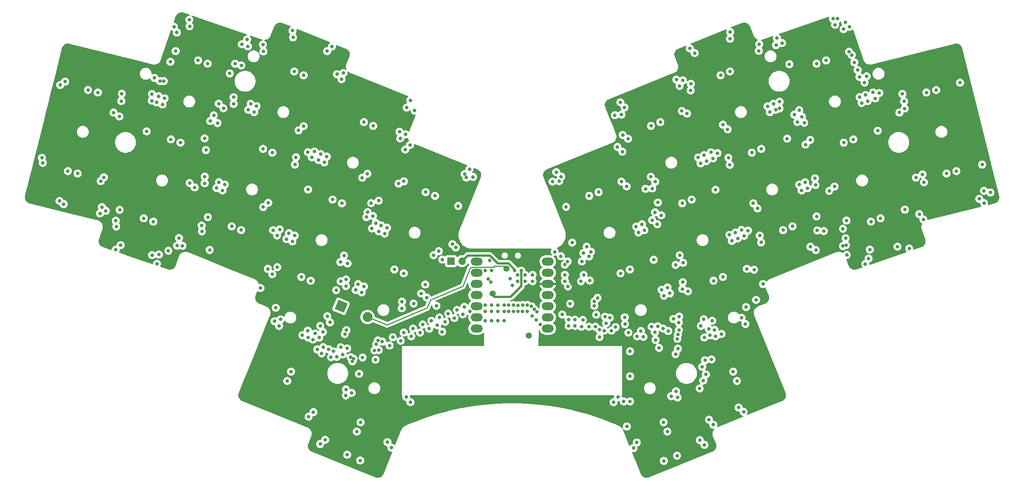
<source format=gbr>
%TF.GenerationSoftware,KiCad,Pcbnew,8.0.9-1.fc41*%
%TF.CreationDate,2025-03-09T10:33:46+11:00*%
%TF.ProjectId,katori,6b61746f-7269-42e6-9b69-6361645f7063,0.2*%
%TF.SameCoordinates,Original*%
%TF.FileFunction,Copper,L2,Inr*%
%TF.FilePolarity,Positive*%
%FSLAX46Y46*%
G04 Gerber Fmt 4.6, Leading zero omitted, Abs format (unit mm)*
G04 Created by KiCad (PCBNEW 8.0.9-1.fc41) date 2025-03-09 10:33:46*
%MOMM*%
%LPD*%
G01*
G04 APERTURE LIST*
G04 Aperture macros list*
%AMRotRect*
0 Rectangle, with rotation*
0 The origin of the aperture is its center*
0 $1 length*
0 $2 width*
0 $3 Rotation angle, in degrees counterclockwise*
0 Add horizontal line*
21,1,$1,$2,0,0,$3*%
G04 Aperture macros list end*
%TA.AperFunction,ComponentPad*%
%ADD10C,0.800000*%
%TD*%
%TA.AperFunction,ComponentPad*%
%ADD11O,2.750000X1.800000*%
%TD*%
%TA.AperFunction,ComponentPad*%
%ADD12C,1.397000*%
%TD*%
%TA.AperFunction,ComponentPad*%
%ADD13RotRect,2.250000X2.250000X68.000000*%
%TD*%
%TA.AperFunction,ComponentPad*%
%ADD14C,2.250000*%
%TD*%
%TA.AperFunction,ComponentPad*%
%ADD15R,1.700000X1.700000*%
%TD*%
%TA.AperFunction,ComponentPad*%
%ADD16O,1.700000X1.700000*%
%TD*%
%TA.AperFunction,ViaPad*%
%ADD17C,0.800000*%
%TD*%
%TA.AperFunction,Conductor*%
%ADD18C,0.500000*%
%TD*%
%TA.AperFunction,Conductor*%
%ADD19C,0.250000*%
%TD*%
G04 APERTURE END LIST*
D10*
%TO.N,COL3*%
%TO.C,SW23*%
X110723668Y-111864788D03*
%TO.N,ROW2*%
X112856190Y-112726386D03*
%TD*%
%TO.N,COL2*%
%TO.C,SW13*%
X102004075Y-82726634D03*
%TO.N,ROW1*%
X104136597Y-83588232D03*
%TD*%
D11*
%TO.N,ADC*%
%TO.C,U1*%
X150594381Y-108358375D03*
%TO.N,AMUX_SEL_0*%
X150594374Y-110898380D03*
%TO.N,AMUX_SEL_1*%
X150594379Y-113438370D03*
%TO.N,AMUX_SEL_2*%
X150594372Y-115978375D03*
%TO.N,APLEX_OUT*%
X150594377Y-118518390D03*
%TO.N,APLEX_EN1*%
X150594379Y-121058373D03*
%TO.N,APLEX_EN0*%
X150594380Y-123598378D03*
%TO.N,ROW3*%
X166784383Y-123598379D03*
%TO.N,ROW2*%
X166784390Y-121058374D03*
%TO.N,ROW1*%
X166784385Y-118518384D03*
%TO.N,ROW0*%
X166784392Y-115978379D03*
%TO.N,+3V3*%
X166784387Y-113438364D03*
%TO.N,GND*%
X166784385Y-110898381D03*
%TO.N,unconnected-(U1-5V-Pad14)*%
X166784384Y-108358376D03*
D12*
%TO.N,/NRST*%
X157412889Y-109952873D03*
%TO.N,+BATT*%
X154244382Y-115661373D03*
%TO.N,ADC_ENABLE*%
X162499386Y-125186369D03*
%TD*%
D10*
%TO.N,COL4*%
%TO.C,SW15*%
X131898923Y-110174051D03*
%TO.N,ROW1*%
X134031445Y-111035649D03*
%TD*%
%TO.N,COL8*%
%TO.C,SW9*%
X230143349Y-62591919D03*
%TO.N,ROW0*%
X227968657Y-63340725D03*
%TD*%
%TO.N,COL8*%
%TO.C,SW26*%
X242514944Y-98521626D03*
%TO.N,ROW2*%
X240340252Y-99270432D03*
%TD*%
%TO.N,COL7*%
%TO.C,SW8*%
X208257127Y-65110151D03*
%TO.N,ROW0*%
X206124605Y-65971749D03*
%TD*%
%TO.N,COL6*%
%TO.C,SW17*%
X199537534Y-94248308D03*
%TO.N,ROW1*%
X197405012Y-95109906D03*
%TD*%
%TO.N,COL3*%
%TO.C,SW4*%
X124958695Y-76631794D03*
%TO.N,ROW0*%
X127091217Y-77493392D03*
%TD*%
%TO.N,COL8*%
%TO.C,SW19*%
X236329135Y-80556761D03*
%TO.N,ROW1*%
X234154443Y-81305567D03*
%TD*%
%TO.N,ROW3*%
%TO.C,SW28*%
X123359012Y-147060922D03*
%TO.N,COL10*%
X124220610Y-144928400D03*
%TD*%
%TO.N,ROW3*%
%TO.C,SW27*%
X107521902Y-135539283D03*
%TO.N,COL0*%
X108383500Y-133406761D03*
%TD*%
%TO.N,COL9*%
%TO.C,SW10*%
X255184938Y-69341341D03*
%TO.N,ROW0*%
X252953256Y-69897763D03*
%TD*%
D13*
%TO.N,GND*%
%TO.C,RESET1*%
X119765832Y-118551822D03*
D14*
%TO.N,/NRST*%
X125792527Y-120986764D03*
%TD*%
D10*
%TO.N,COL6*%
%TO.C,SW24*%
X206655034Y-111864792D03*
%TO.N,ROW2*%
X204522512Y-112726390D03*
%TD*%
%TO.N,COL5*%
%TO.C,SW6*%
X178362286Y-92557575D03*
%TO.N,ROW0*%
X176229764Y-93419173D03*
%TD*%
%TO.N,COL6*%
%TO.C,SW7*%
X192419992Y-76631802D03*
%TO.N,ROW0*%
X190287470Y-77493400D03*
%TD*%
%TO.N,COL9*%
%TO.C,SW20*%
X259781476Y-87776983D03*
%TO.N,ROW1*%
X257549794Y-88333405D03*
%TD*%
%TO.N,COL0*%
%TO.C,SW1*%
X62193775Y-69341356D03*
%TO.N,ROW0*%
X64425455Y-69897776D03*
%TD*%
%TO.N,COL1*%
%TO.C,SW2*%
X87235372Y-62591900D03*
%TO.N,ROW0*%
X89410064Y-63340704D03*
%TD*%
%TO.N,COL7*%
%TO.C,SW25*%
X222492170Y-100343154D03*
%TO.N,ROW2*%
X220359648Y-101204752D03*
%TD*%
%TO.N,COL9*%
%TO.C,SW30*%
X208995220Y-133406753D03*
%TO.N,ROW3*%
X209856818Y-135539275D03*
%TD*%
%TO.N,COL7*%
%TO.C,SW18*%
X215374640Y-82726643D03*
%TO.N,ROW1*%
X213242118Y-83588241D03*
%TD*%
%TO.N,COL2*%
%TO.C,SW22*%
X94886550Y-100343143D03*
%TO.N,ROW2*%
X97019072Y-101204741D03*
%TD*%
D15*
%TO.N,GND*%
%TO.C,J2*%
X144770941Y-108269288D03*
D16*
%TO.N,/BATT_RAW*%
X147310951Y-108269288D03*
%TD*%
D10*
%TO.N,COL3*%
%TO.C,SW14*%
X117841208Y-94248283D03*
%TO.N,ROW1*%
X119973730Y-95109881D03*
%TD*%
%TO.N,COL5*%
%TO.C,SW16*%
X185479795Y-110174068D03*
%TO.N,ROW1*%
X183347273Y-111035666D03*
%TD*%
%TO.N,COL2*%
%TO.C,SW3*%
X109121601Y-65110164D03*
%TO.N,ROW0*%
X111254123Y-65971762D03*
%TD*%
%TO.N,COL4*%
%TO.C,SW5*%
X139016448Y-92557561D03*
%TO.N,ROW0*%
X141148970Y-93419159D03*
%TD*%
%TO.N,COL11*%
%TO.C,SW29*%
X193158104Y-144928386D03*
%TO.N,ROW3*%
X194019702Y-147060908D03*
%TD*%
%TO.N,COL0*%
%TO.C,SW11*%
X57597258Y-87776964D03*
%TO.N,ROW1*%
X59828938Y-88333384D03*
%TD*%
%TO.N,COL1*%
%TO.C,SW12*%
X81049565Y-80556759D03*
%TO.N,ROW1*%
X83224257Y-81305563D03*
%TD*%
%TO.N,COL1*%
%TO.C,SW21*%
X74863798Y-98521613D03*
%TO.N,ROW2*%
X77038490Y-99270417D03*
%TD*%
D17*
%TO.N,GND*%
X190906897Y-107955765D03*
X213747470Y-110229580D03*
X105811599Y-101056603D03*
X176626027Y-106129208D03*
X191816614Y-123099262D03*
X185528345Y-134473417D03*
X130230093Y-100676252D03*
X114620040Y-85255753D03*
X247495889Y-70216825D03*
X164189998Y-121696710D03*
X83678859Y-104782910D03*
X180917232Y-121162238D03*
X197554100Y-67143923D03*
X105259019Y-109625514D03*
X232174059Y-54484186D03*
X226543180Y-104973492D03*
X162131062Y-119694667D03*
X204065404Y-130622615D03*
X148275199Y-89247940D03*
X181791838Y-140380405D03*
X116172066Y-148907412D03*
X108697108Y-103786303D03*
X237737230Y-66352564D03*
X153231056Y-112352954D03*
X179627625Y-124089002D03*
X127020469Y-98013339D03*
X124995114Y-114034400D03*
X181297625Y-124089004D03*
X147477973Y-120383737D03*
X227612250Y-89426510D03*
X113121972Y-84664306D03*
X210034039Y-103109845D03*
X178117534Y-116629416D03*
X265641709Y-86304368D03*
X82406505Y-56239470D03*
X112207811Y-83477122D03*
X95346450Y-72495967D03*
X98642657Y-73814362D03*
X192612194Y-97828247D03*
X68496169Y-105651319D03*
X128150891Y-126323530D03*
X136520147Y-74024670D03*
X128342496Y-101477477D03*
X93014250Y-73493718D03*
X133336217Y-126386549D03*
X211776374Y-122601121D03*
X91441595Y-91637642D03*
X78322035Y-106774062D03*
X198498948Y-74683564D03*
X234766227Y-99012342D03*
X218694259Y-73824778D03*
X228126544Y-101289095D03*
X185152736Y-124535329D03*
X51694624Y-84774327D03*
X160040290Y-119694664D03*
X206656956Y-77194153D03*
X135744524Y-125364292D03*
X119594867Y-108471342D03*
X188568954Y-125492205D03*
X160055290Y-118319418D03*
X119681206Y-127877794D03*
X121948333Y-130130489D03*
X222901945Y-74939026D03*
X200228669Y-60913316D03*
X138367353Y-122675737D03*
X141667680Y-122850055D03*
X203486613Y-144349592D03*
X240091165Y-105639984D03*
X56970543Y-67416341D03*
X267523139Y-92639961D03*
X170115500Y-120419666D03*
X69329112Y-75349556D03*
X121162303Y-152325225D03*
X82126176Y-60466889D03*
X125544622Y-98246433D03*
X139812625Y-123637476D03*
X176180186Y-123194665D03*
X111258691Y-77535714D03*
X239118530Y-70460949D03*
X118839281Y-65732483D03*
X136278772Y-117932077D03*
X103218748Y-94984925D03*
X135546684Y-140380154D03*
X164359386Y-119815486D03*
X153555290Y-108135418D03*
X161617623Y-112848373D03*
X78243721Y-70751201D03*
X191716344Y-99870523D03*
X223580613Y-76621979D03*
X64914194Y-97403602D03*
X227709793Y-90937586D03*
X121142017Y-128132878D03*
X82892558Y-103006391D03*
X119871023Y-66869764D03*
X204419704Y-84876895D03*
X65363749Y-95976964D03*
X236567812Y-63053096D03*
X185528342Y-140184418D03*
X248061159Y-96553293D03*
X85302716Y-90491364D03*
X124662491Y-130202524D03*
X153993450Y-118244662D03*
X75535728Y-78741140D03*
X190567090Y-91738622D03*
X134038906Y-124513058D03*
X120441156Y-106995544D03*
X98387844Y-57804115D03*
X156912291Y-119694663D03*
X125769091Y-88370318D03*
X161113290Y-118244664D03*
X91658296Y-76849799D03*
X203433737Y-123682000D03*
X201392181Y-149011573D03*
X235352089Y-60606541D03*
X104906271Y-118883125D03*
X119695359Y-112869347D03*
X88733283Y-90543427D03*
X120899639Y-112429176D03*
X138008823Y-115622487D03*
X199360042Y-67910502D03*
X172356065Y-104058690D03*
X227972270Y-98090437D03*
X191248443Y-90198419D03*
X187053783Y-149533420D03*
X239050477Y-108919078D03*
X116607066Y-60473708D03*
X211929556Y-118726207D03*
X143457638Y-122090261D03*
X196718076Y-120875226D03*
X210231376Y-141591973D03*
X197303604Y-74105983D03*
X170699866Y-112848379D03*
X189061902Y-91812784D03*
X109505358Y-84624252D03*
X163101265Y-118557361D03*
X198701105Y-115143959D03*
X127699833Y-99613830D03*
X169795293Y-107142455D03*
X65791091Y-89190863D03*
X229625269Y-101426997D03*
X133599271Y-119012253D03*
X120878533Y-113942358D03*
X104116785Y-111252237D03*
X105206853Y-102420363D03*
X139269761Y-116550788D03*
X130797725Y-127464081D03*
X266078377Y-95075912D03*
X204974009Y-125389268D03*
X140320053Y-121846874D03*
X128885667Y-100133060D03*
X157940290Y-119694663D03*
X247876196Y-71909545D03*
X102093620Y-60545355D03*
X113728399Y-83331640D03*
X218942295Y-57506694D03*
X110097087Y-78504586D03*
X192128106Y-128011818D03*
X196414363Y-128177486D03*
X168731315Y-88005846D03*
X165134947Y-122665271D03*
X233966068Y-100908829D03*
X214523281Y-96277019D03*
X152543449Y-119694662D03*
X184360592Y-122623869D03*
X232760774Y-53119240D03*
X104302719Y-101228918D03*
X190436814Y-123173666D03*
X174464877Y-123194657D03*
X78583247Y-67306156D03*
X196604415Y-122234931D03*
X171394542Y-114045021D03*
X224007994Y-73911549D03*
X202370169Y-84141096D03*
X169389078Y-90068510D03*
X89451241Y-98263418D03*
X76721422Y-71760571D03*
X197511177Y-113063635D03*
X163745806Y-119201903D03*
X226527572Y-80682852D03*
X202457935Y-150084649D03*
X157940292Y-118244663D03*
X112283854Y-91971572D03*
X142142541Y-121073257D03*
X65093995Y-90044709D03*
X114345983Y-128359429D03*
X113367948Y-126108548D03*
X69615312Y-104619786D03*
X193244085Y-116143837D03*
X118056461Y-128800644D03*
X124125981Y-153639445D03*
X208215834Y-86362712D03*
X182058965Y-75063758D03*
X146154883Y-119370132D03*
X179815505Y-120924277D03*
X106021768Y-121511099D03*
X201568916Y-86028681D03*
X88051905Y-100146875D03*
X132860165Y-90626425D03*
X190545494Y-98935720D03*
X146428242Y-95722713D03*
X142018103Y-106009735D03*
X199122364Y-59862320D03*
X195881115Y-129433754D03*
X204748914Y-123916324D03*
X137729755Y-124521601D03*
X185528344Y-128784270D03*
X196332155Y-139306321D03*
X122618954Y-130455425D03*
X124451924Y-115378818D03*
X184078341Y-140184418D03*
X217349850Y-74367958D03*
X167886323Y-90168643D03*
X141457658Y-118420559D03*
X122175053Y-138253892D03*
X183855424Y-79558739D03*
X183779408Y-83351337D03*
X208689633Y-103653012D03*
X66238671Y-96812875D03*
X94436206Y-65556043D03*
X191174722Y-124439415D03*
X121264107Y-108803010D03*
X220109290Y-58638409D03*
X246371356Y-104977009D03*
X68015592Y-74477057D03*
X147909010Y-88434442D03*
X152585290Y-110357083D03*
X264983076Y-94083480D03*
X194205789Y-124174766D03*
X202577723Y-130823588D03*
X219522488Y-73503224D03*
X214921338Y-58891211D03*
X210864615Y-101185337D03*
X208313885Y-56155430D03*
X174551767Y-108330401D03*
X152543448Y-121786046D03*
X115964459Y-85798929D03*
X195893184Y-109123492D03*
X171540502Y-121561040D03*
X126776811Y-100830878D03*
X88710841Y-80335711D03*
X235463861Y-54932514D03*
X134712698Y-73327439D03*
X170699863Y-111398383D03*
X187988566Y-124162822D03*
X69769833Y-71843472D03*
X218151083Y-72480368D03*
X191198846Y-97164613D03*
X252081322Y-88517264D03*
X120848659Y-138840098D03*
X123107511Y-114835643D03*
X208270499Y-57664214D03*
X225898597Y-91656117D03*
X117250804Y-122197969D03*
X156912290Y-118244664D03*
X250574514Y-89250877D03*
X91984747Y-90293233D03*
X225442890Y-81738410D03*
X184266387Y-73294441D03*
X100530263Y-73013130D03*
X127776322Y-127167082D03*
X77874659Y-108872836D03*
X161066290Y-119694664D03*
X69390214Y-96603512D03*
X212381181Y-101323512D03*
X227805257Y-105756982D03*
X218738295Y-59110486D03*
X120136366Y-129493000D03*
X219538579Y-71987259D03*
X216806651Y-73023541D03*
X101989719Y-58989595D03*
X214821505Y-60402933D03*
X134579446Y-139190028D03*
X207899193Y-84738992D03*
X252277208Y-98783674D03*
X174972638Y-111427954D03*
X129686915Y-102020668D03*
X129157183Y-126585217D03*
X107895872Y-101898681D03*
X249053284Y-105395543D03*
X153872405Y-112994303D03*
X234115709Y-55470949D03*
X238219613Y-72304018D03*
X208146437Y-102308609D03*
X162169851Y-118244664D03*
X152543450Y-118240697D03*
X95658921Y-63346408D03*
X112376620Y-143676941D03*
X92786008Y-92180819D03*
X211490371Y-102521437D03*
X68632517Y-100389513D03*
X196822335Y-106934524D03*
X97197742Y-58927881D03*
X194588502Y-115600657D03*
X80941471Y-62916382D03*
X169858075Y-89038291D03*
X199321398Y-69425027D03*
X118802023Y-130059383D03*
X239347313Y-66210888D03*
X234567572Y-103063161D03*
X102059383Y-95943961D03*
X202430306Y-125651290D03*
X91938863Y-72428529D03*
X134421445Y-79426594D03*
X76742275Y-70250910D03*
X210905961Y-121137639D03*
X134067706Y-90099310D03*
X170974712Y-95923539D03*
X85303983Y-54832535D03*
X135530683Y-71683395D03*
X134362896Y-82888005D03*
X79431817Y-67300713D03*
X127361852Y-128563505D03*
X142787214Y-124326055D03*
X131202642Y-150704908D03*
X117694832Y-59426918D03*
X204221827Y-121840339D03*
X115163211Y-83911331D03*
X105677647Y-123001461D03*
X233972514Y-104829111D03*
X147820500Y-118663119D03*
X197440193Y-114608726D03*
X177656636Y-123194656D03*
X234823593Y-106857486D03*
X221263676Y-80396864D03*
X207718469Y-78285796D03*
X215038298Y-102451394D03*
X136154303Y-123615106D03*
X206318425Y-124846088D03*
X183322162Y-72125717D03*
X120862464Y-137452977D03*
X158712383Y-113806847D03*
X176207805Y-107212513D03*
X133238337Y-80350353D03*
X133069143Y-78833779D03*
X196218178Y-152546724D03*
X115020852Y-149872871D03*
X116637659Y-120794037D03*
X251343305Y-97578379D03*
X185080084Y-80421689D03*
X108848058Y-57337597D03*
X187431682Y-101757658D03*
X171317411Y-108330406D03*
X204472866Y-145490704D03*
X193219196Y-153730219D03*
X235980951Y-61348714D03*
X79614719Y-71223279D03*
X183566127Y-90167700D03*
X177403332Y-118421543D03*
X109240278Y-102441877D03*
X69886393Y-70173411D03*
X230848328Y-92269811D03*
X117467015Y-130126524D03*
X155462290Y-119694663D03*
X158982289Y-118244664D03*
X90807297Y-75085353D03*
X123863765Y-133895222D03*
X246813042Y-74454270D03*
X234660130Y-104604368D03*
X182763786Y-139184632D03*
X86446823Y-91495270D03*
X155462289Y-118244664D03*
X184315319Y-121045533D03*
X196798189Y-68398279D03*
X103104003Y-110017832D03*
X131532954Y-125576767D03*
X76784676Y-106903653D03*
X85241101Y-53321715D03*
X202296202Y-121499176D03*
X156912291Y-121786050D03*
X203924765Y-83512215D03*
X180082456Y-122383127D03*
X145546990Y-121203393D03*
X163345297Y-112848375D03*
X149086918Y-119700781D03*
X113870088Y-124747543D03*
X221766295Y-63450695D03*
X133641551Y-117476289D03*
X127619990Y-130690227D03*
X234491328Y-53963291D03*
X202781053Y-134055566D03*
X107352682Y-103243115D03*
X194886904Y-139000120D03*
X120612145Y-124882610D03*
X122351116Y-131079383D03*
X95316375Y-70980489D03*
X81750814Y-54946005D03*
X237747541Y-70933030D03*
X154035290Y-110357083D03*
X153993449Y-119694661D03*
X174891905Y-106430415D03*
X188232915Y-99870061D03*
X51898487Y-85911824D03*
X215359622Y-104000156D03*
X128345985Y-128504780D03*
X153993448Y-121786047D03*
X130310680Y-149461789D03*
X193036856Y-123617225D03*
X125794186Y-97106877D03*
X211374845Y-142572038D03*
X266054961Y-92265570D03*
X239590617Y-71831950D03*
X187128732Y-125374088D03*
X194045320Y-114256240D03*
X177403322Y-117421530D03*
X56658213Y-95300818D03*
X149794720Y-89110530D03*
X201025747Y-84684280D03*
X89026033Y-82985266D03*
X252401171Y-90320288D03*
X209490858Y-101765414D03*
X248010317Y-73532016D03*
X98568745Y-59399954D03*
X195373853Y-121422967D03*
X171540501Y-123011059D03*
X79142647Y-72594278D03*
X201943087Y-132318698D03*
X239802465Y-107672568D03*
X191854390Y-94924933D03*
X177825437Y-120445776D03*
X68510611Y-99067657D03*
X225174084Y-76795968D03*
X186312092Y-150808567D03*
X241874105Y-78585596D03*
X174359395Y-112848383D03*
X116906927Y-128309395D03*
X159013291Y-119694663D03*
X192700905Y-114799417D03*
X237321400Y-64780963D03*
X113477984Y-142632972D03*
X175647924Y-104979568D03*
X124576724Y-89278510D03*
X145864115Y-105165597D03*
X190261600Y-89049826D03*
X110945641Y-125129876D03*
X201357275Y-137229589D03*
X186888498Y-100413241D03*
X55855971Y-68183782D03*
X118664416Y-114882205D03*
X108731654Y-55805364D03*
X88756781Y-89022603D03*
X112195345Y-124070914D03*
X224655761Y-75409134D03*
X161617624Y-111398373D03*
X138930910Y-113577113D03*
X142793806Y-107921023D03*
X145120538Y-104416537D03*
X148992275Y-87347926D03*
X202184821Y-135460199D03*
X212100896Y-110024060D03*
X213559675Y-95100804D03*
X120981037Y-123969565D03*
X168378607Y-106142716D03*
X97078306Y-63728491D03*
X215789448Y-113469807D03*
X116507648Y-84454515D03*
X191327045Y-126199975D03*
X123650704Y-113491227D03*
X195994289Y-137877542D03*
X99185839Y-72469953D03*
X176374902Y-112698052D03*
X104632885Y-121950063D03*
X115349371Y-129270938D03*
X184755730Y-91263718D03*
X182239497Y-123298726D03*
X109269163Y-86290956D03*
X114782772Y-125677461D03*
X155462291Y-121786048D03*
X115701422Y-127841691D03*
X240821677Y-69874522D03*
X55704685Y-94562778D03*
X120307742Y-65472851D03*
X182666081Y-82299662D03*
X232060168Y-91296994D03*
X80468336Y-105911403D03*
X242253011Y-70022705D03*
X231701207Y-53113451D03*
X204964619Y-92029997D03*
X197601236Y-108646708D03*
X128333314Y-94517069D03*
X140827213Y-106915167D03*
X202913348Y-85485492D03*
X172990501Y-121561046D03*
X238880569Y-67628136D03*
X172990504Y-123011051D03*
X112290057Y-125673055D03*
X77287121Y-66563838D03*
X241310385Y-71239800D03*
X225355414Y-90311715D03*
X170695295Y-109067058D03*
X101424955Y-114392689D03*
X115641978Y-124400273D03*
X214202341Y-117082850D03*
X159917624Y-112848373D03*
X93329190Y-90836411D03*
X88104139Y-101512265D03*
X77771661Y-72122195D03*
X203709212Y-125134572D03*
X188776095Y-101214477D03*
X163257000Y-120763708D03*
X99987085Y-74357542D03*
X89876933Y-105723224D03*
X135457752Y-81839913D03*
X163345299Y-111398375D03*
X224554172Y-92199298D03*
X82480102Y-104759062D03*
X158216637Y-112281765D03*
X201631655Y-123007989D03*
X183575085Y-74918713D03*
X205425047Y-83688776D03*
X159917623Y-111398374D03*
X126613457Y-95079130D03*
X196048806Y-66970172D03*
X260616159Y-67654681D03*
X89983995Y-76378233D03*
X224011001Y-90854884D03*
X115035136Y-123008572D03*
X144140825Y-120225047D03*
%TO.N,+3V3*%
X172260369Y-113441050D03*
X201222994Y-130122564D03*
X119483412Y-120585659D03*
%TO.N,APLEX_OUT*%
X174803358Y-121649281D03*
%TO.N,/BATT_RAW*%
X159271900Y-110417808D03*
%TO.N,ADC_ENABLE*%
X171903350Y-117971522D03*
%TO.N,ROW3*%
X178553356Y-123889375D03*
X178573291Y-125539006D03*
X184801340Y-145893810D03*
%TO.N,+BATT*%
X160771898Y-110422085D03*
%TO.N,AMUX_SEL_1*%
X196408705Y-124952979D03*
%TO.N,AMUX_SEL_2*%
X196642785Y-123980763D03*
%TO.N,AMUX_SEL_0*%
X196294918Y-125946488D03*
%TD*%
D18*
%TO.N,/BATT_RAW*%
X155426330Y-108804374D02*
X153630332Y-107008378D01*
X155930291Y-108804375D02*
X155426330Y-108804374D01*
X153253922Y-107008378D02*
X149570944Y-107008381D01*
X153630332Y-107008378D02*
X153253922Y-107008378D01*
X159271900Y-110417808D02*
X159271900Y-110187660D01*
X157888614Y-108804374D02*
X155930291Y-108804375D01*
X149570944Y-107008381D02*
X148571865Y-107008382D01*
X148571865Y-107008382D02*
X147310952Y-108269291D01*
X159271900Y-110187660D02*
X157888614Y-108804374D01*
%TO.N,+BATT*%
X160771898Y-110422085D02*
X160767624Y-110426355D01*
X154656988Y-116369292D02*
X154244382Y-115956685D01*
X160767623Y-113952081D02*
X158350413Y-116369289D01*
X154244382Y-115956685D02*
X154244381Y-115661383D01*
X160767624Y-110426355D02*
X160767623Y-113952081D01*
X158350413Y-116369289D02*
X154656988Y-116369292D01*
D19*
%TO.N,/NRST*%
X154720334Y-109379374D02*
X156943642Y-109379376D01*
X147508821Y-113952812D02*
X149108923Y-109992422D01*
X125792527Y-120986765D02*
X130237541Y-122782665D01*
X139400585Y-118893184D02*
X140131406Y-117084341D01*
X149190811Y-109789741D02*
X149562236Y-109632084D01*
X149562236Y-109632084D02*
X154467625Y-109632081D01*
X154467625Y-109632081D02*
X154720334Y-109379374D01*
X156943642Y-109379376D02*
X157412892Y-109848627D01*
X149108923Y-109992422D02*
X149190811Y-109789741D01*
X130237541Y-122782665D02*
X139400585Y-118893184D01*
X157412892Y-109848627D02*
X157412893Y-109952876D01*
X140131406Y-117084341D02*
X147508821Y-113952812D01*
%TD*%
%TA.AperFunction,Conductor*%
%TO.N,+3V3*%
G36*
X83521685Y-51628481D02*
G01*
X83724775Y-51648023D01*
X83743922Y-51651397D01*
X83945710Y-51703564D01*
X83955011Y-51706363D01*
X85192204Y-52132363D01*
X85307233Y-52171971D01*
X85364211Y-52212409D01*
X85390282Y-52277232D01*
X85377168Y-52345860D01*
X85329032Y-52396504D01*
X85266862Y-52413215D01*
X85145614Y-52413215D01*
X84958815Y-52452920D01*
X84784347Y-52530598D01*
X84629846Y-52642850D01*
X84502060Y-52784772D01*
X84406574Y-52950158D01*
X84406571Y-52950165D01*
X84347560Y-53131783D01*
X84347559Y-53131787D01*
X84327597Y-53321715D01*
X84347559Y-53511643D01*
X84347560Y-53511646D01*
X84406571Y-53693264D01*
X84406574Y-53693271D01*
X84502061Y-53858659D01*
X84629848Y-54000581D01*
X84639775Y-54007793D01*
X84682442Y-54063122D01*
X84688422Y-54132736D01*
X84659041Y-54191084D01*
X84564942Y-54295592D01*
X84469456Y-54460978D01*
X84469453Y-54460985D01*
X84410442Y-54642603D01*
X84410441Y-54642607D01*
X84390479Y-54832535D01*
X84410441Y-55022463D01*
X84410442Y-55022466D01*
X84469453Y-55204084D01*
X84469456Y-55204091D01*
X84564943Y-55369479D01*
X84692730Y-55511401D01*
X84847231Y-55623653D01*
X85021695Y-55701329D01*
X85208496Y-55741035D01*
X85399470Y-55741035D01*
X85586271Y-55701329D01*
X85760735Y-55623653D01*
X85915236Y-55511401D01*
X86043023Y-55369479D01*
X86138510Y-55204091D01*
X86197525Y-55022463D01*
X86217487Y-54832535D01*
X86197525Y-54642607D01*
X86138510Y-54460979D01*
X86043023Y-54295591D01*
X85915236Y-54153669D01*
X85915234Y-54153667D01*
X85905307Y-54146455D01*
X85862641Y-54091125D01*
X85856662Y-54021512D01*
X85886041Y-53963167D01*
X85980141Y-53858659D01*
X86075628Y-53693271D01*
X86134643Y-53511643D01*
X86154605Y-53321715D01*
X86134643Y-53131787D01*
X86075628Y-52950159D01*
X85980141Y-52784771D01*
X85852354Y-52642849D01*
X85852352Y-52642847D01*
X85783469Y-52592801D01*
X85782711Y-52592250D01*
X85740046Y-52536921D01*
X85734067Y-52467308D01*
X85766673Y-52405513D01*
X85827511Y-52371156D01*
X85895968Y-52374689D01*
X88593084Y-53303382D01*
X98223894Y-56619541D01*
X98325324Y-56654466D01*
X98382302Y-56694904D01*
X98408373Y-56759727D01*
X98395259Y-56828355D01*
X98347123Y-56878999D01*
X98297920Y-56895030D01*
X98292357Y-56895614D01*
X98105558Y-56935320D01*
X97931090Y-57012998D01*
X97776589Y-57125250D01*
X97648803Y-57267172D01*
X97553317Y-57432558D01*
X97553314Y-57432565D01*
X97494303Y-57614183D01*
X97494302Y-57614187D01*
X97479477Y-57755240D01*
X97474340Y-57804115D01*
X97483781Y-57893940D01*
X97471211Y-57962670D01*
X97423479Y-58013693D01*
X97355739Y-58030811D01*
X97334683Y-58028192D01*
X97293229Y-58019381D01*
X97102255Y-58019381D01*
X96915456Y-58059086D01*
X96866023Y-58081095D01*
X96776842Y-58120801D01*
X96740988Y-58136764D01*
X96586487Y-58249016D01*
X96458701Y-58390938D01*
X96363215Y-58556324D01*
X96363212Y-58556331D01*
X96309679Y-58721089D01*
X96304200Y-58737953D01*
X96284238Y-58927881D01*
X96304200Y-59117809D01*
X96304201Y-59117812D01*
X96363212Y-59299430D01*
X96363215Y-59299437D01*
X96458702Y-59464825D01*
X96532611Y-59546909D01*
X96584838Y-59604914D01*
X96586489Y-59606747D01*
X96740990Y-59718999D01*
X96915454Y-59796675D01*
X97102255Y-59836381D01*
X97293229Y-59836381D01*
X97480030Y-59796675D01*
X97591800Y-59746911D01*
X97661049Y-59737627D01*
X97724326Y-59767255D01*
X97749622Y-59798191D01*
X97829704Y-59936896D01*
X97829703Y-59936896D01*
X97949188Y-60069597D01*
X97957492Y-60078820D01*
X98111993Y-60191072D01*
X98286457Y-60268748D01*
X98473258Y-60308454D01*
X98664232Y-60308454D01*
X98851033Y-60268748D01*
X99025497Y-60191072D01*
X99179998Y-60078820D01*
X99307785Y-59936898D01*
X99403272Y-59771510D01*
X99462287Y-59589882D01*
X99482249Y-59399954D01*
X99462287Y-59210026D01*
X99403272Y-59028398D01*
X99307785Y-58863010D01*
X99179998Y-58721088D01*
X99052445Y-58628415D01*
X99009781Y-58573086D01*
X99003802Y-58503472D01*
X99033182Y-58445126D01*
X99049965Y-58426486D01*
X99126884Y-58341059D01*
X99222371Y-58175671D01*
X99281386Y-57994043D01*
X99301348Y-57804115D01*
X99281386Y-57614187D01*
X99222371Y-57432559D01*
X99126884Y-57267171D01*
X99008312Y-57135483D01*
X98978083Y-57072494D01*
X98986708Y-57003159D01*
X99031450Y-56949493D01*
X99098102Y-56928535D01*
X99140833Y-56935269D01*
X101768972Y-57840211D01*
X101769471Y-57840328D01*
X101826666Y-57859975D01*
X101883673Y-57900371D01*
X101909792Y-57965175D01*
X101896728Y-58033813D01*
X101848630Y-58084492D01*
X101812163Y-58098539D01*
X101707432Y-58120800D01*
X101532965Y-58198478D01*
X101378464Y-58310730D01*
X101250678Y-58452652D01*
X101155192Y-58618038D01*
X101155189Y-58618045D01*
X101096178Y-58799663D01*
X101096177Y-58799667D01*
X101076215Y-58989595D01*
X101096177Y-59179523D01*
X101096178Y-59179526D01*
X101155189Y-59361144D01*
X101155192Y-59361151D01*
X101250679Y-59526539D01*
X101378466Y-59668461D01*
X101419179Y-59698041D01*
X101437653Y-59711463D01*
X101480318Y-59766794D01*
X101486297Y-59836407D01*
X101456917Y-59894753D01*
X101354579Y-60008411D01*
X101259093Y-60173798D01*
X101259090Y-60173805D01*
X101200079Y-60355423D01*
X101200078Y-60355427D01*
X101180116Y-60545355D01*
X101200078Y-60735283D01*
X101213756Y-60777380D01*
X101218690Y-60792563D01*
X101220685Y-60862405D01*
X101184605Y-60922238D01*
X101121904Y-60953066D01*
X101052490Y-60945102D01*
X101000441Y-60903767D01*
X100908619Y-60777385D01*
X100908615Y-60777380D01*
X100758296Y-60627061D01*
X100586330Y-60502122D01*
X100396924Y-60405615D01*
X100396923Y-60405614D01*
X100396922Y-60405614D01*
X100194753Y-60339925D01*
X100194751Y-60339924D01*
X100194750Y-60339924D01*
X99996054Y-60308454D01*
X99984797Y-60306671D01*
X99772223Y-60306671D01*
X99760966Y-60308454D01*
X99562270Y-60339924D01*
X99360095Y-60405615D01*
X99170689Y-60502122D01*
X98998723Y-60627061D01*
X98848400Y-60777384D01*
X98723461Y-60949350D01*
X98626954Y-61138756D01*
X98561263Y-61340931D01*
X98536429Y-61497729D01*
X98528010Y-61550884D01*
X98528010Y-61763458D01*
X98528170Y-61764470D01*
X98551703Y-61913053D01*
X98561264Y-61973414D01*
X98622874Y-62163030D01*
X98626954Y-62175585D01*
X98723461Y-62364991D01*
X98848400Y-62536957D01*
X98998723Y-62687280D01*
X99170689Y-62812219D01*
X99170691Y-62812220D01*
X99170694Y-62812222D01*
X99360098Y-62908728D01*
X99562267Y-62974417D01*
X99772223Y-63007671D01*
X99772224Y-63007671D01*
X99984796Y-63007671D01*
X99984797Y-63007671D01*
X100194753Y-62974417D01*
X100396922Y-62908728D01*
X100586326Y-62812222D01*
X100641923Y-62771829D01*
X100758296Y-62687280D01*
X100758298Y-62687277D01*
X100758302Y-62687275D01*
X100908614Y-62536963D01*
X100908616Y-62536959D01*
X100908619Y-62536957D01*
X101033558Y-62364991D01*
X101033557Y-62364991D01*
X101033561Y-62364987D01*
X101130067Y-62175583D01*
X101195756Y-61973414D01*
X101229010Y-61763458D01*
X101229010Y-61550884D01*
X101195756Y-61340928D01*
X101154874Y-61215109D01*
X101152880Y-61145273D01*
X101188960Y-61085440D01*
X101251661Y-61054611D01*
X101321075Y-61062575D01*
X101364956Y-61093823D01*
X101423449Y-61158786D01*
X101482367Y-61224221D01*
X101636868Y-61336473D01*
X101811332Y-61414149D01*
X101998133Y-61453855D01*
X102189107Y-61453855D01*
X102375908Y-61414149D01*
X102550372Y-61336473D01*
X102704873Y-61224221D01*
X102832660Y-61082299D01*
X102928147Y-60916911D01*
X102987162Y-60735283D01*
X103007124Y-60545355D01*
X102987162Y-60355427D01*
X102928147Y-60173799D01*
X102832660Y-60008411D01*
X102704873Y-59866489D01*
X102704871Y-59866487D01*
X102645686Y-59823487D01*
X102603020Y-59768157D01*
X102597041Y-59698544D01*
X102626421Y-59640197D01*
X102626903Y-59639661D01*
X102728759Y-59526539D01*
X102824246Y-59361151D01*
X102883261Y-59179523D01*
X102903223Y-58989595D01*
X102883261Y-58799667D01*
X102824246Y-58618039D01*
X102728759Y-58452651D01*
X102600972Y-58310729D01*
X102446471Y-58198477D01*
X102336351Y-58149449D01*
X102283116Y-58104200D01*
X102262794Y-58037350D01*
X102281839Y-57970127D01*
X102334205Y-57923871D01*
X102376566Y-57912592D01*
X102494774Y-57902818D01*
X102707312Y-57855169D01*
X102911272Y-57778729D01*
X103102774Y-57674952D01*
X103278176Y-57545812D01*
X103434139Y-57393765D01*
X103567698Y-57221704D01*
X103567701Y-57221700D01*
X103676308Y-57032910D01*
X103676311Y-57032904D01*
X103676312Y-57032903D01*
X103706364Y-56958678D01*
X103706438Y-56958542D01*
X103714584Y-56938380D01*
X103714592Y-56938357D01*
X103717185Y-56931957D01*
X103726375Y-56909212D01*
X103726374Y-56909211D01*
X103734285Y-56889635D01*
X103734292Y-56889597D01*
X104539302Y-54897115D01*
X104539315Y-54897095D01*
X104547795Y-54876101D01*
X104547796Y-54876101D01*
X104555160Y-54857869D01*
X104559155Y-54848998D01*
X104652353Y-54662026D01*
X104662372Y-54645350D01*
X104712938Y-54574448D01*
X104780841Y-54479235D01*
X104793333Y-54464345D01*
X104936343Y-54318801D01*
X104951013Y-54306048D01*
X105115022Y-54184679D01*
X105131518Y-54174371D01*
X105312494Y-54080157D01*
X105330393Y-54072560D01*
X105523884Y-54007820D01*
X105542746Y-54003117D01*
X105743984Y-53969446D01*
X105763365Y-53967752D01*
X105967381Y-53965980D01*
X105986776Y-53967337D01*
X106188568Y-53997508D01*
X106207520Y-54001884D01*
X106406502Y-54064642D01*
X106415645Y-54067927D01*
X106434141Y-54075401D01*
X106434141Y-54075400D01*
X106454622Y-54083677D01*
X106454640Y-54083681D01*
X108240083Y-54805049D01*
X108294866Y-54848413D01*
X108317509Y-54914512D01*
X108300821Y-54982360D01*
X108266517Y-55020336D01*
X108120404Y-55126495D01*
X108120400Y-55126498D01*
X107992613Y-55268421D01*
X107897127Y-55433807D01*
X107897124Y-55433814D01*
X107839430Y-55611380D01*
X107838112Y-55615436D01*
X107818150Y-55805364D01*
X107838112Y-55995292D01*
X107838113Y-55995295D01*
X107897124Y-56176913D01*
X107897127Y-56176920D01*
X107992614Y-56342308D01*
X108120401Y-56484230D01*
X108174340Y-56523419D01*
X108217006Y-56578749D01*
X108222985Y-56648362D01*
X108193605Y-56706709D01*
X108109017Y-56800654D01*
X108013531Y-56966040D01*
X108013528Y-56966047D01*
X107958479Y-57135471D01*
X107954516Y-57147669D01*
X107934554Y-57337597D01*
X107954516Y-57527525D01*
X107954517Y-57527528D01*
X108013528Y-57709146D01*
X108013531Y-57709153D01*
X108109018Y-57874541D01*
X108236805Y-58016463D01*
X108391306Y-58128715D01*
X108565770Y-58206391D01*
X108752571Y-58246097D01*
X108943545Y-58246097D01*
X109130346Y-58206391D01*
X109304810Y-58128715D01*
X109459311Y-58016463D01*
X109587098Y-57874541D01*
X109682585Y-57709153D01*
X109741600Y-57527525D01*
X109761562Y-57337597D01*
X109741600Y-57147669D01*
X109682585Y-56966041D01*
X109587098Y-56800653D01*
X109459311Y-56658731D01*
X109405368Y-56619539D01*
X109362705Y-56564211D01*
X109356726Y-56494598D01*
X109386105Y-56436253D01*
X109470694Y-56342308D01*
X109566181Y-56176920D01*
X109625196Y-55995292D01*
X109645158Y-55805364D01*
X109625196Y-55615436D01*
X109613578Y-55579682D01*
X109611584Y-55509842D01*
X109647664Y-55450009D01*
X109710365Y-55419181D01*
X109777960Y-55426393D01*
X117203421Y-58426487D01*
X117258204Y-58469851D01*
X117280847Y-58535950D01*
X117264159Y-58603798D01*
X117229855Y-58641775D01*
X117083577Y-58748053D01*
X116955791Y-58889975D01*
X116860305Y-59055361D01*
X116860302Y-59055368D01*
X116801291Y-59236986D01*
X116801290Y-59236990D01*
X116788241Y-59361144D01*
X116781328Y-59426917D01*
X116781468Y-59428246D01*
X116781328Y-59429011D01*
X116781328Y-59433416D01*
X116780523Y-59433416D01*
X116768899Y-59496976D01*
X116721167Y-59548000D01*
X116658147Y-59565208D01*
X116511579Y-59565208D01*
X116324780Y-59604913D01*
X116324778Y-59604914D01*
X116170091Y-59673785D01*
X116150312Y-59682591D01*
X115995811Y-59794843D01*
X115868025Y-59936765D01*
X115772539Y-60102151D01*
X115772536Y-60102158D01*
X115713525Y-60283776D01*
X115713524Y-60283780D01*
X115693562Y-60473708D01*
X115713524Y-60663636D01*
X115713525Y-60663639D01*
X115772536Y-60845257D01*
X115772539Y-60845264D01*
X115868026Y-61010652D01*
X115995813Y-61152574D01*
X116150314Y-61264826D01*
X116324778Y-61342502D01*
X116511579Y-61382208D01*
X116702553Y-61382208D01*
X116889354Y-61342502D01*
X117063818Y-61264826D01*
X117218319Y-61152574D01*
X117346106Y-61010652D01*
X117441593Y-60845264D01*
X117500608Y-60663636D01*
X117520570Y-60473708D01*
X117520431Y-60472382D01*
X117520570Y-60471621D01*
X117520570Y-60467209D01*
X117521377Y-60467209D01*
X117532999Y-60403652D01*
X117580730Y-60352627D01*
X117643751Y-60335418D01*
X117790319Y-60335418D01*
X117977120Y-60295712D01*
X118151584Y-60218036D01*
X118306085Y-60105784D01*
X118433872Y-59963862D01*
X118529359Y-59798474D01*
X118588374Y-59616846D01*
X118608336Y-59426918D01*
X118588374Y-59236990D01*
X118576689Y-59201030D01*
X118574693Y-59131191D01*
X118610773Y-59071358D01*
X118673473Y-59040529D01*
X118741071Y-59047741D01*
X120836313Y-59894277D01*
X120836356Y-59894301D01*
X120852714Y-59900907D01*
X120852716Y-59900909D01*
X120870965Y-59908278D01*
X120879804Y-59912258D01*
X121066805Y-60005453D01*
X121083475Y-60015466D01*
X121233151Y-60122199D01*
X121249583Y-60133916D01*
X121264492Y-60146422D01*
X121309935Y-60191070D01*
X121410025Y-60289409D01*
X121422795Y-60304097D01*
X121544156Y-60468087D01*
X121554470Y-60484591D01*
X121648679Y-60665552D01*
X121656284Y-60683468D01*
X121721017Y-60876945D01*
X121725724Y-60895829D01*
X121759385Y-61097042D01*
X121761080Y-61116431D01*
X121762842Y-61320434D01*
X121761483Y-61339849D01*
X121731301Y-61541624D01*
X121726920Y-61560587D01*
X121663943Y-61760211D01*
X121660650Y-61769376D01*
X121647034Y-61803057D01*
X121647022Y-61803106D01*
X121026243Y-63339535D01*
X121026144Y-63339659D01*
X120964808Y-63491535D01*
X120911016Y-63710369D01*
X120911015Y-63710371D01*
X120899986Y-63822251D01*
X120888907Y-63934637D01*
X120888906Y-63934644D01*
X120898931Y-64159770D01*
X120914897Y-64244019D01*
X120940890Y-64381187D01*
X121006676Y-64573220D01*
X121009313Y-64580916D01*
X121012418Y-64650717D01*
X120977293Y-64711115D01*
X120915089Y-64742935D01*
X120845557Y-64736075D01*
X120819121Y-64721421D01*
X120764498Y-64681735D01*
X120764494Y-64681733D01*
X120590030Y-64604057D01*
X120590028Y-64604056D01*
X120403229Y-64564351D01*
X120212255Y-64564351D01*
X120025456Y-64604056D01*
X119850988Y-64681734D01*
X119696487Y-64793986D01*
X119568704Y-64935904D01*
X119568698Y-64935912D01*
X119554759Y-64960054D01*
X119504190Y-65008267D01*
X119435583Y-65021487D01*
X119374489Y-64998367D01*
X119370473Y-64995449D01*
X119296033Y-64941365D01*
X119121569Y-64863689D01*
X119121567Y-64863688D01*
X118934768Y-64823983D01*
X118743794Y-64823983D01*
X118556995Y-64863688D01*
X118556993Y-64863689D01*
X118449026Y-64911759D01*
X118382527Y-64941366D01*
X118228026Y-65053618D01*
X118100240Y-65195540D01*
X118004754Y-65360926D01*
X118004751Y-65360933D01*
X117945740Y-65542551D01*
X117945739Y-65542555D01*
X117925777Y-65732483D01*
X117945739Y-65922411D01*
X117945740Y-65922414D01*
X118004751Y-66104032D01*
X118004754Y-66104039D01*
X118100241Y-66269427D01*
X118228028Y-66411349D01*
X118382529Y-66523601D01*
X118556993Y-66601277D01*
X118743794Y-66640983D01*
X118843849Y-66640983D01*
X118910888Y-66660668D01*
X118956643Y-66713472D01*
X118967169Y-66777942D01*
X118960590Y-66840543D01*
X118957930Y-66865858D01*
X118957519Y-66869764D01*
X118977481Y-67059692D01*
X118977482Y-67059695D01*
X119036493Y-67241313D01*
X119036496Y-67241320D01*
X119131983Y-67406708D01*
X119220410Y-67504916D01*
X119251049Y-67538945D01*
X119259770Y-67548630D01*
X119414271Y-67660882D01*
X119588735Y-67738558D01*
X119775536Y-67778264D01*
X119966510Y-67778264D01*
X120153311Y-67738558D01*
X120327775Y-67660882D01*
X120482276Y-67548630D01*
X120610063Y-67406708D01*
X120705550Y-67241320D01*
X120764565Y-67059692D01*
X120784527Y-66869764D01*
X120764565Y-66679836D01*
X120705550Y-66498208D01*
X120678877Y-66452010D01*
X120662405Y-66384111D01*
X120685258Y-66318084D01*
X120735831Y-66276731D01*
X120764490Y-66263971D01*
X120764490Y-66263970D01*
X120764494Y-66263969D01*
X120918995Y-66151717D01*
X121046782Y-66009795D01*
X121142269Y-65844407D01*
X121201284Y-65662779D01*
X121221246Y-65472851D01*
X121201284Y-65282923D01*
X121196948Y-65269578D01*
X121194951Y-65199737D01*
X121231031Y-65139903D01*
X121293732Y-65109074D01*
X121363146Y-65117038D01*
X121398589Y-65139779D01*
X121401666Y-65142595D01*
X121562060Y-65269578D01*
X121578352Y-65282476D01*
X121773143Y-65395794D01*
X121869695Y-65434818D01*
X121877610Y-65438017D01*
X121877611Y-65438018D01*
X121918886Y-65454701D01*
X121918973Y-65454719D01*
X134974960Y-70729690D01*
X135029743Y-70773054D01*
X135052386Y-70839153D01*
X135035698Y-70907001D01*
X135001394Y-70944977D01*
X134919433Y-71004526D01*
X134919429Y-71004529D01*
X134791642Y-71146452D01*
X134696156Y-71311838D01*
X134696153Y-71311845D01*
X134644143Y-71471916D01*
X134637141Y-71493467D01*
X134617179Y-71683395D01*
X134637141Y-71873323D01*
X134637142Y-71873326D01*
X134696153Y-72054944D01*
X134696156Y-72054951D01*
X134791640Y-72220335D01*
X134792885Y-72222048D01*
X134793298Y-72223207D01*
X134794892Y-72225967D01*
X134794387Y-72226258D01*
X134816368Y-72287854D01*
X134800547Y-72355908D01*
X134750443Y-72404606D01*
X134692571Y-72418939D01*
X134617211Y-72418939D01*
X134430412Y-72458644D01*
X134411316Y-72467146D01*
X134287353Y-72522338D01*
X134255944Y-72536322D01*
X134101443Y-72648574D01*
X133973657Y-72790496D01*
X133878171Y-72955882D01*
X133878168Y-72955889D01*
X133819810Y-73135497D01*
X133819156Y-73137511D01*
X133799194Y-73327439D01*
X133819156Y-73517367D01*
X133819157Y-73517370D01*
X133878168Y-73698988D01*
X133878171Y-73698995D01*
X133973658Y-73864383D01*
X134101445Y-74006305D01*
X134255946Y-74118557D01*
X134430410Y-74196233D01*
X134617211Y-74235939D01*
X134808185Y-74235939D01*
X134994986Y-74196233D01*
X135169450Y-74118557D01*
X135323951Y-74006305D01*
X135390827Y-73932030D01*
X135450310Y-73895384D01*
X135520167Y-73896713D01*
X135578216Y-73935599D01*
X135606026Y-73999695D01*
X135606205Y-74018172D01*
X135606643Y-74018172D01*
X135606643Y-74024666D01*
X135606643Y-74024670D01*
X135626605Y-74214598D01*
X135626606Y-74214601D01*
X135685617Y-74396219D01*
X135685620Y-74396226D01*
X135781107Y-74561614D01*
X135908894Y-74703536D01*
X136063395Y-74815788D01*
X136237859Y-74893464D01*
X136424660Y-74933170D01*
X136615629Y-74933170D01*
X136615634Y-74933170D01*
X136626687Y-74930820D01*
X136696349Y-74936132D01*
X136752085Y-74978265D01*
X136776194Y-75043844D01*
X136767441Y-75098560D01*
X135286778Y-78763361D01*
X135243413Y-78818145D01*
X135177314Y-78840788D01*
X135109467Y-78824100D01*
X135079662Y-78799886D01*
X135032698Y-78747728D01*
X134878197Y-78635476D01*
X134703733Y-78557800D01*
X134703731Y-78557799D01*
X134516932Y-78518094D01*
X134325958Y-78518094D01*
X134139158Y-78557799D01*
X134139155Y-78557800D01*
X134086369Y-78581302D01*
X134017119Y-78590586D01*
X133953843Y-78560957D01*
X133918004Y-78506340D01*
X133903670Y-78462223D01*
X133808183Y-78296835D01*
X133680396Y-78154913D01*
X133525895Y-78042661D01*
X133351431Y-77964985D01*
X133351429Y-77964984D01*
X133164630Y-77925279D01*
X132973656Y-77925279D01*
X132786857Y-77964984D01*
X132612389Y-78042662D01*
X132457888Y-78154914D01*
X132330102Y-78296836D01*
X132234616Y-78462222D01*
X132234613Y-78462229D01*
X132178322Y-78635476D01*
X132175601Y-78643851D01*
X132155639Y-78833779D01*
X132175601Y-79023707D01*
X132175602Y-79023710D01*
X132234613Y-79205328D01*
X132234616Y-79205335D01*
X132330103Y-79370723D01*
X132457890Y-79512645D01*
X132513288Y-79552894D01*
X132535219Y-79568828D01*
X132577884Y-79624159D01*
X132583863Y-79693772D01*
X132554483Y-79752118D01*
X132499296Y-79813409D01*
X132403810Y-79978796D01*
X132403807Y-79978803D01*
X132346683Y-80154614D01*
X132344795Y-80160425D01*
X132324833Y-80350353D01*
X132344795Y-80540281D01*
X132344796Y-80540284D01*
X132403807Y-80721902D01*
X132403810Y-80721909D01*
X132499297Y-80887297D01*
X132627084Y-81029219D01*
X132781585Y-81141471D01*
X132956049Y-81219147D01*
X133142850Y-81258853D01*
X133333824Y-81258853D01*
X133520625Y-81219147D01*
X133695089Y-81141471D01*
X133849590Y-81029219D01*
X133977377Y-80887297D01*
X134072864Y-80721909D01*
X134131879Y-80540281D01*
X134142819Y-80436183D01*
X134169402Y-80371574D01*
X134226699Y-80331588D01*
X134291920Y-80327859D01*
X134325958Y-80335094D01*
X134516932Y-80335094D01*
X134703733Y-80295388D01*
X134832326Y-80238134D01*
X134901574Y-80228850D01*
X134964851Y-80258478D01*
X135000068Y-80311228D01*
X135071639Y-80520152D01*
X135174260Y-80720778D01*
X135174262Y-80720781D01*
X135174265Y-80720785D01*
X135174266Y-80720787D01*
X135221924Y-80788171D01*
X135244564Y-80854269D01*
X135227874Y-80922116D01*
X135177152Y-80970169D01*
X135171122Y-80973051D01*
X135001000Y-81048794D01*
X134846497Y-81161048D01*
X134718711Y-81302970D01*
X134623225Y-81468356D01*
X134623222Y-81468363D01*
X134564211Y-81649981D01*
X134564210Y-81649985D01*
X134546537Y-81818134D01*
X134544248Y-81839915D01*
X134544524Y-81842541D01*
X134544248Y-81844050D01*
X134544248Y-81846411D01*
X134543816Y-81846411D01*
X134531957Y-81911271D01*
X134484226Y-81962296D01*
X134421204Y-81979505D01*
X134267409Y-81979505D01*
X134080610Y-82019210D01*
X133906142Y-82096888D01*
X133751641Y-82209140D01*
X133623855Y-82351062D01*
X133528369Y-82516448D01*
X133528366Y-82516455D01*
X133473276Y-82686005D01*
X133469354Y-82698077D01*
X133449392Y-82888005D01*
X133469354Y-83077933D01*
X133469355Y-83077936D01*
X133528366Y-83259554D01*
X133528369Y-83259561D01*
X133623856Y-83424949D01*
X133751643Y-83566871D01*
X133906144Y-83679123D01*
X134080608Y-83756799D01*
X134267409Y-83796505D01*
X134458383Y-83796505D01*
X134645184Y-83756799D01*
X134819648Y-83679123D01*
X134974149Y-83566871D01*
X135101936Y-83424949D01*
X135197423Y-83259561D01*
X135256438Y-83077933D01*
X135276400Y-82888005D01*
X135276124Y-82885378D01*
X135276400Y-82883868D01*
X135276400Y-82881506D01*
X135276832Y-82881506D01*
X135288691Y-82816648D01*
X135336421Y-82765623D01*
X135399444Y-82748413D01*
X135553239Y-82748413D01*
X135740040Y-82708707D01*
X135914504Y-82631031D01*
X136069005Y-82518779D01*
X136196792Y-82376857D01*
X136292279Y-82211469D01*
X136351294Y-82029841D01*
X136371256Y-81839913D01*
X136359899Y-81731857D01*
X136372467Y-81663133D01*
X136420199Y-81612108D01*
X136487939Y-81594990D01*
X136529670Y-81603929D01*
X137158122Y-81857839D01*
X148418525Y-86407319D01*
X148473307Y-86450683D01*
X148495950Y-86516782D01*
X148479262Y-86584629D01*
X148444959Y-86622606D01*
X148381021Y-86669060D01*
X148253234Y-86810983D01*
X148157748Y-86976369D01*
X148157745Y-86976376D01*
X148100088Y-87153828D01*
X148098733Y-87157998D01*
X148079623Y-87339820D01*
X148078771Y-87347926D01*
X148083086Y-87388981D01*
X148070516Y-87457711D01*
X148022784Y-87508735D01*
X147959765Y-87525942D01*
X147813523Y-87525942D01*
X147626724Y-87565647D01*
X147563343Y-87593866D01*
X147472536Y-87634296D01*
X147452256Y-87643325D01*
X147297755Y-87755577D01*
X147169969Y-87897499D01*
X147074483Y-88062885D01*
X147074480Y-88062892D01*
X147015469Y-88244510D01*
X147015468Y-88244514D01*
X146995506Y-88434442D01*
X147015468Y-88624370D01*
X147015469Y-88624373D01*
X147074480Y-88805991D01*
X147074483Y-88805998D01*
X147169970Y-88971386D01*
X147196576Y-89000935D01*
X147297751Y-89113303D01*
X147297753Y-89113305D01*
X147297756Y-89113307D01*
X147297757Y-89113308D01*
X147312385Y-89123936D01*
X147355051Y-89179263D01*
X147362822Y-89237212D01*
X147362555Y-89239754D01*
X147361695Y-89247940D01*
X147381657Y-89437868D01*
X147381658Y-89437871D01*
X147440669Y-89619489D01*
X147440672Y-89619496D01*
X147536159Y-89784884D01*
X147612552Y-89869727D01*
X147663073Y-89925837D01*
X147663946Y-89926806D01*
X147818447Y-90039058D01*
X147992911Y-90116734D01*
X148179712Y-90156440D01*
X148370686Y-90156440D01*
X148557487Y-90116734D01*
X148731951Y-90039058D01*
X148886452Y-89926806D01*
X149004793Y-89795373D01*
X149064278Y-89758726D01*
X149134135Y-89760056D01*
X149179913Y-89786196D01*
X149183464Y-89789393D01*
X149183467Y-89789396D01*
X149337968Y-89901648D01*
X149512432Y-89979324D01*
X149699233Y-90019030D01*
X149890207Y-90019030D01*
X150077008Y-89979324D01*
X150251472Y-89901648D01*
X150405973Y-89789396D01*
X150533760Y-89647474D01*
X150629247Y-89482086D01*
X150688262Y-89300458D01*
X150708224Y-89110530D01*
X150688262Y-88920602D01*
X150629247Y-88738974D01*
X150533760Y-88573586D01*
X150405973Y-88431664D01*
X150251472Y-88319412D01*
X150077008Y-88241736D01*
X150077006Y-88241735D01*
X149890207Y-88202030D01*
X149724251Y-88202030D01*
X149657212Y-88182345D01*
X149611457Y-88129541D01*
X149601513Y-88060383D01*
X149630538Y-87996827D01*
X149632101Y-87995058D01*
X149731315Y-87884870D01*
X149826802Y-87719482D01*
X149885817Y-87537854D01*
X149905779Y-87347926D01*
X149890060Y-87198376D01*
X149902629Y-87129651D01*
X149950361Y-87078627D01*
X150018101Y-87061509D01*
X150059829Y-87070447D01*
X150726545Y-87339816D01*
X150726551Y-87339820D01*
X150747560Y-87348308D01*
X150747561Y-87348309D01*
X150765788Y-87355672D01*
X150774644Y-87359661D01*
X150949873Y-87447015D01*
X150961626Y-87452875D01*
X150978306Y-87462897D01*
X151144396Y-87581358D01*
X151159304Y-87593866D01*
X151304820Y-87736857D01*
X151317586Y-87751543D01*
X151438941Y-87915541D01*
X151449254Y-87932044D01*
X151543455Y-88113004D01*
X151551058Y-88130917D01*
X151615789Y-88324392D01*
X151620496Y-88343273D01*
X151654162Y-88544488D01*
X151655857Y-88563874D01*
X151657628Y-88767874D01*
X151656270Y-88787286D01*
X151626101Y-88989061D01*
X151621722Y-89008021D01*
X151558827Y-89207449D01*
X151555540Y-89216604D01*
X148900910Y-95787035D01*
X146737275Y-101142214D01*
X146722803Y-101178033D01*
X146722795Y-101178052D01*
X146719484Y-101186240D01*
X146719485Y-101186241D01*
X146709453Y-101211072D01*
X146709349Y-101211422D01*
X146656908Y-101341251D01*
X146656900Y-101341273D01*
X146565981Y-101662983D01*
X146510467Y-101992661D01*
X146491462Y-102318727D01*
X146491013Y-102326430D01*
X146506412Y-102631808D01*
X146507850Y-102660331D01*
X146507851Y-102660340D01*
X146558916Y-102978821D01*
X146560780Y-102990443D01*
X146576604Y-103048161D01*
X146649178Y-103312872D01*
X146649180Y-103312877D01*
X146772006Y-103623819D01*
X146772006Y-103623821D01*
X146927811Y-103919618D01*
X147114758Y-104196784D01*
X147114764Y-104196792D01*
X147323943Y-104444128D01*
X147330657Y-104452066D01*
X147572947Y-104682436D01*
X147838780Y-104885186D01*
X148124991Y-105057909D01*
X148125022Y-105057928D01*
X148428304Y-105198627D01*
X148428318Y-105198632D01*
X148618553Y-105262893D01*
X148745045Y-105305622D01*
X149071520Y-105377656D01*
X149403879Y-105413879D01*
X149541587Y-105413890D01*
X149541617Y-105413894D01*
X149556019Y-105413893D01*
X149556021Y-105413894D01*
X149570379Y-105413893D01*
X149570956Y-105413895D01*
X149571394Y-105413892D01*
X167535619Y-105413881D01*
X167602658Y-105433566D01*
X167648413Y-105486369D01*
X167658357Y-105555528D01*
X167640791Y-105598974D01*
X167642816Y-105600144D01*
X167544080Y-105771159D01*
X167544077Y-105771166D01*
X167486975Y-105946910D01*
X167485065Y-105952788D01*
X167465103Y-106142716D01*
X167485065Y-106332644D01*
X167485066Y-106332647D01*
X167544077Y-106514265D01*
X167544080Y-106514272D01*
X167639567Y-106679660D01*
X167738495Y-106789531D01*
X167738798Y-106789867D01*
X167769028Y-106852858D01*
X167760403Y-106922194D01*
X167715661Y-106975859D01*
X167649009Y-106996817D01*
X167608332Y-106990771D01*
X167589209Y-106984558D01*
X167459347Y-106963990D01*
X167370235Y-106949876D01*
X166198533Y-106949876D01*
X166109421Y-106963990D01*
X165979559Y-106984558D01*
X165768703Y-107053069D01*
X165571168Y-107153719D01*
X165477831Y-107221533D01*
X165391808Y-107284033D01*
X165391806Y-107284035D01*
X165391805Y-107284035D01*
X165235043Y-107440797D01*
X165235043Y-107440798D01*
X165235041Y-107440800D01*
X165192127Y-107499866D01*
X165104727Y-107620160D01*
X165004077Y-107817695D01*
X164935566Y-108028551D01*
X164906002Y-108215209D01*
X164900884Y-108247525D01*
X164900884Y-108469227D01*
X164928346Y-108642613D01*
X164935566Y-108688200D01*
X165004077Y-108899056D01*
X165064817Y-109018264D01*
X165104727Y-109096591D01*
X165235041Y-109275952D01*
X165391808Y-109432719D01*
X165523035Y-109528061D01*
X165565699Y-109583390D01*
X165571678Y-109653003D01*
X165539072Y-109714798D01*
X165523034Y-109728695D01*
X165391815Y-109824033D01*
X165391806Y-109824040D01*
X165235044Y-109980802D01*
X165235044Y-109980803D01*
X165235042Y-109980805D01*
X165211742Y-110012875D01*
X165104728Y-110160165D01*
X165004078Y-110357700D01*
X164935567Y-110568556D01*
X164920435Y-110664099D01*
X164900885Y-110787530D01*
X164900885Y-111009232D01*
X164934649Y-111222409D01*
X164935567Y-111228205D01*
X165004078Y-111439061D01*
X165104727Y-111636595D01*
X165104728Y-111636596D01*
X165235042Y-111815957D01*
X165391809Y-111972724D01*
X165530251Y-112073309D01*
X165572916Y-112128638D01*
X165578895Y-112198252D01*
X165546289Y-112260047D01*
X165530251Y-112273944D01*
X165397346Y-112370506D01*
X165397345Y-112370506D01*
X165241529Y-112526322D01*
X165112000Y-112704603D01*
X165011954Y-112900953D01*
X164943860Y-113110525D01*
X164943860Y-113110528D01*
X164931532Y-113188364D01*
X165876375Y-113188364D01*
X165843462Y-113245371D01*
X165809387Y-113372538D01*
X165809387Y-113504190D01*
X165843462Y-113631357D01*
X165876375Y-113688364D01*
X164931532Y-113688364D01*
X164943860Y-113766199D01*
X164943860Y-113766202D01*
X165011954Y-113975774D01*
X165112000Y-114172124D01*
X165241529Y-114350405D01*
X165397345Y-114506221D01*
X165530276Y-114602802D01*
X165572941Y-114658132D01*
X165578920Y-114727746D01*
X165546314Y-114789541D01*
X165530276Y-114803438D01*
X165391814Y-114904037D01*
X165235051Y-115060800D01*
X165235051Y-115060801D01*
X165235049Y-115060803D01*
X165202923Y-115105021D01*
X165104735Y-115240163D01*
X165004085Y-115437698D01*
X164935574Y-115648554D01*
X164919447Y-115750374D01*
X164900892Y-115867528D01*
X164900892Y-116089230D01*
X164912011Y-116159431D01*
X164935574Y-116308203D01*
X165004085Y-116519059D01*
X165102038Y-116711300D01*
X165104735Y-116716594D01*
X165235049Y-116895955D01*
X165391816Y-117052722D01*
X165523039Y-117148061D01*
X165565703Y-117203390D01*
X165571682Y-117273003D01*
X165539076Y-117334798D01*
X165523038Y-117348695D01*
X165391815Y-117444036D01*
X165391806Y-117444043D01*
X165235044Y-117600805D01*
X165235044Y-117600806D01*
X165235042Y-117600808D01*
X165214239Y-117629441D01*
X165104728Y-117780168D01*
X165004078Y-117977703D01*
X164935567Y-118188559D01*
X164924240Y-118260073D01*
X164900885Y-118407533D01*
X164900885Y-118629235D01*
X164902701Y-118640703D01*
X164935567Y-118848209D01*
X164935568Y-118848216D01*
X164936620Y-118851452D01*
X164936657Y-118852751D01*
X164936706Y-118852955D01*
X164936663Y-118852965D01*
X164938615Y-118921293D01*
X164902534Y-118981126D01*
X164839833Y-119011953D01*
X164770419Y-119003988D01*
X164768253Y-119003048D01*
X164664589Y-118956893D01*
X164611352Y-118911643D01*
X164597094Y-118881932D01*
X164580333Y-118830348D01*
X164580333Y-118830347D01*
X164484846Y-118664959D01*
X164357059Y-118523037D01*
X164202558Y-118410785D01*
X164202557Y-118410784D01*
X164026572Y-118332430D01*
X163973335Y-118287180D01*
X163959077Y-118257469D01*
X163935794Y-118185810D01*
X163935791Y-118185804D01*
X163840305Y-118020417D01*
X163712518Y-117878495D01*
X163558017Y-117766243D01*
X163383553Y-117688567D01*
X163383551Y-117688566D01*
X163196752Y-117648861D01*
X163005778Y-117648861D01*
X162949995Y-117660717D01*
X162880330Y-117655401D01*
X162832069Y-117622401D01*
X162781104Y-117565798D01*
X162626603Y-117453546D01*
X162452139Y-117375870D01*
X162452137Y-117375869D01*
X162265338Y-117336164D01*
X162074364Y-117336164D01*
X161887565Y-117375869D01*
X161713099Y-117453545D01*
X161707479Y-117456791D01*
X161706647Y-117455350D01*
X161648629Y-117476041D01*
X161580578Y-117460205D01*
X161571776Y-117454547D01*
X161570042Y-117453545D01*
X161438844Y-117395133D01*
X161395578Y-117375870D01*
X161395576Y-117375869D01*
X161208777Y-117336164D01*
X161017803Y-117336164D01*
X160831004Y-117375869D01*
X160656537Y-117453545D01*
X160656536Y-117453546D01*
X160595757Y-117497705D01*
X160529951Y-117521185D01*
X160472437Y-117510667D01*
X160337578Y-117450624D01*
X160337576Y-117450623D01*
X160150777Y-117410918D01*
X159959803Y-117410918D01*
X159773004Y-117450623D01*
X159628841Y-117514808D01*
X159559591Y-117524092D01*
X159505521Y-117501846D01*
X159439042Y-117453546D01*
X159439041Y-117453545D01*
X159307843Y-117395133D01*
X159264577Y-117375870D01*
X159264575Y-117375869D01*
X159077776Y-117336164D01*
X158886802Y-117336164D01*
X158700003Y-117375869D01*
X158525529Y-117453549D01*
X158523290Y-117454842D01*
X158521829Y-117455196D01*
X158519600Y-117456189D01*
X158519418Y-117455781D01*
X158455390Y-117471315D01*
X158403084Y-117455955D01*
X158402981Y-117456188D01*
X158401244Y-117455414D01*
X158399287Y-117454840D01*
X158397042Y-117453544D01*
X158320761Y-117419582D01*
X158222580Y-117375869D01*
X158222578Y-117375868D01*
X158209455Y-117373079D01*
X158147973Y-117339887D01*
X158114197Y-117278724D01*
X158118849Y-117209009D01*
X158160454Y-117152877D01*
X158225801Y-117128148D01*
X158235233Y-117127789D01*
X158425120Y-117127789D01*
X158425122Y-117127789D01*
X158523706Y-117108178D01*
X158571660Y-117098640D01*
X158709698Y-117041463D01*
X158792706Y-116985998D01*
X158833928Y-116958455D01*
X161356789Y-114435596D01*
X161439797Y-114311366D01*
X161496974Y-114173328D01*
X161519315Y-114061014D01*
X161526123Y-114026787D01*
X161526123Y-113880873D01*
X161545808Y-113813834D01*
X161598612Y-113768079D01*
X161650123Y-113756873D01*
X161713110Y-113756873D01*
X161899911Y-113717167D01*
X162074375Y-113639491D01*
X162228876Y-113527239D01*
X162356663Y-113385317D01*
X162374071Y-113355164D01*
X162424637Y-113306948D01*
X162493244Y-113293724D01*
X162558109Y-113319691D01*
X162588846Y-113355163D01*
X162606256Y-113385317D01*
X162606255Y-113385317D01*
X162726047Y-113518359D01*
X162734044Y-113527241D01*
X162888545Y-113639493D01*
X163063009Y-113717169D01*
X163249810Y-113756875D01*
X163440784Y-113756875D01*
X163627585Y-113717169D01*
X163802049Y-113639493D01*
X163956550Y-113527241D01*
X164084337Y-113385319D01*
X164179824Y-113219931D01*
X164238839Y-113038303D01*
X164258801Y-112848375D01*
X164238839Y-112658447D01*
X164179824Y-112476819D01*
X164084337Y-112311431D01*
X163989720Y-112206348D01*
X163959490Y-112143356D01*
X163968115Y-112074021D01*
X163989720Y-112040404D01*
X164008824Y-112019187D01*
X164084339Y-111935319D01*
X164179826Y-111769931D01*
X164238841Y-111588303D01*
X164258803Y-111398375D01*
X164238841Y-111208447D01*
X164179826Y-111026819D01*
X164084339Y-110861431D01*
X163956552Y-110719509D01*
X163802051Y-110607257D01*
X163627587Y-110529581D01*
X163627585Y-110529580D01*
X163440786Y-110489875D01*
X163249812Y-110489875D01*
X163063013Y-110529580D01*
X162996577Y-110559159D01*
X162888552Y-110607255D01*
X162888545Y-110607258D01*
X162734044Y-110719510D01*
X162606259Y-110861430D01*
X162588849Y-110891586D01*
X162538282Y-110939801D01*
X162469674Y-110953023D01*
X162404810Y-110927055D01*
X162374075Y-110891585D01*
X162356670Y-110861440D01*
X162356664Y-110861429D01*
X162342521Y-110845721D01*
X162228878Y-110719508D01*
X162217185Y-110711012D01*
X162074376Y-110607255D01*
X161899912Y-110529579D01*
X161899910Y-110529578D01*
X161899911Y-110529578D01*
X161780177Y-110504128D01*
X161718696Y-110470935D01*
X161684920Y-110409772D01*
X161682641Y-110395820D01*
X161665440Y-110232157D01*
X161606425Y-110050529D01*
X161510938Y-109885141D01*
X161383151Y-109743219D01*
X161228650Y-109630967D01*
X161054186Y-109553291D01*
X161054184Y-109553290D01*
X160867385Y-109513585D01*
X160676411Y-109513585D01*
X160489612Y-109553290D01*
X160489610Y-109553291D01*
X160316310Y-109630449D01*
X160315144Y-109630968D01*
X160160642Y-109743221D01*
X160115973Y-109792831D01*
X160056486Y-109829479D01*
X159986629Y-109828148D01*
X159931675Y-109792832D01*
X159893638Y-109750587D01*
X159882697Y-109736519D01*
X159863860Y-109708327D01*
X159861065Y-109704143D01*
X158372131Y-108215209D01*
X158310013Y-108173704D01*
X158247898Y-108132200D01*
X158237664Y-108127961D01*
X158109861Y-108075023D01*
X158031022Y-108059341D01*
X158031021Y-108059340D01*
X158031020Y-108059340D01*
X157963322Y-108045874D01*
X157963320Y-108045874D01*
X157963319Y-108045874D01*
X157813909Y-108045874D01*
X157813908Y-108045874D01*
X155969642Y-108045874D01*
X155791873Y-108045874D01*
X155724834Y-108026189D01*
X155704192Y-108009555D01*
X154757488Y-107062852D01*
X156321392Y-107062852D01*
X156348311Y-107198179D01*
X156348314Y-107198189D01*
X156401114Y-107325661D01*
X156401121Y-107325674D01*
X156477778Y-107440398D01*
X156477781Y-107440402D01*
X156575347Y-107537968D01*
X156575351Y-107537971D01*
X156690075Y-107614628D01*
X156690088Y-107614635D01*
X156813417Y-107665719D01*
X156817565Y-107667437D01*
X156817569Y-107667437D01*
X156817570Y-107667438D01*
X156952897Y-107694357D01*
X156952900Y-107694357D01*
X157090888Y-107694357D01*
X157181934Y-107676246D01*
X157226221Y-107667437D01*
X157353704Y-107614632D01*
X157468435Y-107537971D01*
X157566007Y-107440399D01*
X157642668Y-107325668D01*
X157650785Y-107306073D01*
X157658802Y-107286716D01*
X157695473Y-107198185D01*
X157705931Y-107145611D01*
X157722393Y-107062854D01*
X159321390Y-107062854D01*
X159348309Y-107198181D01*
X159348312Y-107198191D01*
X159401112Y-107325663D01*
X159401119Y-107325676D01*
X159477776Y-107440400D01*
X159477779Y-107440404D01*
X159575345Y-107537970D01*
X159575349Y-107537973D01*
X159690073Y-107614630D01*
X159690086Y-107614637D01*
X159817553Y-107667435D01*
X159817563Y-107667439D01*
X159817567Y-107667439D01*
X159817568Y-107667440D01*
X159952895Y-107694359D01*
X159952898Y-107694359D01*
X160090886Y-107694359D01*
X160181932Y-107676248D01*
X160226219Y-107667439D01*
X160353702Y-107614634D01*
X160468433Y-107537973D01*
X160566005Y-107440401D01*
X160642666Y-107325670D01*
X160695471Y-107198187D01*
X160706557Y-107142454D01*
X160722391Y-107062854D01*
X160722391Y-106924863D01*
X160695472Y-106789536D01*
X160695471Y-106789535D01*
X160695471Y-106789531D01*
X160687756Y-106770905D01*
X160642669Y-106662054D01*
X160642662Y-106662041D01*
X160566005Y-106547317D01*
X160566002Y-106547313D01*
X160468436Y-106449747D01*
X160468432Y-106449744D01*
X160353708Y-106373087D01*
X160353695Y-106373080D01*
X160226223Y-106320280D01*
X160226213Y-106320277D01*
X160090886Y-106293359D01*
X160090884Y-106293359D01*
X159952898Y-106293359D01*
X159952896Y-106293359D01*
X159817568Y-106320277D01*
X159817558Y-106320280D01*
X159690086Y-106373080D01*
X159690073Y-106373087D01*
X159575349Y-106449744D01*
X159575345Y-106449747D01*
X159477779Y-106547313D01*
X159477776Y-106547317D01*
X159401119Y-106662041D01*
X159401112Y-106662054D01*
X159348312Y-106789526D01*
X159348309Y-106789536D01*
X159321391Y-106924863D01*
X159321391Y-106924864D01*
X159321391Y-106924866D01*
X159321391Y-107062852D01*
X159321391Y-107062854D01*
X159321390Y-107062854D01*
X157722393Y-107062854D01*
X157722393Y-107062852D01*
X157722393Y-106924861D01*
X157695474Y-106789534D01*
X157695473Y-106789531D01*
X157695473Y-106789529D01*
X157691608Y-106780197D01*
X157642671Y-106662052D01*
X157642664Y-106662039D01*
X157566007Y-106547315D01*
X157566004Y-106547311D01*
X157468438Y-106449745D01*
X157468434Y-106449742D01*
X157353710Y-106373085D01*
X157353697Y-106373078D01*
X157226225Y-106320278D01*
X157226215Y-106320275D01*
X157090888Y-106293357D01*
X157090886Y-106293357D01*
X156952900Y-106293357D01*
X156952898Y-106293357D01*
X156817570Y-106320275D01*
X156817560Y-106320278D01*
X156690088Y-106373078D01*
X156690075Y-106373085D01*
X156575351Y-106449742D01*
X156575347Y-106449745D01*
X156477781Y-106547311D01*
X156477778Y-106547315D01*
X156401121Y-106662039D01*
X156401114Y-106662052D01*
X156348314Y-106789524D01*
X156348311Y-106789534D01*
X156321393Y-106924861D01*
X156321393Y-106924863D01*
X156321393Y-106924864D01*
X156321393Y-107062850D01*
X156321393Y-107062852D01*
X156321392Y-107062852D01*
X154757488Y-107062852D01*
X154113850Y-106419214D01*
X154113849Y-106419213D01*
X153989612Y-106336201D01*
X153851582Y-106279028D01*
X153851578Y-106279027D01*
X153834581Y-106275646D01*
X153813899Y-106271532D01*
X153705040Y-106249878D01*
X153705038Y-106249878D01*
X153179216Y-106249878D01*
X153179215Y-106249878D01*
X149496237Y-106249881D01*
X148497155Y-106249881D01*
X148350623Y-106279029D01*
X148350613Y-106279032D01*
X148212586Y-106336204D01*
X148212573Y-106336211D01*
X148088349Y-106419215D01*
X148059221Y-106448345D01*
X148059219Y-106448347D01*
X147617131Y-106890431D01*
X147555808Y-106923915D01*
X147509042Y-106925058D01*
X147423521Y-106910788D01*
X147423520Y-106910788D01*
X147198382Y-106910788D01*
X146976313Y-106947844D01*
X146763381Y-107020944D01*
X146763370Y-107020949D01*
X146565378Y-107128096D01*
X146565373Y-107128100D01*
X146387712Y-107266380D01*
X146324492Y-107335055D01*
X146264604Y-107371045D01*
X146194766Y-107368944D01*
X146137151Y-107329419D01*
X146117082Y-107294406D01*
X146085825Y-107210607D01*
X146071830Y-107173084D01*
X145984202Y-107056027D01*
X145867145Y-106968399D01*
X145855324Y-106963990D01*
X145730144Y-106917299D01*
X145669595Y-106910788D01*
X145669579Y-106910788D01*
X143872303Y-106910788D01*
X143872286Y-106910788D01*
X143811738Y-106917299D01*
X143811736Y-106917299D01*
X143674736Y-106968399D01*
X143617146Y-107011511D01*
X143557680Y-107056027D01*
X143557679Y-107056028D01*
X143557678Y-107056029D01*
X143486920Y-107150549D01*
X143430986Y-107192420D01*
X143361295Y-107197404D01*
X143314769Y-107176556D01*
X143250562Y-107129907D01*
X143250558Y-107129905D01*
X143076094Y-107052229D01*
X143076092Y-107052228D01*
X142889293Y-107012523D01*
X142698319Y-107012523D01*
X142514972Y-107051494D01*
X142445305Y-107046178D01*
X142436014Y-107039154D01*
X142431265Y-107060497D01*
X142381625Y-107109667D01*
X142373154Y-107113832D01*
X142337053Y-107129905D01*
X142182551Y-107242158D01*
X142054765Y-107384080D01*
X141959279Y-107549466D01*
X141959276Y-107549473D01*
X141901005Y-107728815D01*
X141900264Y-107731095D01*
X141880302Y-107921023D01*
X141900264Y-108110951D01*
X141900265Y-108110954D01*
X141959276Y-108292572D01*
X141959279Y-108292579D01*
X142054766Y-108457967D01*
X142129854Y-108541361D01*
X142175170Y-108591690D01*
X142182553Y-108599889D01*
X142337054Y-108712141D01*
X142511518Y-108789817D01*
X142698319Y-108829523D01*
X142889293Y-108829523D01*
X143076094Y-108789817D01*
X143238007Y-108717728D01*
X143307255Y-108708444D01*
X143370532Y-108738072D01*
X143407745Y-108797207D01*
X143412441Y-108831008D01*
X143412441Y-109167942D01*
X143418952Y-109228490D01*
X143418952Y-109228492D01*
X143466456Y-109355852D01*
X143470052Y-109365492D01*
X143557680Y-109482549D01*
X143674737Y-109570177D01*
X143811740Y-109621277D01*
X143838991Y-109624206D01*
X143872286Y-109627787D01*
X143872303Y-109627788D01*
X145669579Y-109627788D01*
X145669595Y-109627787D01*
X145696633Y-109624879D01*
X145730142Y-109621277D01*
X145867145Y-109570177D01*
X145984202Y-109482549D01*
X146071830Y-109365492D01*
X146091252Y-109313420D01*
X146117082Y-109244170D01*
X146158953Y-109188236D01*
X146224418Y-109163820D01*
X146292691Y-109178672D01*
X146324492Y-109203521D01*
X146387707Y-109272190D01*
X146387712Y-109272195D01*
X146430190Y-109305257D01*
X146565375Y-109410477D01*
X146565376Y-109410477D01*
X146565378Y-109410479D01*
X146633414Y-109447298D01*
X146763377Y-109517630D01*
X146976316Y-109590732D01*
X147198382Y-109627788D01*
X147423520Y-109627788D01*
X147645586Y-109590732D01*
X147858525Y-109517630D01*
X148056527Y-109410477D01*
X148234191Y-109272194D01*
X148347566Y-109149037D01*
X148386666Y-109106564D01*
X148386667Y-109106562D01*
X148386673Y-109106556D01*
X148509811Y-108918079D01*
X148557314Y-108809781D01*
X148602269Y-108756296D01*
X148669005Y-108735605D01*
X148736333Y-108754279D01*
X148782877Y-108806389D01*
X148788801Y-108821272D01*
X148814074Y-108899055D01*
X148908538Y-109084449D01*
X148921434Y-109153118D01*
X148895158Y-109217859D01*
X148867844Y-109243239D01*
X148856812Y-109250751D01*
X148856807Y-109250754D01*
X148789587Y-109296521D01*
X148787538Y-109297723D01*
X148782698Y-109301213D01*
X148782677Y-109301233D01*
X148739480Y-109345192D01*
X148739478Y-109345195D01*
X148695582Y-109389862D01*
X148695255Y-109390191D01*
X148695231Y-109390219D01*
X148657812Y-109447296D01*
X148657811Y-109447298D01*
X148636849Y-109479268D01*
X148636850Y-109479269D01*
X148626811Y-109494579D01*
X148540452Y-109708327D01*
X148540451Y-109708330D01*
X147038989Y-113424578D01*
X146995624Y-113479362D01*
X146972469Y-113492270D01*
X140294073Y-116327083D01*
X140224671Y-116335157D01*
X140161921Y-116304429D01*
X140127691Y-116251258D01*
X140104290Y-116179238D01*
X140104289Y-116179237D01*
X140104288Y-116179232D01*
X140008801Y-116013844D01*
X139881014Y-115871922D01*
X139726513Y-115759670D01*
X139552049Y-115681994D01*
X139552047Y-115681993D01*
X139365248Y-115642288D01*
X139174274Y-115642288D01*
X139064574Y-115665605D01*
X138994906Y-115660289D01*
X138939173Y-115618152D01*
X138915473Y-115557279D01*
X138902365Y-115432559D01*
X138843350Y-115250931D01*
X138747863Y-115085543D01*
X138620076Y-114943621D01*
X138465575Y-114831369D01*
X138291111Y-114753693D01*
X138291109Y-114753692D01*
X138104310Y-114713987D01*
X137913336Y-114713987D01*
X137726537Y-114753692D01*
X137726535Y-114753693D01*
X137601105Y-114809538D01*
X137552069Y-114831370D01*
X137397568Y-114943622D01*
X137269782Y-115085544D01*
X137174296Y-115250930D01*
X137174293Y-115250937D01*
X137122375Y-115410725D01*
X137115281Y-115432559D01*
X137095319Y-115622487D01*
X137115281Y-115812415D01*
X137115282Y-115812418D01*
X137174293Y-115994036D01*
X137174296Y-115994043D01*
X137269783Y-116159431D01*
X137352464Y-116251258D01*
X137391761Y-116294902D01*
X137397570Y-116301353D01*
X137552071Y-116413605D01*
X137726535Y-116491281D01*
X137913336Y-116530987D01*
X138104309Y-116530987D01*
X138104310Y-116530987D01*
X138214010Y-116507669D01*
X138283675Y-116512985D01*
X138339409Y-116555121D01*
X138363110Y-116615995D01*
X138376219Y-116740716D01*
X138376220Y-116740719D01*
X138435231Y-116922337D01*
X138435234Y-116922344D01*
X138530721Y-117087732D01*
X138616533Y-117183036D01*
X138653195Y-117223754D01*
X138658508Y-117229654D01*
X138813009Y-117341906D01*
X138987473Y-117419582D01*
X138987475Y-117419582D01*
X138987476Y-117419583D01*
X139046656Y-117432161D01*
X139142437Y-117452520D01*
X139203918Y-117485712D01*
X139237695Y-117546875D01*
X139233043Y-117616589D01*
X139231627Y-117620261D01*
X138930753Y-118364949D01*
X138887388Y-118419733D01*
X138864233Y-118432641D01*
X130278835Y-122076926D01*
X130209433Y-122085000D01*
X130183933Y-122077754D01*
X129180170Y-121672208D01*
X127500497Y-120993576D01*
X127445714Y-120950212D01*
X127423331Y-120888335D01*
X127410905Y-120730438D01*
X127362434Y-120528540D01*
X127350882Y-120480423D01*
X127252487Y-120242876D01*
X127146900Y-120070575D01*
X127118143Y-120023648D01*
X127118142Y-120023647D01*
X127118141Y-120023645D01*
X127034097Y-119925243D01*
X126951158Y-119828133D01*
X126844269Y-119736842D01*
X126755645Y-119661149D01*
X126755640Y-119661146D01*
X126536414Y-119526803D01*
X126298867Y-119428408D01*
X126048849Y-119368385D01*
X126048850Y-119368385D01*
X125792527Y-119348213D01*
X125536203Y-119368385D01*
X125286186Y-119428408D01*
X125048639Y-119526803D01*
X124829413Y-119661146D01*
X124829408Y-119661149D01*
X124633896Y-119828133D01*
X124466912Y-120023645D01*
X124466909Y-120023650D01*
X124332566Y-120242876D01*
X124234171Y-120480423D01*
X124174148Y-120730440D01*
X124153976Y-120986764D01*
X124174148Y-121243087D01*
X124234171Y-121493104D01*
X124332566Y-121730651D01*
X124466909Y-121949877D01*
X124466912Y-121949882D01*
X124516585Y-122008041D01*
X124633896Y-122145395D01*
X124744555Y-122239906D01*
X124829408Y-122312378D01*
X124829410Y-122312379D01*
X124829411Y-122312380D01*
X124857686Y-122329707D01*
X125048639Y-122446724D01*
X125286186Y-122545119D01*
X125348690Y-122560124D01*
X125536201Y-122605142D01*
X125792527Y-122625315D01*
X126048853Y-122605142D01*
X126298867Y-122545119D01*
X126536414Y-122446724D01*
X126755643Y-122312380D01*
X126899714Y-122189332D01*
X126963473Y-122160762D01*
X127026693Y-122168651D01*
X129623634Y-123217882D01*
X129936503Y-123344289D01*
X129936507Y-123344291D01*
X129942375Y-123346662D01*
X129942377Y-123346663D01*
X130058078Y-123393409D01*
X130180677Y-123416685D01*
X130305462Y-123415596D01*
X130427635Y-123390184D01*
X130435138Y-123386999D01*
X139590677Y-119500703D01*
X139590679Y-119500703D01*
X139705547Y-119451945D01*
X139808696Y-119381713D01*
X139896162Y-119292707D01*
X139964583Y-119188348D01*
X140308348Y-118337497D01*
X140351712Y-118282716D01*
X140417811Y-118260073D01*
X140485658Y-118276761D01*
X140533713Y-118327481D01*
X140546719Y-118396129D01*
X140546639Y-118396910D01*
X140544154Y-118420556D01*
X140544154Y-118420559D01*
X140564116Y-118610487D01*
X140564117Y-118610490D01*
X140623128Y-118792108D01*
X140623131Y-118792115D01*
X140718618Y-118957503D01*
X140793789Y-119040989D01*
X140844908Y-119097763D01*
X140846405Y-119099425D01*
X141000906Y-119211677D01*
X141175370Y-119289353D01*
X141362171Y-119329059D01*
X141553145Y-119329059D01*
X141739946Y-119289353D01*
X141914410Y-119211677D01*
X142068911Y-119099425D01*
X142196698Y-118957503D01*
X142292185Y-118792115D01*
X142351200Y-118610487D01*
X142371162Y-118420559D01*
X142351200Y-118230631D01*
X142292185Y-118049003D01*
X142196698Y-117883615D01*
X142068911Y-117741693D01*
X141914410Y-117629441D01*
X141739946Y-117551765D01*
X141739944Y-117551764D01*
X141553145Y-117512059D01*
X141362171Y-117512059D01*
X141355672Y-117512059D01*
X141355672Y-117509445D01*
X141298370Y-117498934D01*
X141247372Y-117451174D01*
X141230292Y-117383424D01*
X141252550Y-117317195D01*
X141305745Y-117274072D01*
X147813783Y-114511573D01*
X147916932Y-114441341D01*
X148004398Y-114352335D01*
X148072819Y-114247976D01*
X148090101Y-114205201D01*
X148474804Y-113253024D01*
X148518169Y-113198242D01*
X148584268Y-113175599D01*
X148652115Y-113192287D01*
X148700170Y-113243007D01*
X148713176Y-113311656D01*
X148712251Y-113318852D01*
X148710879Y-113327519D01*
X148710879Y-113549221D01*
X148730557Y-113673464D01*
X148745561Y-113768194D01*
X148814072Y-113979050D01*
X148914722Y-114176585D01*
X149045036Y-114355946D01*
X149201803Y-114512713D01*
X149333026Y-114608052D01*
X149375690Y-114663381D01*
X149381669Y-114732994D01*
X149349063Y-114794789D01*
X149333025Y-114808686D01*
X149201802Y-114904027D01*
X149201793Y-114904034D01*
X149045031Y-115060796D01*
X149045031Y-115060797D01*
X149045029Y-115060799D01*
X149012900Y-115105021D01*
X148914715Y-115240159D01*
X148814065Y-115437694D01*
X148745554Y-115648550D01*
X148734975Y-115715343D01*
X148710872Y-115867524D01*
X148710872Y-116089226D01*
X148725128Y-116179232D01*
X148745554Y-116308199D01*
X148814065Y-116519055D01*
X148870805Y-116630412D01*
X148914715Y-116716590D01*
X149045029Y-116895951D01*
X149201796Y-117052718D01*
X149333025Y-117148062D01*
X149333031Y-117148066D01*
X149375696Y-117203396D01*
X149381675Y-117273010D01*
X149349069Y-117334805D01*
X149333031Y-117348702D01*
X149201799Y-117444048D01*
X149045036Y-117600811D01*
X149045036Y-117600812D01*
X149045034Y-117600814D01*
X149019788Y-117635562D01*
X148914720Y-117780174D01*
X148814070Y-117977709D01*
X148777287Y-118090917D01*
X148737849Y-118148592D01*
X148673490Y-118175790D01*
X148604644Y-118163875D01*
X148564711Y-118130262D01*
X148563888Y-118131004D01*
X148431754Y-117984254D01*
X148430754Y-117983527D01*
X148277252Y-117872001D01*
X148102788Y-117794325D01*
X148102786Y-117794324D01*
X147915987Y-117754619D01*
X147725013Y-117754619D01*
X147538214Y-117794324D01*
X147363746Y-117872002D01*
X147209245Y-117984254D01*
X147081459Y-118126176D01*
X146985973Y-118291562D01*
X146985970Y-118291569D01*
X146928313Y-118469021D01*
X146926958Y-118473191D01*
X146920638Y-118533326D01*
X146916704Y-118570752D01*
X146890119Y-118635367D01*
X146832821Y-118675351D01*
X146763002Y-118678011D01*
X146720500Y-118658109D01*
X146611635Y-118579014D01*
X146437171Y-118501338D01*
X146437169Y-118501337D01*
X146250370Y-118461632D01*
X146059396Y-118461632D01*
X145872597Y-118501337D01*
X145856585Y-118508466D01*
X145712001Y-118572839D01*
X145698129Y-118579015D01*
X145543628Y-118691267D01*
X145415842Y-118833189D01*
X145320356Y-118998575D01*
X145320353Y-118998582D01*
X145284711Y-119108278D01*
X145261341Y-119180204D01*
X145241379Y-119370132D01*
X145261341Y-119560060D01*
X145261342Y-119560063D01*
X145320353Y-119741681D01*
X145320356Y-119741688D01*
X145415843Y-119907076D01*
X145513718Y-120015777D01*
X145543629Y-120048997D01*
X145543631Y-120048999D01*
X145573328Y-120070575D01*
X145615994Y-120125905D01*
X145621973Y-120195518D01*
X145589367Y-120257313D01*
X145528529Y-120291670D01*
X145500443Y-120294893D01*
X145451503Y-120294893D01*
X145264703Y-120334598D01*
X145264700Y-120334599D01*
X145228126Y-120350883D01*
X145158876Y-120360167D01*
X145095600Y-120330538D01*
X145058387Y-120271402D01*
X145054965Y-120231545D01*
X145054329Y-120231545D01*
X145054329Y-120225050D01*
X145054225Y-120224060D01*
X145034367Y-120035119D01*
X144975352Y-119853491D01*
X144879865Y-119688103D01*
X144752078Y-119546181D01*
X144597577Y-119433929D01*
X144423113Y-119356253D01*
X144423111Y-119356252D01*
X144236312Y-119316547D01*
X144045338Y-119316547D01*
X143858539Y-119356252D01*
X143858537Y-119356253D01*
X143696474Y-119428408D01*
X143684071Y-119433930D01*
X143529570Y-119546182D01*
X143401784Y-119688104D01*
X143306298Y-119853490D01*
X143306295Y-119853497D01*
X143247284Y-120035115D01*
X143247283Y-120035119D01*
X143227321Y-120225047D01*
X143247283Y-120414975D01*
X143247284Y-120414978D01*
X143306295Y-120596596D01*
X143306298Y-120596603D01*
X143401785Y-120761991D01*
X143503742Y-120875226D01*
X143511034Y-120883325D01*
X143529572Y-120903913D01*
X143603250Y-120957443D01*
X143645915Y-121012773D01*
X143651894Y-121082387D01*
X143619288Y-121144182D01*
X143558449Y-121178539D01*
X143530364Y-121181761D01*
X143362151Y-121181761D01*
X143204326Y-121215307D01*
X143134658Y-121209991D01*
X143078925Y-121167854D01*
X143054820Y-121102274D01*
X143055224Y-121081061D01*
X143056045Y-121073257D01*
X143036083Y-120883329D01*
X142977068Y-120701701D01*
X142881581Y-120536313D01*
X142753794Y-120394391D01*
X142599293Y-120282139D01*
X142424829Y-120204463D01*
X142424827Y-120204462D01*
X142238028Y-120164757D01*
X142047054Y-120164757D01*
X141860255Y-120204462D01*
X141787766Y-120236736D01*
X141705757Y-120273249D01*
X141685787Y-120282140D01*
X141531286Y-120394392D01*
X141403500Y-120536314D01*
X141308014Y-120701700D01*
X141308011Y-120701707D01*
X141249373Y-120882178D01*
X141248999Y-120883329D01*
X141229037Y-121073257D01*
X141239767Y-121175353D01*
X141227199Y-121244081D01*
X141179467Y-121295105D01*
X141111726Y-121312223D01*
X141045485Y-121290001D01*
X141024297Y-121271285D01*
X140931307Y-121168009D01*
X140929210Y-121166485D01*
X140776805Y-121055756D01*
X140602341Y-120978080D01*
X140602339Y-120978079D01*
X140415540Y-120938374D01*
X140224566Y-120938374D01*
X140037767Y-120978079D01*
X139999912Y-120994933D01*
X139873063Y-121051410D01*
X139863299Y-121055757D01*
X139708798Y-121168009D01*
X139581012Y-121309931D01*
X139485526Y-121475317D01*
X139485523Y-121475324D01*
X139428634Y-121650411D01*
X139426511Y-121656946D01*
X139406549Y-121846874D01*
X139426511Y-122036802D01*
X139426512Y-122036805D01*
X139485523Y-122218423D01*
X139485526Y-122218430D01*
X139581013Y-122383818D01*
X139702914Y-122519203D01*
X139708801Y-122525741D01*
X139712148Y-122528755D01*
X139748795Y-122588242D01*
X139747464Y-122658099D01*
X139708576Y-122716147D01*
X139654955Y-122742193D01*
X139530339Y-122768681D01*
X139530335Y-122768682D01*
X139454565Y-122802417D01*
X139385315Y-122811701D01*
X139322039Y-122782072D01*
X139284826Y-122722937D01*
X139281332Y-122682235D01*
X139280857Y-122682235D01*
X139280857Y-122676700D01*
X139280811Y-122676170D01*
X139280857Y-122675737D01*
X139260895Y-122485809D01*
X139201880Y-122304181D01*
X139106393Y-122138793D01*
X138978606Y-121996871D01*
X138824105Y-121884619D01*
X138649641Y-121806943D01*
X138649639Y-121806942D01*
X138462840Y-121767237D01*
X138271866Y-121767237D01*
X138085067Y-121806942D01*
X138042718Y-121825797D01*
X137915033Y-121882646D01*
X137910599Y-121884620D01*
X137756098Y-121996872D01*
X137628312Y-122138794D01*
X137532826Y-122304180D01*
X137532823Y-122304187D01*
X137476186Y-122478499D01*
X137473811Y-122485809D01*
X137453849Y-122675737D01*
X137473811Y-122865665D01*
X137473812Y-122865668D01*
X137532823Y-123047286D01*
X137532826Y-123047293D01*
X137628313Y-123212681D01*
X137756100Y-123354603D01*
X137803145Y-123388783D01*
X137845810Y-123444113D01*
X137851789Y-123513727D01*
X137819183Y-123575522D01*
X137758344Y-123609879D01*
X137730259Y-123613101D01*
X137634268Y-123613101D01*
X137447469Y-123652806D01*
X137272998Y-123730485D01*
X137263025Y-123737731D01*
X137197217Y-123761207D01*
X137129164Y-123745378D01*
X137080472Y-123695270D01*
X137066600Y-123626791D01*
X137066816Y-123624533D01*
X137067807Y-123615106D01*
X137047845Y-123425178D01*
X136988830Y-123243550D01*
X136893343Y-123078162D01*
X136765556Y-122936240D01*
X136611055Y-122823988D01*
X136436591Y-122746312D01*
X136436589Y-122746311D01*
X136249790Y-122706606D01*
X136058816Y-122706606D01*
X135872017Y-122746311D01*
X135837266Y-122761783D01*
X135699526Y-122823109D01*
X135697549Y-122823989D01*
X135543048Y-122936241D01*
X135415262Y-123078163D01*
X135319776Y-123243549D01*
X135319773Y-123243556D01*
X135260762Y-123425174D01*
X135260761Y-123425178D01*
X135240799Y-123615106D01*
X135260761Y-123805034D01*
X135260762Y-123805037D01*
X135319773Y-123986655D01*
X135319776Y-123986662D01*
X135415263Y-124152050D01*
X135482899Y-124227167D01*
X135538661Y-124289098D01*
X135568891Y-124352090D01*
X135560266Y-124421425D01*
X135515524Y-124475090D01*
X135472294Y-124493360D01*
X135462237Y-124495497D01*
X135287767Y-124573176D01*
X135143160Y-124678240D01*
X135077354Y-124701720D01*
X135009300Y-124685894D01*
X134960605Y-124635789D01*
X134946730Y-124567311D01*
X134946943Y-124565065D01*
X134952410Y-124513058D01*
X134932448Y-124323130D01*
X134876209Y-124150045D01*
X134873435Y-124141508D01*
X134873434Y-124141507D01*
X134873433Y-124141502D01*
X134777946Y-123976114D01*
X134650159Y-123834192D01*
X134495658Y-123721940D01*
X134321194Y-123644264D01*
X134321192Y-123644263D01*
X134134393Y-123604558D01*
X133943419Y-123604558D01*
X133756620Y-123644263D01*
X133706596Y-123666535D01*
X133588978Y-123718902D01*
X133582152Y-123721941D01*
X133427651Y-123834193D01*
X133299865Y-123976115D01*
X133204379Y-124141501D01*
X133204376Y-124141508D01*
X133146253Y-124320394D01*
X133145364Y-124323130D01*
X133125402Y-124513058D01*
X133145364Y-124702986D01*
X133145365Y-124702989D01*
X133204376Y-124884607D01*
X133204379Y-124884614D01*
X133299866Y-125050002D01*
X133371785Y-125129876D01*
X133427652Y-125191923D01*
X133427654Y-125191925D01*
X133512998Y-125253931D01*
X133555664Y-125309261D01*
X133561643Y-125378874D01*
X133529037Y-125440669D01*
X133468199Y-125475026D01*
X133438203Y-125476890D01*
X133438203Y-125478049D01*
X133240730Y-125478049D01*
X133053931Y-125517754D01*
X133037764Y-125524952D01*
X132884198Y-125593324D01*
X132879463Y-125595432D01*
X132724962Y-125707684D01*
X132649435Y-125791566D01*
X132589948Y-125828215D01*
X132520091Y-125826884D01*
X132462043Y-125787998D01*
X132434233Y-125723901D01*
X132433964Y-125695640D01*
X132446458Y-125576767D01*
X132426496Y-125386839D01*
X132367481Y-125205211D01*
X132271994Y-125039823D01*
X132144207Y-124897901D01*
X131989706Y-124785649D01*
X131815242Y-124707973D01*
X131815240Y-124707972D01*
X131628441Y-124668267D01*
X131437467Y-124668267D01*
X131250668Y-124707972D01*
X131180461Y-124739230D01*
X131107243Y-124771829D01*
X131076200Y-124785650D01*
X130921699Y-124897902D01*
X130793913Y-125039824D01*
X130698427Y-125205210D01*
X130698424Y-125205217D01*
X130639413Y-125386835D01*
X130639412Y-125386839D01*
X130619450Y-125576767D01*
X130639412Y-125766695D01*
X130639413Y-125766698D01*
X130698424Y-125948316D01*
X130698427Y-125948323D01*
X130793914Y-126113711D01*
X130921701Y-126255633D01*
X131015153Y-126323530D01*
X131045095Y-126345284D01*
X131087760Y-126400614D01*
X131093739Y-126470228D01*
X131061133Y-126532023D01*
X131000294Y-126566380D01*
X130946429Y-126566892D01*
X130893213Y-126555581D01*
X130893212Y-126555581D01*
X130702238Y-126555581D01*
X130515439Y-126595286D01*
X130340968Y-126672965D01*
X130263673Y-126729124D01*
X130197867Y-126752604D01*
X130129813Y-126736778D01*
X130081118Y-126686673D01*
X130067243Y-126618195D01*
X130067456Y-126615956D01*
X130070687Y-126585217D01*
X130050725Y-126395289D01*
X129991710Y-126213661D01*
X129896223Y-126048273D01*
X129768436Y-125906351D01*
X129613935Y-125794099D01*
X129439471Y-125716423D01*
X129439469Y-125716422D01*
X129252670Y-125676717D01*
X129061696Y-125676717D01*
X128904516Y-125710126D01*
X128834848Y-125704810D01*
X128786586Y-125671809D01*
X128762146Y-125644665D01*
X128607644Y-125532413D01*
X128607643Y-125532412D01*
X128433179Y-125454736D01*
X128433177Y-125454735D01*
X128246378Y-125415030D01*
X128055404Y-125415030D01*
X127868605Y-125454735D01*
X127694137Y-125532413D01*
X127539636Y-125644665D01*
X127411850Y-125786587D01*
X127316364Y-125951973D01*
X127316361Y-125951980D01*
X127263812Y-126113711D01*
X127257349Y-126133602D01*
X127244523Y-126255633D01*
X127237387Y-126323530D01*
X127240854Y-126356519D01*
X127228284Y-126425249D01*
X127190420Y-126469796D01*
X127165073Y-126488212D01*
X127165068Y-126488216D01*
X127037281Y-126630139D01*
X126941795Y-126795525D01*
X126941792Y-126795532D01*
X126884163Y-126972897D01*
X126882780Y-126977154D01*
X126862818Y-127167082D01*
X126882780Y-127357010D01*
X126882781Y-127357013D01*
X126941792Y-127538631D01*
X126941794Y-127538635D01*
X126941795Y-127538638D01*
X126972792Y-127592326D01*
X126989264Y-127660226D01*
X126966411Y-127726253D01*
X126915847Y-127767601D01*
X126905102Y-127772385D01*
X126905100Y-127772386D01*
X126750597Y-127884640D01*
X126622811Y-128026562D01*
X126527325Y-128191948D01*
X126527322Y-128191955D01*
X126468311Y-128373573D01*
X126468310Y-128373577D01*
X126448348Y-128563505D01*
X126468310Y-128753433D01*
X126468311Y-128753436D01*
X126527322Y-128935054D01*
X126527325Y-128935061D01*
X126622812Y-129100449D01*
X126750599Y-129242371D01*
X126905100Y-129354623D01*
X127079564Y-129432299D01*
X127266365Y-129472005D01*
X127457339Y-129472005D01*
X127644140Y-129432299D01*
X127818604Y-129354623D01*
X127837635Y-129340795D01*
X127903436Y-129317314D01*
X127960955Y-129327830D01*
X128063697Y-129373574D01*
X128250498Y-129413280D01*
X128441472Y-129413280D01*
X128628273Y-129373574D01*
X128802737Y-129295898D01*
X128957238Y-129183646D01*
X129085025Y-129041724D01*
X129180512Y-128876336D01*
X129239527Y-128694708D01*
X129259489Y-128504780D01*
X129239527Y-128314852D01*
X129180512Y-128133224D01*
X129085025Y-127967836D01*
X128957238Y-127825914D01*
X128802737Y-127713662D01*
X128802736Y-127713661D01*
X128687415Y-127662317D01*
X128634178Y-127617067D01*
X128613857Y-127550218D01*
X128619918Y-127510725D01*
X128625684Y-127492978D01*
X128665119Y-127435305D01*
X128729478Y-127408106D01*
X128794049Y-127418017D01*
X128847666Y-127441888D01*
X128874895Y-127454011D01*
X129061696Y-127493717D01*
X129252670Y-127493717D01*
X129439471Y-127454011D01*
X129613935Y-127376335D01*
X129691235Y-127320172D01*
X129757038Y-127296693D01*
X129825093Y-127312518D01*
X129873788Y-127362623D01*
X129887664Y-127431101D01*
X129887440Y-127433451D01*
X129885603Y-127450929D01*
X129884221Y-127464081D01*
X129904183Y-127654009D01*
X129904184Y-127654012D01*
X129963195Y-127835630D01*
X129963198Y-127835637D01*
X130058685Y-128001025D01*
X130186472Y-128142947D01*
X130340973Y-128255199D01*
X130515437Y-128332875D01*
X130702238Y-128372581D01*
X130893212Y-128372581D01*
X131080013Y-128332875D01*
X131254477Y-128255199D01*
X131408978Y-128142947D01*
X131536765Y-128001025D01*
X131632252Y-127835637D01*
X131691267Y-127654009D01*
X131711229Y-127464081D01*
X131691267Y-127274153D01*
X131632252Y-127092525D01*
X131536765Y-126927137D01*
X131408978Y-126785215D01*
X131285582Y-126695562D01*
X131242918Y-126640233D01*
X131236939Y-126570619D01*
X131269545Y-126508824D01*
X131330384Y-126474467D01*
X131384248Y-126473955D01*
X131437467Y-126485267D01*
X131437468Y-126485267D01*
X131628441Y-126485267D01*
X131815242Y-126445561D01*
X131989706Y-126367885D01*
X132144207Y-126255633D01*
X132219737Y-126171747D01*
X132279221Y-126135101D01*
X132349078Y-126136430D01*
X132407126Y-126175316D01*
X132434936Y-126239413D01*
X132435206Y-126267682D01*
X132425889Y-126356327D01*
X132422713Y-126386549D01*
X132442675Y-126576477D01*
X132442676Y-126576480D01*
X132501687Y-126758098D01*
X132501690Y-126758105D01*
X132597177Y-126923493D01*
X132724964Y-127065415D01*
X132879465Y-127177667D01*
X133053929Y-127255343D01*
X133240730Y-127295049D01*
X133431704Y-127295049D01*
X133618505Y-127255343D01*
X133792969Y-127177667D01*
X133947470Y-127065415D01*
X134075257Y-126923493D01*
X134170744Y-126758105D01*
X134229759Y-126576477D01*
X134249721Y-126386549D01*
X134229759Y-126196621D01*
X134170744Y-126014993D01*
X134075257Y-125849605D01*
X133947470Y-125707683D01*
X133862122Y-125645673D01*
X133819458Y-125590345D01*
X133813479Y-125520731D01*
X133846085Y-125458937D01*
X133906924Y-125424579D01*
X133936920Y-125422721D01*
X133936920Y-125421558D01*
X134134393Y-125421558D01*
X134321194Y-125381852D01*
X134495658Y-125304176D01*
X134640271Y-125199107D01*
X134706074Y-125175629D01*
X134774128Y-125191454D01*
X134822823Y-125241560D01*
X134836699Y-125310037D01*
X134836475Y-125312387D01*
X134832619Y-125349074D01*
X134831020Y-125364292D01*
X134850982Y-125554220D01*
X134850983Y-125554223D01*
X134909994Y-125735841D01*
X134909997Y-125735848D01*
X135005484Y-125901236D01*
X135060807Y-125962678D01*
X135133193Y-126043072D01*
X135133271Y-126043158D01*
X135287772Y-126155410D01*
X135462236Y-126233086D01*
X135649037Y-126272792D01*
X135840011Y-126272792D01*
X136026812Y-126233086D01*
X136201276Y-126155410D01*
X136355777Y-126043158D01*
X136483564Y-125901236D01*
X136579051Y-125735848D01*
X136638066Y-125554220D01*
X136658028Y-125364292D01*
X136638066Y-125174364D01*
X136579051Y-124992736D01*
X136483564Y-124827348D01*
X136379443Y-124711710D01*
X136360165Y-124690299D01*
X136329935Y-124627307D01*
X136338560Y-124557972D01*
X136383302Y-124504307D01*
X136426533Y-124486037D01*
X136436591Y-124483900D01*
X136611055Y-124406224D01*
X136621025Y-124398979D01*
X136686830Y-124375499D01*
X136754885Y-124391323D01*
X136803580Y-124441428D01*
X136817457Y-124509906D01*
X136817233Y-124512256D01*
X136816845Y-124515954D01*
X136816251Y-124521601D01*
X136836213Y-124711529D01*
X136836214Y-124711532D01*
X136895225Y-124893150D01*
X136895228Y-124893157D01*
X136990715Y-125058545D01*
X137088773Y-125167450D01*
X137113443Y-125194849D01*
X137118502Y-125200467D01*
X137273003Y-125312719D01*
X137447467Y-125390395D01*
X137634268Y-125430101D01*
X137825242Y-125430101D01*
X138012043Y-125390395D01*
X138186507Y-125312719D01*
X138341008Y-125200467D01*
X138468795Y-125058545D01*
X138564282Y-124893157D01*
X138623297Y-124711529D01*
X138643259Y-124521601D01*
X138623297Y-124331673D01*
X138565621Y-124154167D01*
X138564284Y-124150051D01*
X138564283Y-124150050D01*
X138564282Y-124150045D01*
X138468795Y-123984657D01*
X138341008Y-123842735D01*
X138293962Y-123808554D01*
X138251298Y-123753225D01*
X138245319Y-123683611D01*
X138277925Y-123621816D01*
X138338764Y-123587459D01*
X138366849Y-123584237D01*
X138462840Y-123584237D01*
X138649641Y-123544531D01*
X138725412Y-123510795D01*
X138794660Y-123501511D01*
X138857937Y-123531139D01*
X138895150Y-123590274D01*
X138898648Y-123630978D01*
X138899121Y-123630978D01*
X138899121Y-123636480D01*
X138899168Y-123637027D01*
X138899121Y-123637476D01*
X138919083Y-123827404D01*
X138919084Y-123827407D01*
X138978095Y-124009025D01*
X138978098Y-124009032D01*
X139073585Y-124174420D01*
X139201372Y-124316342D01*
X139355873Y-124428594D01*
X139530337Y-124506270D01*
X139717138Y-124545976D01*
X139908112Y-124545976D01*
X140094913Y-124506270D01*
X140269377Y-124428594D01*
X140423878Y-124316342D01*
X140551665Y-124174420D01*
X140647152Y-124009032D01*
X140706167Y-123827404D01*
X140726129Y-123637476D01*
X140709451Y-123478800D01*
X140722020Y-123410074D01*
X140769752Y-123359050D01*
X140837492Y-123341932D01*
X140903734Y-123364154D01*
X140924922Y-123382870D01*
X141039049Y-123509621D01*
X141056427Y-123528921D01*
X141210928Y-123641173D01*
X141385392Y-123718849D01*
X141572193Y-123758555D01*
X141763166Y-123758555D01*
X141763167Y-123758555D01*
X141835730Y-123743131D01*
X141905395Y-123748447D01*
X141961129Y-123790583D01*
X141985235Y-123856163D01*
X141970058Y-123924365D01*
X141968899Y-123926418D01*
X141952687Y-123954499D01*
X141952684Y-123954505D01*
X141893673Y-124136123D01*
X141893672Y-124136127D01*
X141873710Y-124326055D01*
X141893672Y-124515983D01*
X141893673Y-124515986D01*
X141952684Y-124697604D01*
X141952687Y-124697611D01*
X142048174Y-124862999D01*
X142115000Y-124937217D01*
X142173387Y-125002063D01*
X142175961Y-125004921D01*
X142330462Y-125117173D01*
X142504926Y-125194849D01*
X142691727Y-125234555D01*
X142882701Y-125234555D01*
X143069502Y-125194849D01*
X143243966Y-125117173D01*
X143398467Y-125004921D01*
X143526254Y-124862999D01*
X143621741Y-124697611D01*
X143680756Y-124515983D01*
X143700718Y-124326055D01*
X143680756Y-124136127D01*
X143621741Y-123954499D01*
X143526254Y-123789111D01*
X143411195Y-123661325D01*
X143398468Y-123647190D01*
X143394440Y-123644263D01*
X143243966Y-123534937D01*
X143069502Y-123457261D01*
X143069500Y-123457260D01*
X142882701Y-123417555D01*
X142691727Y-123417555D01*
X142619163Y-123432979D01*
X142549496Y-123427662D01*
X142493763Y-123385524D01*
X142469658Y-123319944D01*
X142484835Y-123251743D01*
X142485938Y-123249788D01*
X142502207Y-123221611D01*
X142561222Y-123039983D01*
X142581184Y-122850055D01*
X142576397Y-122804512D01*
X142588964Y-122735785D01*
X142636696Y-122684760D01*
X142704436Y-122667641D01*
X142770677Y-122689862D01*
X142791867Y-122708579D01*
X142839772Y-122761783D01*
X142846385Y-122769127D01*
X143000886Y-122881379D01*
X143175350Y-122959055D01*
X143362151Y-122998761D01*
X143553125Y-122998761D01*
X143739926Y-122959055D01*
X143914390Y-122881379D01*
X144068891Y-122769127D01*
X144196678Y-122627205D01*
X144292165Y-122461817D01*
X144351180Y-122280189D01*
X144371142Y-122090261D01*
X144351180Y-121900333D01*
X144292165Y-121718705D01*
X144196678Y-121553317D01*
X144071681Y-121414494D01*
X144068892Y-121411396D01*
X144062639Y-121406853D01*
X143995212Y-121357864D01*
X143952548Y-121302535D01*
X143946569Y-121232921D01*
X143979175Y-121171126D01*
X144040014Y-121136769D01*
X144068099Y-121133547D01*
X144236312Y-121133547D01*
X144423113Y-121093841D01*
X144459688Y-121077556D01*
X144528935Y-121068271D01*
X144592212Y-121097899D01*
X144629426Y-121157033D01*
X144632852Y-121196895D01*
X144633486Y-121196895D01*
X144633486Y-121203389D01*
X144633486Y-121203393D01*
X144653448Y-121393321D01*
X144653449Y-121393324D01*
X144712460Y-121574942D01*
X144712463Y-121574949D01*
X144807950Y-121740337D01*
X144935737Y-121882259D01*
X145090238Y-121994511D01*
X145264702Y-122072187D01*
X145451503Y-122111893D01*
X145642477Y-122111893D01*
X145829278Y-122072187D01*
X146003742Y-121994511D01*
X146158243Y-121882259D01*
X146286030Y-121740337D01*
X146381517Y-121574949D01*
X146440532Y-121393321D01*
X146460494Y-121203393D01*
X146440532Y-121013465D01*
X146381517Y-120831837D01*
X146286030Y-120666449D01*
X146158243Y-120524527D01*
X146158241Y-120524525D01*
X146128545Y-120502950D01*
X146085879Y-120447620D01*
X146079900Y-120378007D01*
X146112506Y-120316212D01*
X146173344Y-120281855D01*
X146201430Y-120278632D01*
X146250370Y-120278632D01*
X146416004Y-120243425D01*
X146485671Y-120248741D01*
X146541405Y-120290878D01*
X146565510Y-120356458D01*
X146565106Y-120377673D01*
X146564469Y-120383737D01*
X146584431Y-120573665D01*
X146584432Y-120573668D01*
X146643443Y-120755286D01*
X146643446Y-120755293D01*
X146738933Y-120920681D01*
X146832057Y-121024106D01*
X146847775Y-121041563D01*
X146866720Y-121062603D01*
X147021221Y-121174855D01*
X147195685Y-121252531D01*
X147382486Y-121292237D01*
X147573460Y-121292237D01*
X147760261Y-121252531D01*
X147934725Y-121174855D01*
X148089226Y-121062603D01*
X148217013Y-120920681D01*
X148312500Y-120755293D01*
X148371515Y-120573665D01*
X148375399Y-120536705D01*
X148401981Y-120472094D01*
X148459278Y-120432109D01*
X148529097Y-120429448D01*
X148571602Y-120449349D01*
X148602907Y-120472094D01*
X148630167Y-120491900D01*
X148696153Y-120521278D01*
X148749390Y-120566528D01*
X148769712Y-120633377D01*
X148763650Y-120672874D01*
X148745560Y-120728549D01*
X148715130Y-120920681D01*
X148710879Y-120947522D01*
X148710879Y-121169224D01*
X148732130Y-121303395D01*
X148745561Y-121388197D01*
X148814072Y-121599053D01*
X148891550Y-121751111D01*
X148914722Y-121796588D01*
X149045036Y-121975949D01*
X149201803Y-122132716D01*
X149333030Y-122228058D01*
X149375694Y-122283387D01*
X149381673Y-122353000D01*
X149349067Y-122414795D01*
X149333029Y-122428692D01*
X149201810Y-122524030D01*
X149201801Y-122524037D01*
X149045039Y-122680799D01*
X149045039Y-122680800D01*
X149045037Y-122680802D01*
X149005724Y-122734911D01*
X148914723Y-122860162D01*
X148814073Y-123057697D01*
X148745562Y-123268553D01*
X148717756Y-123444113D01*
X148710880Y-123487527D01*
X148710880Y-123709229D01*
X148733577Y-123852530D01*
X148745562Y-123928202D01*
X148814073Y-124139058D01*
X148904405Y-124316342D01*
X148914723Y-124336593D01*
X149045037Y-124515954D01*
X149201804Y-124672721D01*
X149381165Y-124803035D01*
X149428882Y-124827348D01*
X149578699Y-124903684D01*
X149578701Y-124903684D01*
X149578704Y-124903686D01*
X149789556Y-124972196D01*
X150008529Y-125006878D01*
X150008530Y-125006878D01*
X151180230Y-125006878D01*
X151180231Y-125006878D01*
X151399204Y-124972196D01*
X151610056Y-124903686D01*
X151807595Y-124803035D01*
X151986956Y-124672721D01*
X152070612Y-124589064D01*
X152131931Y-124555582D01*
X152201623Y-124560566D01*
X152257557Y-124602437D01*
X152281974Y-124667901D01*
X152282290Y-124676748D01*
X152282290Y-127495163D01*
X152262605Y-127562202D01*
X152209801Y-127607957D01*
X152158290Y-127619163D01*
X133704368Y-127619162D01*
X133674332Y-127619162D01*
X133646888Y-127630530D01*
X133646581Y-127630657D01*
X133625345Y-127651893D01*
X133625344Y-127651894D01*
X133625344Y-127651895D01*
X133613850Y-127679644D01*
X133613855Y-138679643D01*
X133613855Y-138709679D01*
X133625349Y-138737428D01*
X133646588Y-138758667D01*
X133646590Y-138758668D01*
X133656743Y-138765452D01*
X133655777Y-138766897D01*
X133698884Y-138801633D01*
X133720950Y-138867926D01*
X133714960Y-138910672D01*
X133685905Y-139000094D01*
X133685905Y-139000096D01*
X133685904Y-139000100D01*
X133665942Y-139190028D01*
X133685904Y-139379956D01*
X133685905Y-139379959D01*
X133744916Y-139561577D01*
X133744919Y-139561584D01*
X133840406Y-139726972D01*
X133968193Y-139868894D01*
X134122694Y-139981146D01*
X134297158Y-140058822D01*
X134483959Y-140098528D01*
X134525064Y-140098528D01*
X134592103Y-140118213D01*
X134637858Y-140171017D01*
X134648384Y-140235487D01*
X134633180Y-140380154D01*
X134653142Y-140570082D01*
X134653143Y-140570085D01*
X134712154Y-140751703D01*
X134712157Y-140751710D01*
X134807644Y-140917098D01*
X134935431Y-141059020D01*
X135089932Y-141171272D01*
X135264396Y-141248948D01*
X135451197Y-141288654D01*
X135642171Y-141288654D01*
X135828972Y-141248948D01*
X136003436Y-141171272D01*
X136157937Y-141059020D01*
X136285724Y-140917098D01*
X136381211Y-140751710D01*
X136440226Y-140570082D01*
X136460188Y-140380154D01*
X136440226Y-140190226D01*
X136381211Y-140008598D01*
X136285724Y-139843210D01*
X136157937Y-139701288D01*
X136003436Y-139589036D01*
X135828972Y-139511360D01*
X135828970Y-139511359D01*
X135642171Y-139471654D01*
X135601066Y-139471654D01*
X135534027Y-139451969D01*
X135488272Y-139399165D01*
X135477745Y-139334693D01*
X135479749Y-139315624D01*
X135492950Y-139190028D01*
X135472988Y-139000100D01*
X135460926Y-138962980D01*
X135451017Y-138932479D01*
X135449022Y-138862637D01*
X135485103Y-138802805D01*
X135547804Y-138771977D01*
X135568948Y-138770161D01*
X181772531Y-138770161D01*
X181839570Y-138789846D01*
X181885325Y-138842650D01*
X181895269Y-138911808D01*
X181890462Y-138932479D01*
X181889718Y-138934771D01*
X181870244Y-138994704D01*
X181850282Y-139184632D01*
X181866080Y-139334946D01*
X181853512Y-139403673D01*
X181805780Y-139454697D01*
X181742760Y-139471905D01*
X181696351Y-139471905D01*
X181509552Y-139511610D01*
X181335084Y-139589288D01*
X181180583Y-139701540D01*
X181052797Y-139843462D01*
X180957311Y-140008848D01*
X180957308Y-140008855D01*
X180898297Y-140190473D01*
X180898296Y-140190477D01*
X180878334Y-140380405D01*
X180898296Y-140570333D01*
X180898297Y-140570336D01*
X180957308Y-140751954D01*
X180957311Y-140751961D01*
X181052798Y-140917349D01*
X181180585Y-141059271D01*
X181335086Y-141171523D01*
X181509550Y-141249199D01*
X181696351Y-141288905D01*
X181887325Y-141288905D01*
X182074126Y-141249199D01*
X182248590Y-141171523D01*
X182403091Y-141059271D01*
X182530878Y-140917349D01*
X182626365Y-140751961D01*
X182685380Y-140570333D01*
X182705342Y-140380405D01*
X182689543Y-140230090D01*
X182702112Y-140161364D01*
X182749844Y-140110340D01*
X182812864Y-140093132D01*
X182859273Y-140093132D01*
X183015056Y-140060019D01*
X183084723Y-140065335D01*
X183140457Y-140107472D01*
X183164562Y-140173052D01*
X183164837Y-140181309D01*
X183164837Y-140184414D01*
X183164837Y-140184418D01*
X183184799Y-140374346D01*
X183184800Y-140374349D01*
X183243811Y-140555967D01*
X183243814Y-140555974D01*
X183339301Y-140721362D01*
X183467088Y-140863284D01*
X183621589Y-140975536D01*
X183796053Y-141053212D01*
X183982854Y-141092918D01*
X184173828Y-141092918D01*
X184360629Y-141053212D01*
X184535093Y-140975536D01*
X184689594Y-140863284D01*
X184711191Y-140839297D01*
X184770675Y-140802649D01*
X184840532Y-140803978D01*
X184895491Y-140839297D01*
X184917089Y-140863284D01*
X185071590Y-140975536D01*
X185246054Y-141053212D01*
X185432855Y-141092918D01*
X185623829Y-141092918D01*
X185810630Y-141053212D01*
X185985094Y-140975536D01*
X186139595Y-140863284D01*
X186267382Y-140721362D01*
X186362869Y-140555974D01*
X186421884Y-140374346D01*
X186441846Y-140184418D01*
X186421884Y-139994490D01*
X186362869Y-139812862D01*
X186267382Y-139647474D01*
X186139595Y-139505552D01*
X185985094Y-139393300D01*
X185810630Y-139315624D01*
X185810628Y-139315623D01*
X185623829Y-139275918D01*
X185432855Y-139275918D01*
X185246056Y-139315623D01*
X185191897Y-139339736D01*
X185106256Y-139377866D01*
X185071588Y-139393301D01*
X184917086Y-139505554D01*
X184895489Y-139529540D01*
X184836002Y-139566187D01*
X184766145Y-139564856D01*
X184711191Y-139529538D01*
X184689595Y-139505553D01*
X184676794Y-139496252D01*
X184535093Y-139393300D01*
X184360629Y-139315624D01*
X184360627Y-139315623D01*
X184173828Y-139275918D01*
X183982854Y-139275918D01*
X183827071Y-139309030D01*
X183757403Y-139303714D01*
X183701670Y-139261577D01*
X183677565Y-139195997D01*
X183677290Y-139187740D01*
X183677290Y-139184635D01*
X183677159Y-139183389D01*
X183657897Y-139000120D01*
X193973400Y-139000120D01*
X193993362Y-139190048D01*
X193993363Y-139190051D01*
X194052374Y-139371669D01*
X194052377Y-139371676D01*
X194147864Y-139537064D01*
X194247278Y-139647475D01*
X194275582Y-139678910D01*
X194275651Y-139678986D01*
X194430152Y-139791238D01*
X194604616Y-139868914D01*
X194791417Y-139908620D01*
X194982391Y-139908620D01*
X195169192Y-139868914D01*
X195343656Y-139791238D01*
X195386822Y-139759875D01*
X195452625Y-139736396D01*
X195520679Y-139752220D01*
X195567093Y-139798194D01*
X195593115Y-139843265D01*
X195651961Y-139908620D01*
X195717261Y-139981144D01*
X195720902Y-139985187D01*
X195875403Y-140097439D01*
X196049867Y-140175115D01*
X196236668Y-140214821D01*
X196427642Y-140214821D01*
X196614443Y-140175115D01*
X196788907Y-140097439D01*
X196943408Y-139985187D01*
X197071195Y-139843265D01*
X197166682Y-139677877D01*
X197225697Y-139496249D01*
X197245659Y-139306321D01*
X197225697Y-139116393D01*
X197166682Y-138934765D01*
X197071195Y-138769377D01*
X196943408Y-138627455D01*
X196799113Y-138522618D01*
X196756448Y-138467288D01*
X196750469Y-138397674D01*
X196764608Y-138360308D01*
X196828816Y-138249098D01*
X196887831Y-138067470D01*
X196907793Y-137877542D01*
X196887831Y-137687614D01*
X196828816Y-137505986D01*
X196733329Y-137340598D01*
X196633376Y-137229589D01*
X200443771Y-137229589D01*
X200463733Y-137419517D01*
X200463734Y-137419520D01*
X200522745Y-137601138D01*
X200522748Y-137601145D01*
X200618235Y-137766533D01*
X200746022Y-137908455D01*
X200900523Y-138020707D01*
X201074987Y-138098383D01*
X201261788Y-138138089D01*
X201452762Y-138138089D01*
X201639563Y-138098383D01*
X201814027Y-138020707D01*
X201968528Y-137908455D01*
X202096315Y-137766533D01*
X202191802Y-137601145D01*
X202250817Y-137419517D01*
X202270779Y-137229589D01*
X202250817Y-137039661D01*
X202191802Y-136858033D01*
X202096315Y-136692645D01*
X201990990Y-136575670D01*
X201960761Y-136512680D01*
X201969386Y-136443344D01*
X202014128Y-136389679D01*
X202080780Y-136368721D01*
X202083141Y-136368699D01*
X202280308Y-136368699D01*
X202467109Y-136328993D01*
X202641573Y-136251317D01*
X202796074Y-136139065D01*
X202923861Y-135997143D01*
X203019348Y-135831755D01*
X203078363Y-135650127D01*
X203090014Y-135539275D01*
X208943314Y-135539275D01*
X208963276Y-135729203D01*
X208963277Y-135729206D01*
X209022288Y-135910824D01*
X209022291Y-135910831D01*
X209117778Y-136076219D01*
X209245565Y-136218141D01*
X209400066Y-136330393D01*
X209574530Y-136408069D01*
X209761331Y-136447775D01*
X209952305Y-136447775D01*
X210139106Y-136408069D01*
X210313570Y-136330393D01*
X210468071Y-136218141D01*
X210595858Y-136076219D01*
X210691345Y-135910831D01*
X210750360Y-135729203D01*
X210770322Y-135539275D01*
X210750360Y-135349347D01*
X210691345Y-135167719D01*
X210595858Y-135002331D01*
X210468071Y-134860409D01*
X210313570Y-134748157D01*
X210139106Y-134670481D01*
X210139104Y-134670480D01*
X209952305Y-134630775D01*
X209761331Y-134630775D01*
X209574532Y-134670480D01*
X209574530Y-134670481D01*
X209430898Y-134734430D01*
X209400064Y-134748158D01*
X209245563Y-134860410D01*
X209117777Y-135002332D01*
X209022291Y-135167718D01*
X209022288Y-135167725D01*
X208963277Y-135349343D01*
X208963276Y-135349347D01*
X208943314Y-135539275D01*
X203090014Y-135539275D01*
X203098325Y-135460199D01*
X203078363Y-135270271D01*
X203019348Y-135088643D01*
X203019345Y-135088637D01*
X203016707Y-135082713D01*
X203019050Y-135081669D01*
X203005275Y-135024919D01*
X203028117Y-134958889D01*
X203078697Y-134917522D01*
X203237805Y-134846684D01*
X203392306Y-134734432D01*
X203520093Y-134592510D01*
X203615580Y-134427122D01*
X203674595Y-134245494D01*
X203694557Y-134055566D01*
X203674595Y-133865638D01*
X203615580Y-133684010D01*
X203520093Y-133518622D01*
X203419366Y-133406753D01*
X208081716Y-133406753D01*
X208101678Y-133596681D01*
X208101679Y-133596684D01*
X208160690Y-133778302D01*
X208160693Y-133778309D01*
X208256180Y-133943697D01*
X208383967Y-134085619D01*
X208538468Y-134197871D01*
X208712932Y-134275547D01*
X208899733Y-134315253D01*
X209090707Y-134315253D01*
X209277508Y-134275547D01*
X209451972Y-134197871D01*
X209606473Y-134085619D01*
X209734260Y-133943697D01*
X209829747Y-133778309D01*
X209888762Y-133596681D01*
X209908724Y-133406753D01*
X209888762Y-133216825D01*
X209829747Y-133035197D01*
X209734260Y-132869809D01*
X209606473Y-132727887D01*
X209451972Y-132615635D01*
X209277508Y-132537959D01*
X209277506Y-132537958D01*
X209090707Y-132498253D01*
X208899733Y-132498253D01*
X208712934Y-132537958D01*
X208538466Y-132615636D01*
X208383965Y-132727888D01*
X208256179Y-132869810D01*
X208160693Y-133035196D01*
X208160690Y-133035203D01*
X208111209Y-133187492D01*
X208101678Y-133216825D01*
X208081716Y-133406753D01*
X203419366Y-133406753D01*
X203392306Y-133376700D01*
X203237805Y-133264448D01*
X203063341Y-133186772D01*
X203063339Y-133186771D01*
X202876540Y-133147066D01*
X202698236Y-133147066D01*
X202631197Y-133127381D01*
X202585442Y-133074577D01*
X202575498Y-133005419D01*
X202604523Y-132941863D01*
X202606086Y-132940094D01*
X202682127Y-132855642D01*
X202777614Y-132690254D01*
X202836629Y-132508626D01*
X202856591Y-132318698D01*
X202836629Y-132128770D01*
X202777614Y-131947142D01*
X202740946Y-131883632D01*
X202724474Y-131815734D01*
X202747326Y-131749707D01*
X202802247Y-131706517D01*
X202822553Y-131700344D01*
X202823236Y-131700198D01*
X202860011Y-131692382D01*
X203034475Y-131614706D01*
X203188976Y-131502454D01*
X203316763Y-131360532D01*
X203316768Y-131360522D01*
X203319421Y-131356872D01*
X203374750Y-131314204D01*
X203444363Y-131308223D01*
X203492626Y-131329435D01*
X203608652Y-131413733D01*
X203783116Y-131491409D01*
X203969917Y-131531115D01*
X204160891Y-131531115D01*
X204347692Y-131491409D01*
X204522156Y-131413733D01*
X204676657Y-131301481D01*
X204804444Y-131159559D01*
X204899931Y-130994171D01*
X204958946Y-130812543D01*
X204978908Y-130622615D01*
X204958946Y-130432687D01*
X204899931Y-130251059D01*
X204804444Y-130085671D01*
X204676657Y-129943749D01*
X204522156Y-129831497D01*
X204347692Y-129753821D01*
X204347690Y-129753820D01*
X204160891Y-129714115D01*
X203969917Y-129714115D01*
X203783118Y-129753820D01*
X203783116Y-129753821D01*
X203609843Y-129830967D01*
X203608650Y-129831498D01*
X203454149Y-129943750D01*
X203326360Y-130085674D01*
X203323695Y-130089343D01*
X203268362Y-130132003D01*
X203198748Y-130137976D01*
X203150499Y-130116766D01*
X203034479Y-130032472D01*
X203028801Y-130029944D01*
X202860011Y-129954794D01*
X202860009Y-129954793D01*
X202673210Y-129915088D01*
X202482236Y-129915088D01*
X202295437Y-129954793D01*
X202120969Y-130032471D01*
X201966468Y-130144723D01*
X201838682Y-130286645D01*
X201743196Y-130452031D01*
X201743193Y-130452038D01*
X201684182Y-130633656D01*
X201684181Y-130633660D01*
X201664219Y-130823588D01*
X201684181Y-131013516D01*
X201684182Y-131013519D01*
X201743193Y-131195137D01*
X201743196Y-131195144D01*
X201779862Y-131258651D01*
X201796335Y-131326551D01*
X201773482Y-131392578D01*
X201718561Y-131435769D01*
X201698259Y-131441941D01*
X201660799Y-131449904D01*
X201592924Y-131480124D01*
X201486333Y-131527581D01*
X201331832Y-131639833D01*
X201204046Y-131781755D01*
X201108560Y-131947141D01*
X201108557Y-131947148D01*
X201049546Y-132128766D01*
X201049545Y-132128770D01*
X201029583Y-132318698D01*
X201049545Y-132508626D01*
X201049546Y-132508629D01*
X201108557Y-132690247D01*
X201108560Y-132690254D01*
X201204047Y-132855642D01*
X201331834Y-132997564D01*
X201486335Y-133109816D01*
X201660799Y-133187492D01*
X201847600Y-133227198D01*
X202025904Y-133227198D01*
X202092943Y-133246883D01*
X202138698Y-133299687D01*
X202148642Y-133368845D01*
X202119617Y-133432401D01*
X202118054Y-133434170D01*
X202042012Y-133518623D01*
X201946526Y-133684009D01*
X201946523Y-133684016D01*
X201910608Y-133794552D01*
X201887511Y-133865638D01*
X201867549Y-134055566D01*
X201887511Y-134245494D01*
X201887512Y-134245497D01*
X201946523Y-134427115D01*
X201949167Y-134433052D01*
X201946826Y-134434094D01*
X201960597Y-134490871D01*
X201937741Y-134556897D01*
X201887174Y-134598242D01*
X201728069Y-134669080D01*
X201573566Y-134781334D01*
X201445780Y-134923256D01*
X201350294Y-135088642D01*
X201350291Y-135088649D01*
X201291280Y-135270267D01*
X201291279Y-135270271D01*
X201271317Y-135460199D01*
X201291279Y-135650127D01*
X201291280Y-135650130D01*
X201350291Y-135831748D01*
X201350294Y-135831755D01*
X201445781Y-135997143D01*
X201551105Y-136114117D01*
X201581335Y-136177108D01*
X201572710Y-136246444D01*
X201527968Y-136300109D01*
X201461316Y-136321067D01*
X201458955Y-136321089D01*
X201261788Y-136321089D01*
X201074989Y-136360794D01*
X200900521Y-136438472D01*
X200746020Y-136550724D01*
X200618234Y-136692646D01*
X200522748Y-136858032D01*
X200522745Y-136858039D01*
X200473777Y-137008748D01*
X200463733Y-137039661D01*
X200443771Y-137229589D01*
X196633376Y-137229589D01*
X196605542Y-137198676D01*
X196451041Y-137086424D01*
X196276577Y-137008748D01*
X196276575Y-137008747D01*
X196089776Y-136969042D01*
X195898802Y-136969042D01*
X195712003Y-137008747D01*
X195537535Y-137086425D01*
X195383034Y-137198677D01*
X195255248Y-137340599D01*
X195159762Y-137505985D01*
X195159759Y-137505992D01*
X195100748Y-137687610D01*
X195100747Y-137687614D01*
X195080785Y-137877542D01*
X195088890Y-137954661D01*
X195076322Y-138023388D01*
X195028590Y-138074412D01*
X194965570Y-138091620D01*
X194791417Y-138091620D01*
X194604618Y-138131325D01*
X194604616Y-138131326D01*
X194434885Y-138206895D01*
X194430150Y-138209003D01*
X194275649Y-138321255D01*
X194147863Y-138463177D01*
X194052377Y-138628563D01*
X194052374Y-138628570D01*
X193999651Y-138790836D01*
X193993362Y-138810192D01*
X193973400Y-139000120D01*
X183657897Y-139000120D01*
X183657328Y-138994704D01*
X183634026Y-138922988D01*
X183632031Y-138853147D01*
X183668111Y-138793314D01*
X183704502Y-138770110D01*
X183732126Y-138758668D01*
X183753365Y-138737429D01*
X183764859Y-138709680D01*
X183764859Y-138679644D01*
X183764859Y-138654982D01*
X183764858Y-138654976D01*
X183764858Y-137080124D01*
X188679635Y-137080124D01*
X188679635Y-137292697D01*
X188706572Y-137462775D01*
X188712889Y-137502654D01*
X188772986Y-137687614D01*
X188778579Y-137704825D01*
X188875086Y-137894231D01*
X189000025Y-138066197D01*
X189150348Y-138216520D01*
X189322314Y-138341459D01*
X189322316Y-138341460D01*
X189322319Y-138341462D01*
X189511723Y-138437968D01*
X189713892Y-138503657D01*
X189923848Y-138536911D01*
X189923849Y-138536911D01*
X190136421Y-138536911D01*
X190136422Y-138536911D01*
X190346378Y-138503657D01*
X190548547Y-138437968D01*
X190737951Y-138341462D01*
X190827871Y-138276132D01*
X190909921Y-138216520D01*
X190909923Y-138216517D01*
X190909927Y-138216515D01*
X191060239Y-138066203D01*
X191060241Y-138066199D01*
X191060244Y-138066197D01*
X191185183Y-137894231D01*
X191185182Y-137894231D01*
X191185186Y-137894227D01*
X191281692Y-137704823D01*
X191347381Y-137502654D01*
X191380635Y-137292698D01*
X191380635Y-137080124D01*
X191347381Y-136870168D01*
X191281692Y-136667999D01*
X191185186Y-136478595D01*
X191185184Y-136478592D01*
X191185183Y-136478590D01*
X191060244Y-136306624D01*
X190909921Y-136156301D01*
X190737955Y-136031362D01*
X190548549Y-135934855D01*
X190548548Y-135934854D01*
X190548547Y-135934854D01*
X190346378Y-135869165D01*
X190346376Y-135869164D01*
X190346375Y-135869164D01*
X190185092Y-135843619D01*
X190136422Y-135835911D01*
X189923848Y-135835911D01*
X189875177Y-135843619D01*
X189713895Y-135869164D01*
X189511720Y-135934855D01*
X189322314Y-136031362D01*
X189150348Y-136156301D01*
X189000025Y-136306624D01*
X188875086Y-136478590D01*
X188778579Y-136667996D01*
X188712888Y-136870171D01*
X188679635Y-137080124D01*
X183764858Y-137080124D01*
X183764858Y-134473417D01*
X184614841Y-134473417D01*
X184634803Y-134663345D01*
X184634804Y-134663348D01*
X184693815Y-134844966D01*
X184693818Y-134844973D01*
X184789305Y-135010361D01*
X184917092Y-135152283D01*
X185071593Y-135264535D01*
X185246057Y-135342211D01*
X185432858Y-135381917D01*
X185623832Y-135381917D01*
X185810633Y-135342211D01*
X185985097Y-135264535D01*
X186139598Y-135152283D01*
X186267385Y-135010361D01*
X186362872Y-134844973D01*
X186421887Y-134663345D01*
X186441849Y-134473417D01*
X186421887Y-134283489D01*
X186362872Y-134101861D01*
X186267385Y-133936473D01*
X186139598Y-133794551D01*
X185985097Y-133682299D01*
X185933326Y-133659249D01*
X195999290Y-133659249D01*
X195999290Y-133970660D01*
X196029204Y-134197869D01*
X196039936Y-134279386D01*
X196116497Y-134565118D01*
X196120531Y-134580172D01*
X196120534Y-134580182D01*
X196239695Y-134867862D01*
X196239700Y-134867873D01*
X196395391Y-135137536D01*
X196395402Y-135137552D01*
X196584960Y-135384590D01*
X196584966Y-135384597D01*
X196805147Y-135604778D01*
X196805154Y-135604784D01*
X196967301Y-135729203D01*
X197052201Y-135794349D01*
X197052208Y-135794353D01*
X197321871Y-135950044D01*
X197321876Y-135950046D01*
X197321879Y-135950048D01*
X197435572Y-135997141D01*
X197518256Y-136031390D01*
X197609572Y-136069214D01*
X197910359Y-136149809D01*
X198219092Y-136190455D01*
X198219099Y-136190455D01*
X198530481Y-136190455D01*
X198530488Y-136190455D01*
X198839221Y-136149809D01*
X199140008Y-136069214D01*
X199427701Y-135950048D01*
X199697379Y-135794349D01*
X199944427Y-135604783D01*
X200164618Y-135384592D01*
X200354184Y-135137544D01*
X200509883Y-134867866D01*
X200629049Y-134580173D01*
X200709644Y-134279386D01*
X200750290Y-133970653D01*
X200750290Y-133659257D01*
X200709644Y-133350524D01*
X200629049Y-133049737D01*
X200607437Y-132997562D01*
X200554521Y-132869810D01*
X200509883Y-132762044D01*
X200509881Y-132762041D01*
X200509879Y-132762036D01*
X200354188Y-132492373D01*
X200354184Y-132492366D01*
X200220924Y-132318698D01*
X200164619Y-132245319D01*
X200164613Y-132245312D01*
X199944432Y-132025131D01*
X199944425Y-132025125D01*
X199697387Y-131835567D01*
X199697385Y-131835565D01*
X199697379Y-131835561D01*
X199697374Y-131835558D01*
X199697371Y-131835556D01*
X199427708Y-131679865D01*
X199427697Y-131679860D01*
X199140017Y-131560699D01*
X199140010Y-131560697D01*
X199140008Y-131560696D01*
X198839221Y-131480101D01*
X198787626Y-131473308D01*
X198530495Y-131439455D01*
X198530488Y-131439455D01*
X198219092Y-131439455D01*
X198219084Y-131439455D01*
X197925219Y-131478144D01*
X197910359Y-131480101D01*
X197826936Y-131502454D01*
X197609572Y-131560696D01*
X197609562Y-131560699D01*
X197321882Y-131679860D01*
X197321871Y-131679865D01*
X197052208Y-131835556D01*
X197052192Y-131835567D01*
X196805154Y-132025125D01*
X196805147Y-132025131D01*
X196584966Y-132245312D01*
X196584960Y-132245319D01*
X196395402Y-132492357D01*
X196395391Y-132492373D01*
X196239700Y-132762036D01*
X196239695Y-132762047D01*
X196120534Y-133049727D01*
X196120531Y-133049737D01*
X196039937Y-133350521D01*
X196039935Y-133350532D01*
X195999290Y-133659249D01*
X185933326Y-133659249D01*
X185810633Y-133604623D01*
X185810631Y-133604622D01*
X185623832Y-133564917D01*
X185432858Y-133564917D01*
X185246059Y-133604622D01*
X185246057Y-133604623D01*
X185123347Y-133659257D01*
X185071591Y-133682300D01*
X184917090Y-133794552D01*
X184789304Y-133936474D01*
X184693818Y-134101860D01*
X184693815Y-134101867D01*
X184636128Y-134279411D01*
X184634803Y-134283489D01*
X184614841Y-134473417D01*
X183764858Y-134473417D01*
X183764858Y-128784270D01*
X184614840Y-128784270D01*
X184634802Y-128974198D01*
X184634803Y-128974201D01*
X184693814Y-129155819D01*
X184693817Y-129155826D01*
X184789304Y-129321214D01*
X184841306Y-129378968D01*
X184906725Y-129451624D01*
X184917091Y-129463136D01*
X185071592Y-129575388D01*
X185246056Y-129653064D01*
X185432857Y-129692770D01*
X185623831Y-129692770D01*
X185810632Y-129653064D01*
X185985096Y-129575388D01*
X186139597Y-129463136D01*
X186166053Y-129433754D01*
X194967611Y-129433754D01*
X194987573Y-129623682D01*
X194987574Y-129623685D01*
X195046585Y-129805303D01*
X195046588Y-129805310D01*
X195142075Y-129970698D01*
X195269862Y-130112620D01*
X195424363Y-130224872D01*
X195598827Y-130302548D01*
X195785628Y-130342254D01*
X195976602Y-130342254D01*
X196163403Y-130302548D01*
X196337867Y-130224872D01*
X196492368Y-130112620D01*
X196620155Y-129970698D01*
X196715642Y-129805310D01*
X196774657Y-129623682D01*
X196794619Y-129433754D01*
X196774657Y-129243826D01*
X196743224Y-129147088D01*
X196741230Y-129077250D01*
X196777310Y-129017417D01*
X196810719Y-128995493D01*
X196871115Y-128968604D01*
X197025616Y-128856352D01*
X197153403Y-128714430D01*
X197248890Y-128549042D01*
X197307905Y-128367414D01*
X197327867Y-128177486D01*
X197307905Y-127987558D01*
X197248890Y-127805930D01*
X197153403Y-127640542D01*
X197025616Y-127498620D01*
X196871115Y-127386368D01*
X196696651Y-127308692D01*
X196696649Y-127308691D01*
X196509850Y-127268986D01*
X196318876Y-127268986D01*
X196132077Y-127308691D01*
X196106286Y-127320174D01*
X196023551Y-127357010D01*
X195957609Y-127386369D01*
X195803108Y-127498621D01*
X195675322Y-127640543D01*
X195579836Y-127805929D01*
X195579833Y-127805936D01*
X195520822Y-127987554D01*
X195520821Y-127987558D01*
X195500859Y-128177486D01*
X195520821Y-128367414D01*
X195520822Y-128367417D01*
X195552252Y-128464149D01*
X195554247Y-128533990D01*
X195518167Y-128593823D01*
X195484758Y-128615746D01*
X195424361Y-128642636D01*
X195269860Y-128754889D01*
X195142074Y-128896811D01*
X195046588Y-129062197D01*
X195046585Y-129062204D01*
X194987664Y-129243545D01*
X194987573Y-129243826D01*
X194967611Y-129433754D01*
X186166053Y-129433754D01*
X186267384Y-129321214D01*
X186362871Y-129155826D01*
X186421886Y-128974198D01*
X186441848Y-128784270D01*
X186421886Y-128594342D01*
X186362871Y-128412714D01*
X186267384Y-128247326D01*
X186139597Y-128105404D01*
X185985096Y-127993152D01*
X185810632Y-127915476D01*
X185810630Y-127915475D01*
X185623831Y-127875770D01*
X185432857Y-127875770D01*
X185246058Y-127915475D01*
X185246056Y-127915476D01*
X185083436Y-127987879D01*
X185071590Y-127993153D01*
X184917089Y-128105405D01*
X184789303Y-128247327D01*
X184693817Y-128412713D01*
X184693814Y-128412720D01*
X184634803Y-128594338D01*
X184634802Y-128594342D01*
X184614840Y-128784270D01*
X183764858Y-128784270D01*
X183764858Y-127679649D01*
X183764858Y-127679648D01*
X183753364Y-127651899D01*
X183732125Y-127630660D01*
X183704376Y-127619166D01*
X183704374Y-127619165D01*
X164837647Y-127619164D01*
X164770608Y-127599479D01*
X164724853Y-127546675D01*
X164713648Y-127494735D01*
X164713654Y-127492981D01*
X164725507Y-124064183D01*
X164745423Y-123997215D01*
X164798385Y-123951643D01*
X164867577Y-123941939D01*
X164931032Y-123971183D01*
X164967437Y-124026296D01*
X165004076Y-124139059D01*
X165090740Y-124309145D01*
X165104726Y-124336594D01*
X165235040Y-124515955D01*
X165391807Y-124672722D01*
X165571168Y-124803036D01*
X165664497Y-124850589D01*
X165768702Y-124903685D01*
X165768704Y-124903685D01*
X165768707Y-124903687D01*
X165979559Y-124972197D01*
X166198532Y-125006879D01*
X166198533Y-125006879D01*
X167370233Y-125006879D01*
X167370234Y-125006879D01*
X167589207Y-124972197D01*
X167800059Y-124903687D01*
X167997598Y-124803036D01*
X168176959Y-124672722D01*
X168333726Y-124515955D01*
X168464040Y-124336594D01*
X168564691Y-124139055D01*
X168633201Y-123928203D01*
X168667883Y-123709230D01*
X168667883Y-123487528D01*
X168633201Y-123268555D01*
X168564691Y-123057703D01*
X168564689Y-123057700D01*
X168564689Y-123057698D01*
X168500159Y-122931052D01*
X168464040Y-122860164D01*
X168333726Y-122680803D01*
X168176959Y-122524036D01*
X168045735Y-122428695D01*
X168003071Y-122373367D01*
X167997092Y-122303753D01*
X168029698Y-122241958D01*
X168045731Y-122228064D01*
X168176966Y-122132717D01*
X168333733Y-121975950D01*
X168464047Y-121796589D01*
X168564698Y-121599050D01*
X168633208Y-121388198D01*
X168667890Y-121169225D01*
X168667890Y-120947523D01*
X168633208Y-120728550D01*
X168564698Y-120517698D01*
X168564696Y-120517695D01*
X168564696Y-120517693D01*
X168514748Y-120419666D01*
X169201996Y-120419666D01*
X169221958Y-120609594D01*
X169221959Y-120609597D01*
X169280970Y-120791215D01*
X169280973Y-120791222D01*
X169376460Y-120956610D01*
X169437225Y-121024096D01*
X169481487Y-121073255D01*
X169504247Y-121098532D01*
X169658748Y-121210784D01*
X169833212Y-121288460D01*
X170020013Y-121328166D01*
X170210987Y-121328166D01*
X170397788Y-121288460D01*
X170472101Y-121255373D01*
X170541349Y-121246089D01*
X170604625Y-121275717D01*
X170641839Y-121334851D01*
X170645856Y-121381614D01*
X170627728Y-121554092D01*
X170626998Y-121561040D01*
X170646960Y-121750968D01*
X170646961Y-121750971D01*
X170705972Y-121932589D01*
X170705975Y-121932596D01*
X170801462Y-122097984D01*
X170880650Y-122185932D01*
X170896087Y-122203076D01*
X170926317Y-122266068D01*
X170917692Y-122335403D01*
X170896088Y-122369019D01*
X170801460Y-122474116D01*
X170705974Y-122639502D01*
X170705971Y-122639509D01*
X170647768Y-122818640D01*
X170646959Y-122821131D01*
X170626997Y-123011059D01*
X170646959Y-123200987D01*
X170646960Y-123200990D01*
X170705971Y-123382608D01*
X170705974Y-123382615D01*
X170801461Y-123548003D01*
X170882020Y-123637473D01*
X170917327Y-123676686D01*
X170929248Y-123689925D01*
X171083749Y-123802177D01*
X171258213Y-123879853D01*
X171445014Y-123919559D01*
X171635988Y-123919559D01*
X171822789Y-123879853D01*
X171997253Y-123802177D01*
X172151754Y-123689925D01*
X172173356Y-123665933D01*
X172232841Y-123629285D01*
X172302698Y-123630614D01*
X172357654Y-123665931D01*
X172379251Y-123689917D01*
X172533752Y-123802169D01*
X172708216Y-123879845D01*
X172895017Y-123919551D01*
X173085991Y-123919551D01*
X173272792Y-123879845D01*
X173447256Y-123802169D01*
X173563752Y-123717529D01*
X173629556Y-123694050D01*
X173697610Y-123709875D01*
X173728785Y-123734875D01*
X173779559Y-123791265D01*
X173852190Y-123871931D01*
X173853624Y-123873523D01*
X174008125Y-123985775D01*
X174182589Y-124063451D01*
X174369390Y-124103157D01*
X174560364Y-124103157D01*
X174747165Y-124063451D01*
X174921629Y-123985775D01*
X175076130Y-123873523D01*
X175203917Y-123731601D01*
X175215142Y-123712157D01*
X175265706Y-123663944D01*
X175334313Y-123650719D01*
X175399179Y-123676686D01*
X175429915Y-123712157D01*
X175435564Y-123721940D01*
X175441146Y-123731609D01*
X175567489Y-123871928D01*
X175568933Y-123873531D01*
X175723434Y-123985783D01*
X175897898Y-124063459D01*
X176084699Y-124103165D01*
X176275673Y-124103165D01*
X176462474Y-124063459D01*
X176636938Y-123985783D01*
X176791439Y-123873531D01*
X176826265Y-123834852D01*
X176885750Y-123798204D01*
X176955608Y-123799533D01*
X177010564Y-123834852D01*
X177045383Y-123873522D01*
X177199884Y-123985774D01*
X177374348Y-124063450D01*
X177561149Y-124103156D01*
X177577473Y-124103156D01*
X177644512Y-124122841D01*
X177690267Y-124175645D01*
X177695404Y-124188838D01*
X177718826Y-124260924D01*
X177718829Y-124260931D01*
X177814316Y-124426319D01*
X177911613Y-124534378D01*
X177941265Y-124567311D01*
X177942103Y-124568241D01*
X178014878Y-124621115D01*
X178057542Y-124676444D01*
X178063521Y-124746057D01*
X178030915Y-124807852D01*
X178014877Y-124821749D01*
X177962041Y-124860137D01*
X177962037Y-124860140D01*
X177834250Y-125002063D01*
X177738764Y-125167449D01*
X177738761Y-125167456D01*
X177682323Y-125341156D01*
X177679749Y-125349078D01*
X177659787Y-125539006D01*
X177679749Y-125728934D01*
X177679750Y-125728937D01*
X177738761Y-125910555D01*
X177738764Y-125910562D01*
X177834251Y-126075950D01*
X177935350Y-126188232D01*
X177958914Y-126214403D01*
X177962038Y-126217872D01*
X178116539Y-126330124D01*
X178291003Y-126407800D01*
X178477804Y-126447506D01*
X178668778Y-126447506D01*
X178855579Y-126407800D01*
X179030043Y-126330124D01*
X179184544Y-126217872D01*
X179312331Y-126075950D01*
X179407818Y-125910562D01*
X179466833Y-125728934D01*
X179486795Y-125539006D01*
X179466833Y-125349078D01*
X179424125Y-125217637D01*
X179405810Y-125161269D01*
X179408202Y-125160491D01*
X179400399Y-125102451D01*
X179430004Y-125039164D01*
X179489126Y-125001929D01*
X179525639Y-124998789D01*
X179525639Y-124997502D01*
X179723112Y-124997502D01*
X179909913Y-124957796D01*
X180084377Y-124880120D01*
X180238878Y-124767868D01*
X180366665Y-124625946D01*
X180366666Y-124625944D01*
X180370474Y-124621715D01*
X180429960Y-124585066D01*
X180499817Y-124586396D01*
X180554774Y-124621715D01*
X180558584Y-124625946D01*
X180558585Y-124625948D01*
X180626240Y-124701087D01*
X180677778Y-124758326D01*
X180686372Y-124767870D01*
X180840873Y-124880122D01*
X181015337Y-124957798D01*
X181202138Y-124997504D01*
X181393112Y-124997504D01*
X181579913Y-124957798D01*
X181754377Y-124880122D01*
X181908878Y-124767870D01*
X182036665Y-124625948D01*
X182088984Y-124535329D01*
X184239232Y-124535329D01*
X184259194Y-124725257D01*
X184259195Y-124725260D01*
X184318206Y-124906878D01*
X184318209Y-124906885D01*
X184413696Y-125072273D01*
X184505619Y-125174364D01*
X184527899Y-125199109D01*
X184541483Y-125214195D01*
X184695984Y-125326447D01*
X184870448Y-125404123D01*
X185057249Y-125443829D01*
X185248223Y-125443829D01*
X185435024Y-125404123D01*
X185502484Y-125374088D01*
X186215228Y-125374088D01*
X186235190Y-125564016D01*
X186235191Y-125564019D01*
X186294202Y-125745637D01*
X186294205Y-125745644D01*
X186389692Y-125911032D01*
X186517479Y-126052954D01*
X186671980Y-126165206D01*
X186846444Y-126242882D01*
X187033245Y-126282588D01*
X187224219Y-126282588D01*
X187411020Y-126242882D01*
X187585484Y-126165206D01*
X187716981Y-126069667D01*
X187782785Y-126046187D01*
X187850839Y-126062012D01*
X187882015Y-126087013D01*
X187952416Y-126165202D01*
X187957701Y-126171071D01*
X188112202Y-126283323D01*
X188286666Y-126360999D01*
X188473467Y-126400705D01*
X188664441Y-126400705D01*
X188851242Y-126360999D01*
X189025706Y-126283323D01*
X189180207Y-126171071D01*
X189307994Y-126029149D01*
X189403481Y-125863761D01*
X189462496Y-125682133D01*
X189482458Y-125492205D01*
X189462496Y-125302277D01*
X189403481Y-125120649D01*
X189307994Y-124955261D01*
X189180207Y-124813339D01*
X189041409Y-124712496D01*
X189025705Y-124701086D01*
X188903375Y-124646621D01*
X188850138Y-124601371D01*
X188829817Y-124534522D01*
X188835880Y-124495024D01*
X188842538Y-124474532D01*
X188882108Y-124352750D01*
X188902070Y-124162822D01*
X188882108Y-123972894D01*
X188825830Y-123799690D01*
X188823095Y-123791272D01*
X188823094Y-123791271D01*
X188823093Y-123791266D01*
X188727606Y-123625878D01*
X188599819Y-123483956D01*
X188445318Y-123371704D01*
X188270854Y-123294028D01*
X188270852Y-123294027D01*
X188084053Y-123254322D01*
X187893079Y-123254322D01*
X187706280Y-123294027D01*
X187679453Y-123305971D01*
X187550030Y-123363594D01*
X187531812Y-123371705D01*
X187377311Y-123483957D01*
X187249525Y-123625879D01*
X187154039Y-123791265D01*
X187154036Y-123791272D01*
X187095580Y-123971183D01*
X187095024Y-123972894D01*
X187079567Y-124119960D01*
X187075062Y-124162822D01*
X187093604Y-124339239D01*
X187081034Y-124407969D01*
X187033302Y-124458992D01*
X186996065Y-124473490D01*
X186846445Y-124505293D01*
X186671978Y-124582971D01*
X186517477Y-124695223D01*
X186389691Y-124837145D01*
X186294205Y-125002531D01*
X186294202Y-125002538D01*
X186238878Y-125172809D01*
X186235190Y-125184160D01*
X186215228Y-125374088D01*
X185502484Y-125374088D01*
X185609488Y-125326447D01*
X185763989Y-125214195D01*
X185891776Y-125072273D01*
X185987263Y-124906885D01*
X186046278Y-124725257D01*
X186066240Y-124535329D01*
X186046278Y-124345401D01*
X185989511Y-124170691D01*
X185987265Y-124163779D01*
X185987264Y-124163778D01*
X185987263Y-124163773D01*
X185891776Y-123998385D01*
X185763989Y-123856463D01*
X185609488Y-123744211D01*
X185435024Y-123666535D01*
X185435022Y-123666534D01*
X185248223Y-123626829D01*
X185057249Y-123626829D01*
X184870450Y-123666534D01*
X184783216Y-123705373D01*
X184710539Y-123737731D01*
X184695982Y-123744212D01*
X184541481Y-123856464D01*
X184413695Y-123998386D01*
X184318209Y-124163772D01*
X184318206Y-124163779D01*
X184259195Y-124345397D01*
X184259194Y-124345401D01*
X184239232Y-124535329D01*
X182088984Y-124535329D01*
X182132152Y-124460560D01*
X182179012Y-124316340D01*
X182186626Y-124292908D01*
X182226064Y-124235232D01*
X182290422Y-124208034D01*
X182304557Y-124207226D01*
X182334984Y-124207226D01*
X182521785Y-124167520D01*
X182696249Y-124089844D01*
X182850750Y-123977592D01*
X182978537Y-123835670D01*
X183074024Y-123670282D01*
X183133039Y-123488654D01*
X183153001Y-123298726D01*
X183133039Y-123108798D01*
X183074024Y-122927170D01*
X182978537Y-122761782D01*
X182858914Y-122628927D01*
X182850751Y-122619861D01*
X182844799Y-122615536D01*
X182696249Y-122507608D01*
X182521785Y-122429932D01*
X182521783Y-122429931D01*
X182334984Y-122390226D01*
X182144010Y-122390226D01*
X181957211Y-122429931D01*
X181919493Y-122446724D01*
X181811513Y-122494800D01*
X181782743Y-122507609D01*
X181628242Y-122619861D01*
X181500456Y-122761783D01*
X181404970Y-122927169D01*
X181404967Y-122927176D01*
X181350496Y-123094822D01*
X181311058Y-123152498D01*
X181246700Y-123179696D01*
X181232565Y-123180504D01*
X181202138Y-123180504D01*
X181015339Y-123220209D01*
X180976597Y-123237458D01*
X180840878Y-123297884D01*
X180840871Y-123297887D01*
X180686372Y-123410137D01*
X180554775Y-123556291D01*
X180495288Y-123592939D01*
X180425431Y-123591608D01*
X180370475Y-123556290D01*
X180363013Y-123548003D01*
X180283235Y-123459400D01*
X180253006Y-123396409D01*
X180261631Y-123327074D01*
X180306373Y-123273409D01*
X180349606Y-123255139D01*
X180364740Y-123251922D01*
X180364740Y-123251921D01*
X180364744Y-123251921D01*
X180539208Y-123174245D01*
X180693709Y-123061993D01*
X180821496Y-122920071D01*
X180916983Y-122754683D01*
X180975998Y-122573055D01*
X180995960Y-122383127D01*
X180975998Y-122193199D01*
X180975996Y-122193193D01*
X180975880Y-122192087D01*
X180988449Y-122123357D01*
X181036181Y-122072333D01*
X181073416Y-122057836D01*
X181199520Y-122031032D01*
X181373984Y-121953356D01*
X181528485Y-121841104D01*
X181656272Y-121699182D01*
X181751759Y-121533794D01*
X181810774Y-121352166D01*
X181830736Y-121162238D01*
X181818470Y-121045533D01*
X183401815Y-121045533D01*
X183421777Y-121235461D01*
X183421778Y-121235464D01*
X183480789Y-121417082D01*
X183480792Y-121417089D01*
X183576279Y-121582477D01*
X183675112Y-121692242D01*
X183698944Y-121718711D01*
X183704066Y-121724399D01*
X183719892Y-121735897D01*
X183740832Y-121751111D01*
X183783498Y-121806440D01*
X183789477Y-121876054D01*
X183756872Y-121937849D01*
X183750930Y-121943569D01*
X183749344Y-121944997D01*
X183621551Y-122086926D01*
X183526065Y-122252312D01*
X183526062Y-122252319D01*
X183467533Y-122432455D01*
X183467050Y-122433941D01*
X183447088Y-122623869D01*
X183467050Y-122813797D01*
X183467051Y-122813800D01*
X183526062Y-122995418D01*
X183526065Y-122995425D01*
X183621552Y-123160813D01*
X183749339Y-123302735D01*
X183903840Y-123414987D01*
X184078304Y-123492663D01*
X184265105Y-123532369D01*
X184456079Y-123532369D01*
X184642880Y-123492663D01*
X184817344Y-123414987D01*
X184971845Y-123302735D01*
X185088059Y-123173666D01*
X189523310Y-123173666D01*
X189543272Y-123363594D01*
X189543273Y-123363597D01*
X189602284Y-123545215D01*
X189602287Y-123545222D01*
X189697774Y-123710610D01*
X189781151Y-123803210D01*
X189809048Y-123834193D01*
X189825561Y-123852532D01*
X189980062Y-123964784D01*
X190154526Y-124042460D01*
X190201216Y-124052384D01*
X190262694Y-124085574D01*
X190296471Y-124146737D01*
X190293363Y-124211990D01*
X190281182Y-124249480D01*
X190281180Y-124249485D01*
X190263675Y-124416035D01*
X190261218Y-124439415D01*
X190281180Y-124629343D01*
X190281181Y-124629346D01*
X190340192Y-124810964D01*
X190340195Y-124810971D01*
X190435682Y-124976359D01*
X190531941Y-125083266D01*
X190562469Y-125117171D01*
X190563469Y-125118281D01*
X190717970Y-125230533D01*
X190768394Y-125252983D01*
X190821630Y-125298232D01*
X190841952Y-125365081D01*
X190822907Y-125432305D01*
X190790844Y-125466579D01*
X190715795Y-125521106D01*
X190715791Y-125521109D01*
X190588004Y-125663032D01*
X190492518Y-125828418D01*
X190492515Y-125828425D01*
X190433504Y-126010043D01*
X190433503Y-126010047D01*
X190413541Y-126199975D01*
X190433503Y-126389903D01*
X190433504Y-126389906D01*
X190492515Y-126571524D01*
X190492518Y-126571531D01*
X190588005Y-126736919D01*
X190715792Y-126878841D01*
X190870293Y-126991093D01*
X191044757Y-127068769D01*
X191231558Y-127108475D01*
X191422533Y-127108475D01*
X191428991Y-127107796D01*
X191429132Y-127109141D01*
X191491634Y-127113908D01*
X191547369Y-127156043D01*
X191571476Y-127221622D01*
X191556302Y-127289824D01*
X191520642Y-127330199D01*
X191516852Y-127332952D01*
X191389065Y-127474875D01*
X191293579Y-127640261D01*
X191293576Y-127640268D01*
X191234565Y-127821886D01*
X191234564Y-127821890D01*
X191214602Y-128011818D01*
X191234564Y-128201746D01*
X191234565Y-128201749D01*
X191293576Y-128383367D01*
X191293579Y-128383374D01*
X191389066Y-128548762D01*
X191516853Y-128690684D01*
X191671354Y-128802936D01*
X191845818Y-128880612D01*
X192032619Y-128920318D01*
X192223593Y-128920318D01*
X192410394Y-128880612D01*
X192584858Y-128802936D01*
X192739359Y-128690684D01*
X192867146Y-128548762D01*
X192962633Y-128383374D01*
X193021648Y-128201746D01*
X193041610Y-128011818D01*
X193021648Y-127821890D01*
X192962633Y-127640262D01*
X192867146Y-127474874D01*
X192739359Y-127332952D01*
X192584858Y-127220700D01*
X192410394Y-127143024D01*
X192410392Y-127143023D01*
X192223593Y-127103318D01*
X192032619Y-127103318D01*
X192032618Y-127103318D01*
X192026160Y-127103997D01*
X192026019Y-127102656D01*
X191963493Y-127097875D01*
X191907766Y-127055729D01*
X191883672Y-126990145D01*
X191898860Y-126921946D01*
X191934518Y-126881587D01*
X191938298Y-126878841D01*
X192066085Y-126736919D01*
X192161572Y-126571531D01*
X192220587Y-126389903D01*
X192240549Y-126199975D01*
X192220587Y-126010047D01*
X192161572Y-125828419D01*
X192066085Y-125663031D01*
X191938298Y-125521109D01*
X191813037Y-125430101D01*
X191783796Y-125408856D01*
X191733372Y-125386406D01*
X191680135Y-125341156D01*
X191659814Y-125274307D01*
X191678860Y-125207083D01*
X191710920Y-125172811D01*
X191785975Y-125118281D01*
X191913762Y-124976359D01*
X192009249Y-124810971D01*
X192068264Y-124629343D01*
X192088226Y-124439415D01*
X192068264Y-124249487D01*
X192068082Y-124248927D01*
X192066530Y-124244149D01*
X192064535Y-124174308D01*
X192100616Y-124114475D01*
X192163317Y-124083648D01*
X192232731Y-124091613D01*
X192286820Y-124135842D01*
X192291849Y-124143834D01*
X192296591Y-124152048D01*
X192297815Y-124154167D01*
X192297814Y-124154167D01*
X192393939Y-124260924D01*
X192425603Y-124296091D01*
X192580104Y-124408343D01*
X192754568Y-124486019D01*
X192941369Y-124525725D01*
X193132342Y-124525725D01*
X193132343Y-124525725D01*
X193246433Y-124501474D01*
X193316099Y-124506790D01*
X193371832Y-124548926D01*
X193379600Y-124560764D01*
X193400884Y-124597628D01*
X193466749Y-124711710D01*
X193594536Y-124853632D01*
X193749037Y-124965884D01*
X193923501Y-125043560D01*
X194110302Y-125083266D01*
X194301276Y-125083266D01*
X194488077Y-125043560D01*
X194662541Y-124965884D01*
X194817042Y-124853632D01*
X194944829Y-124711710D01*
X195040316Y-124546322D01*
X195099331Y-124364694D01*
X195119293Y-124174766D01*
X195099331Y-123984838D01*
X195040316Y-123803210D01*
X194944829Y-123637822D01*
X194817042Y-123495900D01*
X194662541Y-123383648D01*
X194488077Y-123305972D01*
X194488075Y-123305971D01*
X194301276Y-123266266D01*
X194110302Y-123266266D01*
X194110301Y-123266266D01*
X193996211Y-123290516D01*
X193926544Y-123285200D01*
X193870811Y-123243063D01*
X193863044Y-123231226D01*
X193775896Y-123080281D01*
X193648109Y-122938359D01*
X193493608Y-122826107D01*
X193319144Y-122748431D01*
X193319142Y-122748430D01*
X193132343Y-122708725D01*
X192941369Y-122708725D01*
X192761226Y-122747015D01*
X192691559Y-122741699D01*
X192635825Y-122699562D01*
X192628058Y-122687725D01*
X192598444Y-122636432D01*
X192555654Y-122562318D01*
X192431888Y-122424862D01*
X192427868Y-122420397D01*
X192415195Y-122411189D01*
X192273366Y-122308144D01*
X192098902Y-122230468D01*
X192098900Y-122230467D01*
X191912101Y-122190762D01*
X191721127Y-122190762D01*
X191534328Y-122230467D01*
X191470478Y-122258895D01*
X191365873Y-122305468D01*
X191359860Y-122308145D01*
X191205361Y-122420396D01*
X191177362Y-122451491D01*
X191117874Y-122488138D01*
X191048017Y-122486805D01*
X191012329Y-122468834D01*
X190893570Y-122382550D01*
X190893539Y-122382536D01*
X190719102Y-122304872D01*
X190719100Y-122304871D01*
X190532301Y-122265166D01*
X190341327Y-122265166D01*
X190154528Y-122304871D01*
X190107384Y-122325861D01*
X189991888Y-122377283D01*
X189980060Y-122382549D01*
X189825559Y-122494801D01*
X189697773Y-122636723D01*
X189602287Y-122802109D01*
X189602284Y-122802116D01*
X189551292Y-122959055D01*
X189543272Y-122983738D01*
X189523310Y-123173666D01*
X185088059Y-123173666D01*
X185099632Y-123160813D01*
X185195119Y-122995425D01*
X185254134Y-122813797D01*
X185274096Y-122623869D01*
X185254134Y-122433941D01*
X185195119Y-122252313D01*
X185099632Y-122086925D01*
X184971845Y-121945003D01*
X184971843Y-121945001D01*
X184935078Y-121918290D01*
X184892412Y-121862960D01*
X184886433Y-121793347D01*
X184919039Y-121731552D01*
X184925003Y-121725811D01*
X184926562Y-121724405D01*
X184926572Y-121724399D01*
X185054359Y-121582477D01*
X185146452Y-121422967D01*
X194460349Y-121422967D01*
X194480311Y-121612895D01*
X194480312Y-121612898D01*
X194539323Y-121794516D01*
X194539326Y-121794523D01*
X194634813Y-121959911D01*
X194722984Y-122057835D01*
X194759132Y-122097982D01*
X194762600Y-122101833D01*
X194917101Y-122214085D01*
X195091565Y-122291761D01*
X195278366Y-122331467D01*
X195469339Y-122331467D01*
X195469340Y-122331467D01*
X195561290Y-122311922D01*
X195630953Y-122317237D01*
X195686687Y-122359374D01*
X195710388Y-122420247D01*
X195710872Y-122424853D01*
X195710874Y-122424863D01*
X195769885Y-122606480D01*
X195769888Y-122606487D01*
X195865375Y-122771875D01*
X195912298Y-122823988D01*
X195975591Y-122894283D01*
X195993162Y-122913797D01*
X196141357Y-123021467D01*
X196184022Y-123076797D01*
X196190001Y-123146411D01*
X196157395Y-123208205D01*
X196141358Y-123222102D01*
X196031531Y-123301897D01*
X195903744Y-123443820D01*
X195808258Y-123609206D01*
X195808255Y-123609213D01*
X195752881Y-123779637D01*
X195749243Y-123790835D01*
X195729281Y-123980763D01*
X195749243Y-124170691D01*
X195762127Y-124210345D01*
X195764597Y-124217945D01*
X195766591Y-124287787D01*
X195738816Y-124339233D01*
X195669666Y-124416033D01*
X195669662Y-124416038D01*
X195574178Y-124581422D01*
X195574175Y-124581429D01*
X195516700Y-124758320D01*
X195515163Y-124763051D01*
X195495201Y-124952979D01*
X195515163Y-125142907D01*
X195515164Y-125142910D01*
X195568201Y-125306142D01*
X195570196Y-125375983D01*
X195557658Y-125406459D01*
X195460390Y-125574934D01*
X195460388Y-125574938D01*
X195401671Y-125755652D01*
X195401376Y-125756560D01*
X195381414Y-125946488D01*
X195401376Y-126136416D01*
X195401377Y-126136419D01*
X195460388Y-126318037D01*
X195460391Y-126318044D01*
X195555878Y-126483432D01*
X195656592Y-126595286D01*
X195679283Y-126620488D01*
X195683665Y-126625354D01*
X195838166Y-126737606D01*
X196012630Y-126815282D01*
X196199431Y-126854988D01*
X196390405Y-126854988D01*
X196577206Y-126815282D01*
X196751670Y-126737606D01*
X196906171Y-126625354D01*
X197033958Y-126483432D01*
X197129445Y-126318044D01*
X197188460Y-126136416D01*
X197208422Y-125946488D01*
X197188460Y-125756560D01*
X197135421Y-125593324D01*
X197133426Y-125523483D01*
X197145965Y-125493006D01*
X197176182Y-125440669D01*
X197243232Y-125324535D01*
X197302247Y-125142907D01*
X197322209Y-124952979D01*
X197302247Y-124763051D01*
X197286893Y-124715796D01*
X197284898Y-124645955D01*
X197312675Y-124594505D01*
X197381825Y-124517707D01*
X197477312Y-124352319D01*
X197536327Y-124170691D01*
X197556289Y-123980763D01*
X197536327Y-123790835D01*
X197477312Y-123609207D01*
X197381825Y-123443819D01*
X197254038Y-123301897D01*
X197105841Y-123194225D01*
X197063177Y-123138896D01*
X197057198Y-123069282D01*
X197089539Y-123007989D01*
X200718151Y-123007989D01*
X200738113Y-123197917D01*
X200738114Y-123197920D01*
X200797125Y-123379538D01*
X200797128Y-123379545D01*
X200892615Y-123544933D01*
X200979268Y-123641171D01*
X201016030Y-123682000D01*
X201020402Y-123686855D01*
X201174903Y-123799107D01*
X201349367Y-123876783D01*
X201536168Y-123916489D01*
X201727142Y-123916489D01*
X201913943Y-123876783D01*
X202088407Y-123799107D01*
X202242908Y-123686855D01*
X202305345Y-123617511D01*
X202364827Y-123580865D01*
X202434684Y-123582194D01*
X202492733Y-123621080D01*
X202520543Y-123685176D01*
X202520813Y-123687523D01*
X202526772Y-123744212D01*
X202540195Y-123871928D01*
X202541962Y-123877366D01*
X202599207Y-124053549D01*
X202599210Y-124053556D01*
X202694697Y-124218944D01*
X202786043Y-124320394D01*
X202804705Y-124341121D01*
X202822484Y-124360866D01*
X202930597Y-124439415D01*
X202932501Y-124440798D01*
X202975166Y-124496128D01*
X202981145Y-124565742D01*
X202967002Y-124603116D01*
X202888417Y-124739230D01*
X202837850Y-124787445D01*
X202769243Y-124800669D01*
X202730598Y-124790511D01*
X202712595Y-124782496D01*
X202712592Y-124782495D01*
X202525793Y-124742790D01*
X202334819Y-124742790D01*
X202148020Y-124782495D01*
X202084062Y-124810971D01*
X202011944Y-124843080D01*
X201973552Y-124860173D01*
X201819051Y-124972425D01*
X201691265Y-125114347D01*
X201595779Y-125279733D01*
X201595776Y-125279740D01*
X201538917Y-125454735D01*
X201536764Y-125461362D01*
X201516802Y-125651290D01*
X201536764Y-125841218D01*
X201536765Y-125841221D01*
X201595776Y-126022839D01*
X201595779Y-126022846D01*
X201691266Y-126188234D01*
X201819053Y-126330156D01*
X201973554Y-126442408D01*
X202148018Y-126520084D01*
X202334819Y-126559790D01*
X202525793Y-126559790D01*
X202712594Y-126520084D01*
X202887058Y-126442408D01*
X203041559Y-126330156D01*
X203169346Y-126188234D01*
X203227786Y-126087013D01*
X203251101Y-126046631D01*
X203301668Y-125998415D01*
X203370275Y-125985192D01*
X203408924Y-125995352D01*
X203426924Y-126003366D01*
X203613725Y-126043072D01*
X203804699Y-126043072D01*
X203991500Y-126003366D01*
X204132586Y-125940550D01*
X204201833Y-125931266D01*
X204265110Y-125960894D01*
X204275163Y-125970852D01*
X204362756Y-126068134D01*
X204517257Y-126180386D01*
X204691721Y-126258062D01*
X204878522Y-126297768D01*
X205069496Y-126297768D01*
X205256297Y-126258062D01*
X205430761Y-126180386D01*
X205585262Y-126068134D01*
X205713049Y-125926212D01*
X205808536Y-125760824D01*
X205808538Y-125760817D01*
X205811181Y-125754884D01*
X205812907Y-125755652D01*
X205847204Y-125705475D01*
X205911557Y-125678265D01*
X205976149Y-125688173D01*
X206036137Y-125714882D01*
X206222938Y-125754588D01*
X206413912Y-125754588D01*
X206600713Y-125714882D01*
X206775177Y-125637206D01*
X206929678Y-125524954D01*
X207057465Y-125383032D01*
X207152952Y-125217644D01*
X207211967Y-125036016D01*
X207231929Y-124846088D01*
X207211967Y-124656160D01*
X207152952Y-124474532D01*
X207057465Y-124309144D01*
X206932804Y-124170694D01*
X206929679Y-124167223D01*
X206924930Y-124163772D01*
X206775177Y-124054970D01*
X206600713Y-123977294D01*
X206600711Y-123977293D01*
X206413912Y-123937588D01*
X206222938Y-123937588D01*
X206036139Y-123977293D01*
X206017088Y-123985775D01*
X205920639Y-124028717D01*
X205861669Y-124054972D01*
X205855484Y-124059466D01*
X205789677Y-124082945D01*
X205721623Y-124067119D01*
X205672929Y-124017012D01*
X205659055Y-123948534D01*
X205659273Y-123946238D01*
X205662418Y-123916324D01*
X205642456Y-123726396D01*
X205584492Y-123548003D01*
X205583443Y-123544774D01*
X205583442Y-123544773D01*
X205583441Y-123544768D01*
X205487954Y-123379380D01*
X205360167Y-123237458D01*
X205205666Y-123125206D01*
X205031202Y-123047530D01*
X205031200Y-123047529D01*
X204844401Y-123007824D01*
X204653427Y-123007824D01*
X204466628Y-123047529D01*
X204292152Y-123125209D01*
X204288802Y-123127144D01*
X204286619Y-123127673D01*
X204286225Y-123127849D01*
X204286192Y-123127776D01*
X204220900Y-123143611D01*
X204154875Y-123120753D01*
X204134661Y-123102724D01*
X204044991Y-123003135D01*
X204042687Y-123001461D01*
X203988553Y-122962130D01*
X203945890Y-122906802D01*
X203939911Y-122837189D01*
X203972517Y-122775394D01*
X204033356Y-122741036D01*
X204087221Y-122740524D01*
X204126340Y-122748839D01*
X204126341Y-122748839D01*
X204317314Y-122748839D01*
X204504115Y-122709133D01*
X204678579Y-122631457D01*
X204833080Y-122519205D01*
X204960867Y-122377283D01*
X205056354Y-122211895D01*
X205115369Y-122030267D01*
X205135331Y-121840339D01*
X205115369Y-121650411D01*
X205056354Y-121468783D01*
X204960867Y-121303395D01*
X204838964Y-121168008D01*
X204833081Y-121161474D01*
X204829601Y-121158945D01*
X204678579Y-121049221D01*
X204562546Y-120997560D01*
X207797035Y-120997560D01*
X207797035Y-121210134D01*
X207806707Y-121271198D01*
X207829813Y-121417089D01*
X207830289Y-121420090D01*
X207895972Y-121622242D01*
X207895979Y-121622261D01*
X207992486Y-121811667D01*
X208117425Y-121983633D01*
X208267748Y-122133956D01*
X208439714Y-122258895D01*
X208439716Y-122258896D01*
X208439719Y-122258898D01*
X208629123Y-122355404D01*
X208831292Y-122421093D01*
X209041248Y-122454347D01*
X209041249Y-122454347D01*
X209253821Y-122454347D01*
X209253822Y-122454347D01*
X209463778Y-122421093D01*
X209665947Y-122355404D01*
X209855351Y-122258898D01*
X209894483Y-122230467D01*
X210027321Y-122133956D01*
X210027323Y-122133953D01*
X210027327Y-122133951D01*
X210177639Y-121983639D01*
X210224675Y-121918897D01*
X210280005Y-121876231D01*
X210349618Y-121870251D01*
X210397879Y-121891463D01*
X210449209Y-121928757D01*
X210623673Y-122006433D01*
X210810474Y-122046139D01*
X210832974Y-122046139D01*
X210900013Y-122065824D01*
X210945768Y-122118628D01*
X210955712Y-122187786D01*
X210943463Y-122223178D01*
X210944488Y-122223635D01*
X210941844Y-122229571D01*
X210882833Y-122411189D01*
X210882832Y-122411193D01*
X210862870Y-122601121D01*
X210882832Y-122791049D01*
X210882833Y-122791052D01*
X210941844Y-122972670D01*
X210941847Y-122972677D01*
X211037334Y-123138065D01*
X211126828Y-123237458D01*
X211160514Y-123274871D01*
X211165121Y-123279987D01*
X211319622Y-123392239D01*
X211494086Y-123469915D01*
X211680887Y-123509621D01*
X211871861Y-123509621D01*
X212058662Y-123469915D01*
X212233126Y-123392239D01*
X212387627Y-123279987D01*
X212515414Y-123138065D01*
X212610901Y-122972677D01*
X212669916Y-122791049D01*
X212689878Y-122601121D01*
X212669916Y-122411193D01*
X212610901Y-122229565D01*
X212515414Y-122064177D01*
X212387627Y-121922255D01*
X212233126Y-121810003D01*
X212058662Y-121732327D01*
X212058660Y-121732326D01*
X211871861Y-121692621D01*
X211849361Y-121692621D01*
X211782322Y-121672936D01*
X211736567Y-121620132D01*
X211726623Y-121550974D01*
X211738871Y-121515581D01*
X211737847Y-121515125D01*
X211740483Y-121509203D01*
X211740488Y-121509195D01*
X211799503Y-121327567D01*
X211819465Y-121137639D01*
X211799503Y-120947711D01*
X211740488Y-120766083D01*
X211645001Y-120600695D01*
X211517214Y-120458773D01*
X211362713Y-120346521D01*
X211188249Y-120268845D01*
X211188247Y-120268844D01*
X211001448Y-120229139D01*
X210810474Y-120229139D01*
X210623675Y-120268844D01*
X210449209Y-120346520D01*
X210430014Y-120360466D01*
X210364207Y-120383943D01*
X210296154Y-120368115D01*
X210256813Y-120333030D01*
X210255002Y-120330538D01*
X210177639Y-120224055D01*
X210027327Y-120073743D01*
X210027321Y-120073737D01*
X209855355Y-119948798D01*
X209665949Y-119852291D01*
X209665948Y-119852290D01*
X209665947Y-119852290D01*
X209463778Y-119786601D01*
X209463776Y-119786600D01*
X209463775Y-119786600D01*
X209302492Y-119761055D01*
X209253822Y-119753347D01*
X209041248Y-119753347D01*
X208992577Y-119761055D01*
X208831295Y-119786600D01*
X208831292Y-119786601D01*
X208629182Y-119852271D01*
X208629120Y-119852291D01*
X208439714Y-119948798D01*
X208267748Y-120073737D01*
X208117425Y-120224060D01*
X207992486Y-120396026D01*
X207895979Y-120585432D01*
X207895978Y-120585434D01*
X207895978Y-120585435D01*
X207885051Y-120619065D01*
X207830288Y-120787607D01*
X207800120Y-120978080D01*
X207797035Y-120997560D01*
X204562546Y-120997560D01*
X204504115Y-120971545D01*
X204504113Y-120971544D01*
X204317314Y-120931839D01*
X204126340Y-120931839D01*
X203939541Y-120971544D01*
X203939539Y-120971545D01*
X203773359Y-121045533D01*
X203765073Y-121049222D01*
X203610572Y-121161474D01*
X203482785Y-121303396D01*
X203425170Y-121403189D01*
X203374603Y-121451405D01*
X203305996Y-121464627D01*
X203241131Y-121438659D01*
X203200603Y-121381745D01*
X203194464Y-121354159D01*
X203189744Y-121309248D01*
X203130729Y-121127620D01*
X203035242Y-120962232D01*
X202915280Y-120829000D01*
X202907456Y-120820311D01*
X202903347Y-120817325D01*
X202752954Y-120708058D01*
X202578490Y-120630382D01*
X202578488Y-120630381D01*
X202391689Y-120590676D01*
X202200715Y-120590676D01*
X202013916Y-120630381D01*
X201956873Y-120655778D01*
X201853731Y-120701700D01*
X201839448Y-120708059D01*
X201684947Y-120820311D01*
X201557161Y-120962233D01*
X201461675Y-121127619D01*
X201461672Y-121127626D01*
X201404561Y-121303396D01*
X201402660Y-121309248D01*
X201382698Y-121499176D01*
X201402660Y-121689104D01*
X201402661Y-121689107D01*
X201461672Y-121870725D01*
X201461674Y-121870729D01*
X201461675Y-121870732D01*
X201495175Y-121928755D01*
X201502119Y-121940783D01*
X201518591Y-122008683D01*
X201495738Y-122074710D01*
X201440816Y-122117900D01*
X201420513Y-122124072D01*
X201349368Y-122139194D01*
X201235335Y-122189965D01*
X201181161Y-122214085D01*
X201174901Y-122216872D01*
X201020400Y-122329124D01*
X200892614Y-122471046D01*
X200797128Y-122636432D01*
X200797125Y-122636439D01*
X200739691Y-122813205D01*
X200738113Y-122818061D01*
X200718151Y-123007989D01*
X197089539Y-123007989D01*
X197089804Y-123007487D01*
X197105837Y-122993593D01*
X197215668Y-122913797D01*
X197343455Y-122771875D01*
X197438942Y-122606487D01*
X197497957Y-122424859D01*
X197517919Y-122234931D01*
X197497957Y-122045003D01*
X197438942Y-121863375D01*
X197343455Y-121697987D01*
X197339637Y-121692732D01*
X197341591Y-121691312D01*
X197316090Y-121638185D01*
X197324709Y-121568849D01*
X197346316Y-121535225D01*
X197457116Y-121412170D01*
X197552603Y-121246782D01*
X197611618Y-121065154D01*
X197631580Y-120875226D01*
X197611618Y-120685298D01*
X197553388Y-120506085D01*
X197552605Y-120503676D01*
X197552604Y-120503675D01*
X197552603Y-120503670D01*
X197457116Y-120338282D01*
X197329329Y-120196360D01*
X197174828Y-120084108D01*
X197000364Y-120006432D01*
X197000362Y-120006431D01*
X196813563Y-119966726D01*
X196622589Y-119966726D01*
X196435790Y-120006431D01*
X196371365Y-120035115D01*
X196283520Y-120074226D01*
X196261322Y-120084109D01*
X196106821Y-120196361D01*
X195979035Y-120338283D01*
X195883549Y-120503669D01*
X195883543Y-120503684D01*
X195883024Y-120505281D01*
X195882473Y-120506085D01*
X195880903Y-120509613D01*
X195880257Y-120509325D01*
X195843579Y-120562952D01*
X195779217Y-120590142D01*
X195714664Y-120580228D01*
X195656142Y-120554173D01*
X195656139Y-120554172D01*
X195469340Y-120514467D01*
X195278366Y-120514467D01*
X195091567Y-120554172D01*
X195041624Y-120576408D01*
X194945815Y-120619065D01*
X194917099Y-120631850D01*
X194762598Y-120744102D01*
X194634812Y-120886024D01*
X194539326Y-121051410D01*
X194539323Y-121051417D01*
X194484430Y-121220361D01*
X194480311Y-121233039D01*
X194460349Y-121422967D01*
X185146452Y-121422967D01*
X185149846Y-121417089D01*
X185208861Y-121235461D01*
X185228823Y-121045533D01*
X185208861Y-120855605D01*
X185149846Y-120673977D01*
X185054359Y-120508589D01*
X184930582Y-120371121D01*
X184926573Y-120366668D01*
X184917626Y-120360167D01*
X184772071Y-120254415D01*
X184597607Y-120176739D01*
X184597605Y-120176738D01*
X184410806Y-120137033D01*
X184219832Y-120137033D01*
X184033033Y-120176738D01*
X184033031Y-120176739D01*
X183874775Y-120247199D01*
X183858565Y-120254416D01*
X183704064Y-120366668D01*
X183576278Y-120508590D01*
X183480792Y-120673976D01*
X183480789Y-120673983D01*
X183427360Y-120838422D01*
X183421777Y-120855605D01*
X183401815Y-121045533D01*
X181818470Y-121045533D01*
X181810774Y-120972310D01*
X181752849Y-120794037D01*
X181751761Y-120790688D01*
X181751760Y-120790687D01*
X181751759Y-120790682D01*
X181656272Y-120625294D01*
X181530651Y-120485778D01*
X181528486Y-120483373D01*
X181528239Y-120483193D01*
X181373984Y-120371120D01*
X181199520Y-120293444D01*
X181199518Y-120293443D01*
X181012719Y-120253738D01*
X180821745Y-120253738D01*
X180634945Y-120293443D01*
X180634940Y-120293445D01*
X180599505Y-120309221D01*
X180530255Y-120318504D01*
X180466979Y-120288873D01*
X180456924Y-120278913D01*
X180426759Y-120245412D01*
X180424025Y-120243425D01*
X180272257Y-120133159D01*
X180097793Y-120055483D01*
X180097791Y-120055482D01*
X179910992Y-120015777D01*
X179720018Y-120015777D01*
X179533219Y-120055482D01*
X179358751Y-120133160D01*
X179204250Y-120245412D01*
X179076464Y-120387334D01*
X178980978Y-120552720D01*
X178980976Y-120552724D01*
X178971169Y-120582909D01*
X178931731Y-120640584D01*
X178867372Y-120667782D01*
X178798526Y-120655867D01*
X178747050Y-120608622D01*
X178729289Y-120541048D01*
X178729915Y-120531646D01*
X178738941Y-120445776D01*
X178718979Y-120255848D01*
X178659964Y-120074220D01*
X178564477Y-119908832D01*
X178436690Y-119766910D01*
X178282189Y-119654658D01*
X178107725Y-119576982D01*
X178107723Y-119576981D01*
X177920924Y-119537276D01*
X177729950Y-119537276D01*
X177543151Y-119576981D01*
X177495937Y-119598002D01*
X177404135Y-119638875D01*
X177368683Y-119654659D01*
X177214182Y-119766911D01*
X177086396Y-119908833D01*
X176990910Y-120074219D01*
X176990907Y-120074226D01*
X176932360Y-120254416D01*
X176931895Y-120255848D01*
X176911933Y-120445776D01*
X176931895Y-120635704D01*
X176931896Y-120635707D01*
X176990907Y-120817325D01*
X176990908Y-120817327D01*
X176990910Y-120817332D01*
X177086397Y-120982720D01*
X177185564Y-121092856D01*
X177203104Y-121112337D01*
X177214184Y-121124642D01*
X177368685Y-121236894D01*
X177543149Y-121314570D01*
X177729950Y-121354276D01*
X177920924Y-121354276D01*
X178107725Y-121314570D01*
X178282189Y-121236894D01*
X178436690Y-121124642D01*
X178564477Y-120982720D01*
X178659964Y-120817332D01*
X178669772Y-120787144D01*
X178709207Y-120729470D01*
X178773565Y-120702271D01*
X178842412Y-120714183D01*
X178893889Y-120761426D01*
X178911653Y-120829000D01*
X178911024Y-120838422D01*
X178902739Y-120917251D01*
X178902001Y-120924277D01*
X178921963Y-121114205D01*
X178921964Y-121114208D01*
X178980974Y-121295823D01*
X178980978Y-121295833D01*
X179076465Y-121461221D01*
X179204252Y-121603143D01*
X179310817Y-121680567D01*
X179353483Y-121735897D01*
X179359462Y-121805510D01*
X179345319Y-121842884D01*
X179247931Y-122011565D01*
X179247926Y-122011577D01*
X179189706Y-122190762D01*
X179188914Y-122193199D01*
X179168952Y-122383127D01*
X179188914Y-122573055D01*
X179188915Y-122573058D01*
X179247926Y-122754676D01*
X179247929Y-122754683D01*
X179343416Y-122920071D01*
X179422126Y-123007487D01*
X179426844Y-123012727D01*
X179457074Y-123075718D01*
X179448449Y-123145054D01*
X179403707Y-123198719D01*
X179360481Y-123216988D01*
X179345339Y-123220207D01*
X179304860Y-123238229D01*
X179235610Y-123247512D01*
X179172334Y-123217882D01*
X179167715Y-123213306D01*
X179164611Y-123210511D01*
X179164610Y-123210510D01*
X179164609Y-123210509D01*
X179010108Y-123098257D01*
X178835644Y-123020581D01*
X178835642Y-123020580D01*
X178648843Y-122980875D01*
X178632519Y-122980875D01*
X178565480Y-122961190D01*
X178519725Y-122908386D01*
X178514588Y-122895193D01*
X178491165Y-122823106D01*
X178491163Y-122823101D01*
X178491163Y-122823100D01*
X178395676Y-122657712D01*
X178270962Y-122519203D01*
X178267890Y-122515791D01*
X178258815Y-122509197D01*
X178113388Y-122403538D01*
X177938924Y-122325862D01*
X177938922Y-122325861D01*
X177752123Y-122286156D01*
X177561149Y-122286156D01*
X177374350Y-122325861D01*
X177336655Y-122342644D01*
X177221934Y-122393721D01*
X177199882Y-122403539D01*
X177045383Y-122515790D01*
X177010555Y-122554470D01*
X176951067Y-122591117D01*
X176881210Y-122589786D01*
X176826256Y-122554467D01*
X176791439Y-122515799D01*
X176636938Y-122403547D01*
X176462474Y-122325871D01*
X176462472Y-122325870D01*
X176275673Y-122286165D01*
X176084699Y-122286165D01*
X175897900Y-122325870D01*
X175723429Y-122403549D01*
X175588555Y-122501542D01*
X175522749Y-122525022D01*
X175454695Y-122509197D01*
X175406000Y-122459091D01*
X175392125Y-122390613D01*
X175417474Y-122325504D01*
X175423520Y-122318252D01*
X175428149Y-122313111D01*
X175542398Y-122186225D01*
X175637885Y-122020837D01*
X175696900Y-121839209D01*
X175716862Y-121649281D01*
X175696900Y-121459353D01*
X175637885Y-121277725D01*
X175542398Y-121112337D01*
X175416314Y-120972306D01*
X175414612Y-120970416D01*
X175406927Y-120964832D01*
X175260110Y-120858163D01*
X175085646Y-120780487D01*
X175085644Y-120780486D01*
X174898845Y-120740781D01*
X174707871Y-120740781D01*
X174521072Y-120780486D01*
X174498158Y-120790688D01*
X174347285Y-120857861D01*
X174346604Y-120858164D01*
X174192103Y-120970416D01*
X174064318Y-121112336D01*
X174029787Y-121172146D01*
X173979219Y-121220361D01*
X173910612Y-121233583D01*
X173845748Y-121207615D01*
X173815013Y-121172144D01*
X173814799Y-121171774D01*
X173777508Y-121107183D01*
X173729544Y-121024106D01*
X173729542Y-121024103D01*
X173601755Y-120882181D01*
X173601746Y-120882174D01*
X173447253Y-120769928D01*
X173272789Y-120692252D01*
X173272787Y-120692251D01*
X173085988Y-120652546D01*
X172895014Y-120652546D01*
X172708215Y-120692251D01*
X172672712Y-120708058D01*
X172533763Y-120769922D01*
X172533747Y-120769929D01*
X172379248Y-120882180D01*
X172357652Y-120906164D01*
X172298164Y-120942811D01*
X172228307Y-120941478D01*
X172173354Y-120906161D01*
X172151760Y-120882178D01*
X172151757Y-120882176D01*
X172151756Y-120882175D01*
X172151755Y-120882174D01*
X171997254Y-120769922D01*
X171822790Y-120692246D01*
X171822788Y-120692245D01*
X171635989Y-120652540D01*
X171445015Y-120652540D01*
X171258216Y-120692245D01*
X171183901Y-120725332D01*
X171114651Y-120734616D01*
X171051374Y-120704987D01*
X171014161Y-120645852D01*
X171010145Y-120599095D01*
X171029004Y-120419666D01*
X171009042Y-120229738D01*
X170950027Y-120048110D01*
X170854540Y-119882722D01*
X170726753Y-119740800D01*
X170572252Y-119628548D01*
X170397788Y-119550872D01*
X170397786Y-119550871D01*
X170210987Y-119511166D01*
X170020013Y-119511166D01*
X169833214Y-119550871D01*
X169808243Y-119561989D01*
X169662850Y-119626722D01*
X169658746Y-119628549D01*
X169504245Y-119740801D01*
X169376459Y-119882723D01*
X169280973Y-120048109D01*
X169280970Y-120048116D01*
X169221959Y-120229734D01*
X169221958Y-120229738D01*
X169201996Y-120419666D01*
X168514748Y-120419666D01*
X168502693Y-120396007D01*
X168464047Y-120320159D01*
X168333733Y-120140798D01*
X168176966Y-119984031D01*
X168045745Y-119888693D01*
X168003082Y-119833365D01*
X167997103Y-119763751D01*
X168029709Y-119701957D01*
X168045748Y-119688059D01*
X168064767Y-119674241D01*
X168176961Y-119592727D01*
X168333728Y-119435960D01*
X168464042Y-119256599D01*
X168564693Y-119059060D01*
X168633203Y-118848208D01*
X168667885Y-118629235D01*
X168667885Y-118407533D01*
X168633203Y-118188560D01*
X168564693Y-117977708D01*
X168564691Y-117977705D01*
X168564691Y-117977703D01*
X168561542Y-117971522D01*
X170989846Y-117971522D01*
X171009808Y-118161450D01*
X171009809Y-118161453D01*
X171068820Y-118343071D01*
X171068823Y-118343078D01*
X171164310Y-118508466D01*
X171220393Y-118570752D01*
X171283376Y-118640703D01*
X171292097Y-118650388D01*
X171446598Y-118762640D01*
X171621062Y-118840316D01*
X171807863Y-118880022D01*
X171998837Y-118880022D01*
X172185638Y-118840316D01*
X172360102Y-118762640D01*
X172514603Y-118650388D01*
X172642390Y-118508466D01*
X172737877Y-118343078D01*
X172796892Y-118161450D01*
X172816854Y-117971522D01*
X172796892Y-117781594D01*
X172739547Y-117605105D01*
X172737879Y-117599972D01*
X172737878Y-117599971D01*
X172737877Y-117599966D01*
X172642390Y-117434578D01*
X172630642Y-117421530D01*
X176489818Y-117421530D01*
X176509780Y-117611458D01*
X176509781Y-117611460D01*
X176509781Y-117611461D01*
X176568792Y-117793079D01*
X176568797Y-117793091D01*
X176607165Y-117859546D01*
X176623638Y-117927446D01*
X176607166Y-117983544D01*
X176568804Y-118049989D01*
X176568802Y-118049993D01*
X176509791Y-118231611D01*
X176509790Y-118231615D01*
X176489828Y-118421543D01*
X176509790Y-118611471D01*
X176509791Y-118611474D01*
X176568802Y-118793092D01*
X176568805Y-118793099D01*
X176664292Y-118958487D01*
X176738577Y-119040989D01*
X176789696Y-119097763D01*
X176792079Y-119100409D01*
X176946580Y-119212661D01*
X177121044Y-119290337D01*
X177307845Y-119330043D01*
X177498819Y-119330043D01*
X177608083Y-119306818D01*
X186621794Y-119306818D01*
X186621794Y-119519391D01*
X186650709Y-119701957D01*
X186655048Y-119729348D01*
X186718698Y-119925243D01*
X186720738Y-119931519D01*
X186817245Y-120120925D01*
X186942184Y-120292891D01*
X187092507Y-120443214D01*
X187264473Y-120568153D01*
X187264475Y-120568154D01*
X187264478Y-120568156D01*
X187453882Y-120664662D01*
X187656051Y-120730351D01*
X187866007Y-120763605D01*
X187866008Y-120763605D01*
X188078580Y-120763605D01*
X188078581Y-120763605D01*
X188288537Y-120730351D01*
X188490706Y-120664662D01*
X188680110Y-120568156D01*
X188717421Y-120541048D01*
X188852080Y-120443214D01*
X188852082Y-120443211D01*
X188852086Y-120443209D01*
X189002398Y-120292897D01*
X189002400Y-120292893D01*
X189002403Y-120292891D01*
X189127333Y-120120938D01*
X189127345Y-120120921D01*
X189223851Y-119931517D01*
X189289540Y-119729348D01*
X189322794Y-119519392D01*
X189322794Y-119306818D01*
X189289540Y-119096862D01*
X189223851Y-118894693D01*
X189138003Y-118726207D01*
X211016052Y-118726207D01*
X211036014Y-118916135D01*
X211036015Y-118916138D01*
X211095026Y-119097756D01*
X211095029Y-119097763D01*
X211190516Y-119263151D01*
X211274345Y-119356253D01*
X211299150Y-119383802D01*
X211318303Y-119405073D01*
X211472804Y-119517325D01*
X211647268Y-119595001D01*
X211834069Y-119634707D01*
X212025043Y-119634707D01*
X212211844Y-119595001D01*
X212386308Y-119517325D01*
X212540809Y-119405073D01*
X212668596Y-119263151D01*
X212764083Y-119097763D01*
X212823098Y-118916135D01*
X212843060Y-118726207D01*
X212823098Y-118536279D01*
X212764083Y-118354651D01*
X212668596Y-118189263D01*
X212543193Y-118049989D01*
X212540810Y-118047342D01*
X212503753Y-118020418D01*
X212386308Y-117935089D01*
X212211844Y-117857413D01*
X212211842Y-117857412D01*
X212025043Y-117817707D01*
X211834069Y-117817707D01*
X211647270Y-117857412D01*
X211588417Y-117883615D01*
X211503225Y-117921545D01*
X211472802Y-117935090D01*
X211318301Y-118047342D01*
X211190515Y-118189264D01*
X211095029Y-118354650D01*
X211095026Y-118354657D01*
X211036976Y-118533318D01*
X211036014Y-118536279D01*
X211016052Y-118726207D01*
X189138003Y-118726207D01*
X189127345Y-118705289D01*
X189127343Y-118705286D01*
X189127342Y-118705284D01*
X189002403Y-118533318D01*
X188852080Y-118382995D01*
X188680114Y-118258056D01*
X188490708Y-118161549D01*
X188490707Y-118161548D01*
X188490706Y-118161548D01*
X188288537Y-118095859D01*
X188288535Y-118095858D01*
X188288534Y-118095858D01*
X188108028Y-118067269D01*
X188078581Y-118062605D01*
X187866007Y-118062605D01*
X187836560Y-118067269D01*
X187656054Y-118095858D01*
X187453879Y-118161549D01*
X187264473Y-118258056D01*
X187092507Y-118382995D01*
X186942184Y-118533318D01*
X186817245Y-118705284D01*
X186720738Y-118894690D01*
X186655047Y-119096865D01*
X186621794Y-119306818D01*
X177608083Y-119306818D01*
X177685620Y-119290337D01*
X177860084Y-119212661D01*
X178014585Y-119100409D01*
X178142372Y-118958487D01*
X178237859Y-118793099D01*
X178296874Y-118611471D01*
X178316836Y-118421543D01*
X178296874Y-118231615D01*
X178237859Y-118049987D01*
X178199488Y-117983527D01*
X178183015Y-117915627D01*
X178199488Y-117859527D01*
X178237849Y-117793086D01*
X178296864Y-117611458D01*
X178297268Y-117607605D01*
X178298124Y-117605525D01*
X178298214Y-117605105D01*
X178298290Y-117605121D01*
X178323850Y-117542992D01*
X178381146Y-117503005D01*
X178394799Y-117499277D01*
X178399822Y-117498210D01*
X178574286Y-117420534D01*
X178728787Y-117308282D01*
X178856574Y-117166360D01*
X178904789Y-117082850D01*
X213288837Y-117082850D01*
X213308799Y-117272778D01*
X213308800Y-117272781D01*
X213367811Y-117454399D01*
X213367814Y-117454406D01*
X213463301Y-117619794D01*
X213591088Y-117761716D01*
X213745589Y-117873968D01*
X213920053Y-117951644D01*
X214106854Y-117991350D01*
X214297828Y-117991350D01*
X214484629Y-117951644D01*
X214659093Y-117873968D01*
X214813594Y-117761716D01*
X214941381Y-117619794D01*
X215036868Y-117454406D01*
X215095883Y-117272778D01*
X215115845Y-117082850D01*
X215095883Y-116892922D01*
X215036868Y-116711294D01*
X214941381Y-116545906D01*
X214813594Y-116403984D01*
X214659093Y-116291732D01*
X214484629Y-116214056D01*
X214484627Y-116214055D01*
X214297828Y-116174350D01*
X214106854Y-116174350D01*
X213920055Y-116214055D01*
X213920053Y-116214056D01*
X213773016Y-116279521D01*
X213745587Y-116291733D01*
X213591086Y-116403985D01*
X213463300Y-116545907D01*
X213367814Y-116711293D01*
X213367811Y-116711300D01*
X213311507Y-116884587D01*
X213308799Y-116892922D01*
X213288837Y-117082850D01*
X178904789Y-117082850D01*
X178952061Y-117000972D01*
X179011076Y-116819344D01*
X179031038Y-116629416D01*
X179011076Y-116439488D01*
X178952061Y-116257860D01*
X178856574Y-116092472D01*
X178741515Y-115964686D01*
X178728788Y-115950551D01*
X178707488Y-115935075D01*
X178574286Y-115838298D01*
X178399822Y-115760622D01*
X178399820Y-115760621D01*
X178213021Y-115720916D01*
X178022047Y-115720916D01*
X177835248Y-115760621D01*
X177835246Y-115760622D01*
X177718917Y-115812415D01*
X177660780Y-115838299D01*
X177506279Y-115950551D01*
X177378493Y-116092473D01*
X177283007Y-116257859D01*
X177283004Y-116257866D01*
X177223993Y-116439483D01*
X177223991Y-116439491D01*
X177223586Y-116443349D01*
X177222729Y-116445430D01*
X177222642Y-116445842D01*
X177222566Y-116445826D01*
X177196998Y-116507962D01*
X177139698Y-116547943D01*
X177126049Y-116551670D01*
X177121035Y-116552735D01*
X177020229Y-116597617D01*
X176948808Y-116629416D01*
X176946566Y-116630414D01*
X176792067Y-116742665D01*
X176664281Y-116884587D01*
X176568795Y-117049973D01*
X176568792Y-117049980D01*
X176510413Y-117229654D01*
X176509780Y-117231602D01*
X176489818Y-117421530D01*
X172630642Y-117421530D01*
X172514603Y-117292656D01*
X172360102Y-117180404D01*
X172185638Y-117102728D01*
X172185636Y-117102727D01*
X171998837Y-117063022D01*
X171807863Y-117063022D01*
X171621064Y-117102727D01*
X171564769Y-117127791D01*
X171478142Y-117166360D01*
X171446596Y-117180405D01*
X171292095Y-117292657D01*
X171164309Y-117434579D01*
X171068823Y-117599965D01*
X171068820Y-117599972D01*
X171013208Y-117771130D01*
X171009808Y-117781594D01*
X170989846Y-117971522D01*
X168561542Y-117971522D01*
X168510221Y-117870801D01*
X168464042Y-117780169D01*
X168333728Y-117600808D01*
X168176961Y-117444041D01*
X168045737Y-117348700D01*
X168003073Y-117293372D01*
X167997094Y-117223758D01*
X168029700Y-117161963D01*
X168045733Y-117148069D01*
X168176968Y-117052722D01*
X168333735Y-116895955D01*
X168464049Y-116716594D01*
X168564700Y-116519055D01*
X168633210Y-116308203D01*
X168667892Y-116089230D01*
X168667892Y-115867528D01*
X168633210Y-115648555D01*
X168564700Y-115437703D01*
X168564698Y-115437699D01*
X168564698Y-115437698D01*
X168495143Y-115301189D01*
X168464049Y-115240164D01*
X168333735Y-115060803D01*
X168176968Y-114904036D01*
X168045731Y-114808686D01*
X168038502Y-114803434D01*
X167995837Y-114748103D01*
X167989858Y-114678490D01*
X168022464Y-114616695D01*
X168038503Y-114602798D01*
X168171422Y-114506226D01*
X168171428Y-114506221D01*
X168327244Y-114350405D01*
X168456773Y-114172124D01*
X168556819Y-113975774D01*
X168624913Y-113766202D01*
X168624913Y-113766199D01*
X168637242Y-113688364D01*
X166742399Y-113688364D01*
X166775312Y-113631357D01*
X166809387Y-113504190D01*
X166809387Y-113372538D01*
X166775312Y-113245371D01*
X166742399Y-113188364D01*
X168637242Y-113188364D01*
X168624913Y-113110528D01*
X168624913Y-113110525D01*
X168556819Y-112900953D01*
X168456773Y-112704603D01*
X168327244Y-112526322D01*
X168171428Y-112370506D01*
X168171422Y-112370501D01*
X168038521Y-112273943D01*
X167995855Y-112218613D01*
X167989876Y-112149000D01*
X168022482Y-112087205D01*
X168038514Y-112073311D01*
X168176961Y-111972724D01*
X168333728Y-111815957D01*
X168464042Y-111636596D01*
X168564693Y-111439057D01*
X168577909Y-111398383D01*
X169786359Y-111398383D01*
X169806321Y-111588311D01*
X169806322Y-111588314D01*
X169865333Y-111769932D01*
X169865336Y-111769939D01*
X169960823Y-111935327D01*
X170016403Y-111997055D01*
X170055440Y-112040410D01*
X170085670Y-112103402D01*
X170077045Y-112172737D01*
X170055441Y-112206354D01*
X170044403Y-112218613D01*
X169960826Y-112311435D01*
X169960824Y-112311436D01*
X169960823Y-112311439D01*
X169865339Y-112476822D01*
X169865336Y-112476829D01*
X169806325Y-112658447D01*
X169806324Y-112658451D01*
X169786362Y-112848379D01*
X169806324Y-113038307D01*
X169806325Y-113038310D01*
X169865336Y-113219928D01*
X169865338Y-113219932D01*
X169865339Y-113219935D01*
X169960826Y-113385323D01*
X170032678Y-113465123D01*
X170088607Y-113527239D01*
X170088613Y-113527245D01*
X170243114Y-113639497D01*
X170417578Y-113717173D01*
X170417579Y-113717173D01*
X170423515Y-113719816D01*
X170422941Y-113721104D01*
X170474516Y-113756365D01*
X170501720Y-113820721D01*
X170500408Y-113848497D01*
X170501680Y-113848631D01*
X170501001Y-113855089D01*
X170501000Y-113855093D01*
X170481038Y-114045021D01*
X170501000Y-114234949D01*
X170501001Y-114234952D01*
X170560012Y-114416570D01*
X170560015Y-114416577D01*
X170655502Y-114581965D01*
X170745508Y-114681927D01*
X170781945Y-114722395D01*
X170783289Y-114723887D01*
X170937790Y-114836139D01*
X171112254Y-114913815D01*
X171299055Y-114953521D01*
X171490029Y-114953521D01*
X171676830Y-114913815D01*
X171851294Y-114836139D01*
X171901837Y-114799417D01*
X191787401Y-114799417D01*
X191807363Y-114989345D01*
X191807364Y-114989348D01*
X191866375Y-115170966D01*
X191866378Y-115170973D01*
X191961865Y-115336361D01*
X192089652Y-115478283D01*
X192244153Y-115590535D01*
X192338247Y-115632428D01*
X192391483Y-115677678D01*
X192411804Y-115744527D01*
X192405741Y-115784025D01*
X192356662Y-115935077D01*
X192350543Y-115953909D01*
X192330581Y-116143837D01*
X192350543Y-116333765D01*
X192350544Y-116333768D01*
X192409555Y-116515386D01*
X192409558Y-116515393D01*
X192505045Y-116680781D01*
X192560765Y-116742664D01*
X192629807Y-116819344D01*
X192632832Y-116822703D01*
X192787333Y-116934955D01*
X192961797Y-117012631D01*
X193148598Y-117052337D01*
X193339572Y-117052337D01*
X193526373Y-117012631D01*
X193700837Y-116934955D01*
X193855338Y-116822703D01*
X193983125Y-116680781D01*
X194078612Y-116515393D01*
X194078614Y-116515386D01*
X194081257Y-116509453D01*
X194082983Y-116510221D01*
X194117280Y-116460044D01*
X194181633Y-116432834D01*
X194246225Y-116442743D01*
X194285085Y-116460044D01*
X194306214Y-116469451D01*
X194493015Y-116509157D01*
X194683989Y-116509157D01*
X194870790Y-116469451D01*
X195045254Y-116391775D01*
X195199755Y-116279523D01*
X195327542Y-116137601D01*
X195423029Y-115972213D01*
X195482044Y-115790585D01*
X195502006Y-115600657D01*
X195482044Y-115410729D01*
X195423029Y-115229101D01*
X195327542Y-115063713D01*
X195199755Y-114921791D01*
X195109562Y-114856262D01*
X195045253Y-114809538D01*
X194951159Y-114767645D01*
X194897922Y-114722395D01*
X194877601Y-114655546D01*
X194883664Y-114616048D01*
X194884951Y-114612087D01*
X194886043Y-114608726D01*
X196526689Y-114608726D01*
X196546651Y-114798654D01*
X196546652Y-114798657D01*
X196605663Y-114980275D01*
X196605666Y-114980282D01*
X196701153Y-115145670D01*
X196828940Y-115287592D01*
X196983441Y-115399844D01*
X197157905Y-115477520D01*
X197344706Y-115517226D01*
X197535680Y-115517226D01*
X197722481Y-115477520D01*
X197722483Y-115477518D01*
X197728665Y-115475511D01*
X197729503Y-115478090D01*
X197786842Y-115470369D01*
X197850135Y-115499960D01*
X197875485Y-115530943D01*
X197962065Y-115680903D01*
X198033844Y-115760622D01*
X198080481Y-115812418D01*
X198089852Y-115822825D01*
X198244353Y-115935077D01*
X198418817Y-116012753D01*
X198605618Y-116052459D01*
X198796592Y-116052459D01*
X198983393Y-116012753D01*
X199157857Y-115935077D01*
X199312358Y-115822825D01*
X199440145Y-115680903D01*
X199535632Y-115515515D01*
X199594647Y-115333887D01*
X199614609Y-115143959D01*
X199594647Y-114954031D01*
X199535632Y-114772403D01*
X199440145Y-114607015D01*
X199312358Y-114465093D01*
X199157857Y-114352841D01*
X198983393Y-114275165D01*
X198983391Y-114275164D01*
X198796592Y-114235459D01*
X198605618Y-114235459D01*
X198418818Y-114275164D01*
X198412634Y-114277174D01*
X198411805Y-114274624D01*
X198354283Y-114282289D01*
X198291031Y-114252608D01*
X198265811Y-114221740D01*
X198256262Y-114205201D01*
X198179233Y-114071782D01*
X198088702Y-113971237D01*
X198069684Y-113950115D01*
X198039455Y-113887123D01*
X198048081Y-113817788D01*
X198088949Y-113766826D01*
X198122430Y-113742501D01*
X198250217Y-113600579D01*
X198345704Y-113435191D01*
X198404719Y-113253563D01*
X198424681Y-113063635D01*
X198404719Y-112873707D01*
X198356852Y-112726390D01*
X203609008Y-112726390D01*
X203628970Y-112916318D01*
X203628971Y-112916321D01*
X203687982Y-113097939D01*
X203687985Y-113097946D01*
X203783472Y-113263334D01*
X203866155Y-113355163D01*
X203911253Y-113405250D01*
X203911259Y-113405256D01*
X204065760Y-113517508D01*
X204240224Y-113595184D01*
X204427025Y-113634890D01*
X204617999Y-113634890D01*
X204804800Y-113595184D01*
X204979264Y-113517508D01*
X205133765Y-113405256D01*
X205261552Y-113263334D01*
X205357039Y-113097946D01*
X205416054Y-112916318D01*
X205436016Y-112726390D01*
X205416054Y-112536462D01*
X205357039Y-112354834D01*
X205261552Y-112189446D01*
X205133765Y-112047524D01*
X204979264Y-111935272D01*
X204820963Y-111864792D01*
X205741530Y-111864792D01*
X205761492Y-112054720D01*
X205761493Y-112054723D01*
X205820504Y-112236341D01*
X205820507Y-112236348D01*
X205915994Y-112401736D01*
X206011786Y-112508124D01*
X206043775Y-112543652D01*
X206043781Y-112543658D01*
X206198282Y-112655910D01*
X206372746Y-112733586D01*
X206559547Y-112773292D01*
X206750521Y-112773292D01*
X206937322Y-112733586D01*
X207111786Y-112655910D01*
X207266287Y-112543658D01*
X207394074Y-112401736D01*
X207489561Y-112236348D01*
X207548576Y-112054720D01*
X207568538Y-111864792D01*
X207548576Y-111674864D01*
X207489561Y-111493236D01*
X207394074Y-111327848D01*
X207266287Y-111185926D01*
X207111786Y-111073674D01*
X206937322Y-110995998D01*
X206937320Y-110995997D01*
X206750521Y-110956292D01*
X206559547Y-110956292D01*
X206372748Y-110995997D01*
X206372746Y-110995998D01*
X206223809Y-111062309D01*
X206198280Y-111073675D01*
X206043779Y-111185927D01*
X205915993Y-111327849D01*
X205820507Y-111493235D01*
X205820504Y-111493242D01*
X205761493Y-111674860D01*
X205761492Y-111674864D01*
X205741530Y-111864792D01*
X204820963Y-111864792D01*
X204804800Y-111857596D01*
X204804798Y-111857595D01*
X204617999Y-111817890D01*
X204427025Y-111817890D01*
X204240226Y-111857595D01*
X204212815Y-111869799D01*
X204129409Y-111906934D01*
X204065758Y-111935273D01*
X203911257Y-112047525D01*
X203783471Y-112189447D01*
X203687985Y-112354833D01*
X203687982Y-112354840D01*
X203628971Y-112536458D01*
X203628970Y-112536462D01*
X203609008Y-112726390D01*
X198356852Y-112726390D01*
X198345704Y-112692079D01*
X198250217Y-112526691D01*
X198122430Y-112384769D01*
X197967929Y-112272517D01*
X197793465Y-112194841D01*
X197793463Y-112194840D01*
X197606664Y-112155135D01*
X197415690Y-112155135D01*
X197228891Y-112194840D01*
X197141657Y-112233679D01*
X197063019Y-112268691D01*
X197054423Y-112272518D01*
X196899922Y-112384770D01*
X196772136Y-112526692D01*
X196676650Y-112692078D01*
X196676647Y-112692085D01*
X196617636Y-112873703D01*
X196617635Y-112873707D01*
X196597673Y-113063635D01*
X196617635Y-113253563D01*
X196617636Y-113253566D01*
X196676647Y-113435184D01*
X196676650Y-113435191D01*
X196759172Y-113578124D01*
X196772137Y-113600579D01*
X196844688Y-113681155D01*
X196881685Y-113722245D01*
X196911914Y-113785237D01*
X196903288Y-113854572D01*
X196862421Y-113905534D01*
X196828939Y-113929860D01*
X196701152Y-114071783D01*
X196605666Y-114237169D01*
X196605663Y-114237176D01*
X196546652Y-114418794D01*
X196546651Y-114418798D01*
X196526689Y-114608726D01*
X194886043Y-114608726D01*
X194938862Y-114446168D01*
X194958824Y-114256240D01*
X194938862Y-114066312D01*
X194881529Y-113889861D01*
X194879849Y-113884690D01*
X194879848Y-113884689D01*
X194879847Y-113884684D01*
X194784360Y-113719296D01*
X194656573Y-113577374D01*
X194502072Y-113465122D01*
X194327608Y-113387446D01*
X194327606Y-113387445D01*
X194140807Y-113347740D01*
X193949833Y-113347740D01*
X193763034Y-113387445D01*
X193763032Y-113387446D01*
X193655795Y-113435191D01*
X193588566Y-113465123D01*
X193434065Y-113577375D01*
X193306279Y-113719297D01*
X193210793Y-113884683D01*
X193208147Y-113890627D01*
X193206428Y-113889861D01*
X193172080Y-113940065D01*
X193107714Y-113967246D01*
X193043178Y-113957330D01*
X193009550Y-113942358D01*
X192983193Y-113930623D01*
X192983191Y-113930622D01*
X192796392Y-113890917D01*
X192605418Y-113890917D01*
X192418619Y-113930622D01*
X192378085Y-113948669D01*
X192247635Y-114006749D01*
X192244151Y-114008300D01*
X192089650Y-114120552D01*
X191961864Y-114262474D01*
X191866378Y-114427860D01*
X191866375Y-114427867D01*
X191807830Y-114608051D01*
X191807363Y-114609489D01*
X191787401Y-114799417D01*
X171901837Y-114799417D01*
X172005795Y-114723887D01*
X172133582Y-114581965D01*
X172229069Y-114416577D01*
X172288084Y-114234949D01*
X172308046Y-114045021D01*
X172288084Y-113855093D01*
X172229069Y-113673465D01*
X172133582Y-113508077D01*
X172005795Y-113366155D01*
X171864269Y-113263330D01*
X171851297Y-113253905D01*
X171851296Y-113253904D01*
X171851294Y-113253903D01*
X171676830Y-113176227D01*
X171676828Y-113176226D01*
X171670893Y-113173584D01*
X171671466Y-113172296D01*
X171619886Y-113137029D01*
X171592687Y-113072671D01*
X171594021Y-113044905D01*
X171592728Y-113044770D01*
X171593406Y-113038310D01*
X171593408Y-113038307D01*
X171613370Y-112848383D01*
X173445891Y-112848383D01*
X173465853Y-113038311D01*
X173465854Y-113038314D01*
X173524865Y-113219932D01*
X173524868Y-113219939D01*
X173620355Y-113385327D01*
X173709371Y-113484189D01*
X173748136Y-113527243D01*
X173748142Y-113527249D01*
X173902643Y-113639501D01*
X174077107Y-113717177D01*
X174263908Y-113756883D01*
X174454882Y-113756883D01*
X174641683Y-113717177D01*
X174816147Y-113639501D01*
X174970648Y-113527249D01*
X175098435Y-113385327D01*
X175193922Y-113219939D01*
X175252937Y-113038311D01*
X175259726Y-112973710D01*
X175286309Y-112909100D01*
X175343606Y-112869115D01*
X175413425Y-112866454D01*
X175473599Y-112901963D01*
X175500977Y-112948356D01*
X175540373Y-113069604D01*
X175540375Y-113069608D01*
X175635862Y-113234996D01*
X175704887Y-113311656D01*
X175744062Y-113355165D01*
X175763649Y-113376918D01*
X175918150Y-113489170D01*
X176092614Y-113566846D01*
X176279415Y-113606552D01*
X176470389Y-113606552D01*
X176657190Y-113566846D01*
X176831654Y-113489170D01*
X176986155Y-113376918D01*
X177113942Y-113234996D01*
X177209429Y-113069608D01*
X177268444Y-112887980D01*
X177288406Y-112698052D01*
X177268444Y-112508124D01*
X177209429Y-112326496D01*
X177113942Y-112161108D01*
X176986155Y-112019186D01*
X176831654Y-111906934D01*
X176657190Y-111829258D01*
X176657188Y-111829257D01*
X176470389Y-111789552D01*
X176279415Y-111789552D01*
X176092615Y-111829257D01*
X176092612Y-111829258D01*
X176002015Y-111869594D01*
X175932765Y-111878878D01*
X175869489Y-111849249D01*
X175832276Y-111790113D01*
X175832942Y-111720247D01*
X175833618Y-111718094D01*
X175866180Y-111617882D01*
X175886142Y-111427954D01*
X175866180Y-111238026D01*
X175807165Y-111056398D01*
X175795195Y-111035666D01*
X182433769Y-111035666D01*
X182453731Y-111225594D01*
X182453732Y-111225597D01*
X182512743Y-111407215D01*
X182512746Y-111407222D01*
X182608233Y-111572610D01*
X182699604Y-111674088D01*
X182736004Y-111714515D01*
X182736020Y-111714532D01*
X182890521Y-111826784D01*
X183064985Y-111904460D01*
X183251786Y-111944166D01*
X183442760Y-111944166D01*
X183629561Y-111904460D01*
X183804025Y-111826784D01*
X183958526Y-111714532D01*
X184086313Y-111572610D01*
X184181800Y-111407222D01*
X184240815Y-111225594D01*
X184260777Y-111035666D01*
X184240815Y-110845738D01*
X184181800Y-110664110D01*
X184086313Y-110498722D01*
X183958526Y-110356800D01*
X183804025Y-110244548D01*
X183645724Y-110174068D01*
X184566291Y-110174068D01*
X184586253Y-110363996D01*
X184586254Y-110363999D01*
X184645265Y-110545617D01*
X184645268Y-110545624D01*
X184740755Y-110711012D01*
X184826272Y-110805988D01*
X184868526Y-110852917D01*
X184868542Y-110852934D01*
X185023043Y-110965186D01*
X185197507Y-111042862D01*
X185384308Y-111082568D01*
X185575282Y-111082568D01*
X185762083Y-111042862D01*
X185936547Y-110965186D01*
X186091048Y-110852934D01*
X186218835Y-110711012D01*
X186314322Y-110545624D01*
X186373337Y-110363996D01*
X186393299Y-110174068D01*
X186373337Y-109984140D01*
X186314322Y-109802512D01*
X186218835Y-109637124D01*
X186091048Y-109495202D01*
X185936547Y-109382950D01*
X185762083Y-109305274D01*
X185762081Y-109305273D01*
X185575282Y-109265568D01*
X185384308Y-109265568D01*
X185197509Y-109305273D01*
X185197507Y-109305274D01*
X185072825Y-109360786D01*
X185023041Y-109382951D01*
X184868540Y-109495203D01*
X184740754Y-109637125D01*
X184645268Y-109802511D01*
X184645265Y-109802518D01*
X184586254Y-109984136D01*
X184586253Y-109984140D01*
X184566291Y-110174068D01*
X183645724Y-110174068D01*
X183629561Y-110166872D01*
X183629559Y-110166871D01*
X183442760Y-110127166D01*
X183251786Y-110127166D01*
X183064987Y-110166871D01*
X182977753Y-110205710D01*
X182959154Y-110213991D01*
X182890519Y-110244549D01*
X182736018Y-110356801D01*
X182608232Y-110498723D01*
X182512746Y-110664109D01*
X182512743Y-110664116D01*
X182453732Y-110845734D01*
X182453731Y-110845738D01*
X182433769Y-111035666D01*
X175795195Y-111035666D01*
X175711678Y-110891010D01*
X175583891Y-110749088D01*
X175429390Y-110636836D01*
X175254926Y-110559160D01*
X175254924Y-110559159D01*
X175068125Y-110519454D01*
X174877151Y-110519454D01*
X174690352Y-110559159D01*
X174690350Y-110559160D01*
X174537689Y-110627129D01*
X174515884Y-110636837D01*
X174361383Y-110749089D01*
X174233597Y-110891011D01*
X174138111Y-111056397D01*
X174138108Y-111056404D01*
X174088551Y-111208926D01*
X174079096Y-111238026D01*
X174059134Y-111427954D01*
X174079096Y-111617882D01*
X174079097Y-111617885D01*
X174138108Y-111799503D01*
X174138114Y-111799517D01*
X174139489Y-111801898D01*
X174139864Y-111803447D01*
X174140752Y-111805440D01*
X174140387Y-111805602D01*
X174155958Y-111869799D01*
X174133103Y-111935825D01*
X174082535Y-111977171D01*
X173902643Y-112057264D01*
X173748140Y-112169518D01*
X173620354Y-112311440D01*
X173524868Y-112476826D01*
X173524865Y-112476833D01*
X173465854Y-112658451D01*
X173465853Y-112658455D01*
X173445891Y-112848383D01*
X171613370Y-112848383D01*
X171613370Y-112848379D01*
X171593408Y-112658451D01*
X171534393Y-112476823D01*
X171438906Y-112311435D01*
X171344287Y-112206350D01*
X171314058Y-112143360D01*
X171322683Y-112074024D01*
X171344286Y-112040409D01*
X171438903Y-111935327D01*
X171534390Y-111769939D01*
X171593405Y-111588311D01*
X171613367Y-111398383D01*
X171593405Y-111208455D01*
X171534390Y-111026827D01*
X171438903Y-110861439D01*
X171322069Y-110731682D01*
X171311117Y-110719518D01*
X171311104Y-110719508D01*
X171156615Y-110607265D01*
X170982151Y-110529589D01*
X170982149Y-110529588D01*
X170795350Y-110489883D01*
X170604376Y-110489883D01*
X170417577Y-110529588D01*
X170378444Y-110547011D01*
X170243134Y-110607255D01*
X170243109Y-110607266D01*
X170088608Y-110719518D01*
X169960822Y-110861440D01*
X169865336Y-111026826D01*
X169865333Y-111026833D01*
X169806322Y-111208451D01*
X169806321Y-111208455D01*
X169786359Y-111398383D01*
X168577909Y-111398383D01*
X168633203Y-111228205D01*
X168667885Y-111009232D01*
X168667885Y-110787530D01*
X168633203Y-110568557D01*
X168564693Y-110357705D01*
X168564691Y-110357702D01*
X168564691Y-110357700D01*
X168500721Y-110232153D01*
X168464042Y-110160166D01*
X168333728Y-109980805D01*
X168176961Y-109824038D01*
X168045733Y-109728695D01*
X168003069Y-109673366D01*
X167997090Y-109603752D01*
X168029696Y-109541957D01*
X168045728Y-109528064D01*
X168176960Y-109432719D01*
X168333727Y-109275952D01*
X168464041Y-109096591D01*
X168564692Y-108899052D01*
X168633202Y-108688200D01*
X168667884Y-108469227D01*
X168667884Y-108247525D01*
X168633202Y-108028552D01*
X168564692Y-107817700D01*
X168564690Y-107817697D01*
X168564690Y-107817695D01*
X168494645Y-107680225D01*
X168464041Y-107620161D01*
X168333727Y-107440800D01*
X168176960Y-107284033D01*
X168152052Y-107265936D01*
X168109387Y-107210607D01*
X168103408Y-107140994D01*
X168136014Y-107079199D01*
X168196852Y-107044842D01*
X168250719Y-107044329D01*
X168259418Y-107046178D01*
X168283120Y-107051216D01*
X168474094Y-107051216D01*
X168608787Y-107022586D01*
X168660895Y-107011510D01*
X168710868Y-106989260D01*
X168780115Y-106979977D01*
X168843392Y-107009605D01*
X168880605Y-107068740D01*
X168884622Y-107115502D01*
X168881943Y-107140994D01*
X168881789Y-107142455D01*
X168901751Y-107332383D01*
X168901752Y-107332386D01*
X168960763Y-107514004D01*
X168960766Y-107514011D01*
X169056253Y-107679399D01*
X169136201Y-107768190D01*
X169180779Y-107817700D01*
X169184040Y-107821321D01*
X169338541Y-107933573D01*
X169513005Y-108011249D01*
X169699806Y-108050955D01*
X169890780Y-108050955D01*
X170077581Y-108011249D01*
X170252045Y-107933573D01*
X170256214Y-107930543D01*
X170322015Y-107907060D01*
X170390071Y-107922879D01*
X170438770Y-107972981D01*
X170452651Y-108041458D01*
X170447036Y-108069174D01*
X170421861Y-108146657D01*
X170419812Y-108145991D01*
X170391364Y-108198661D01*
X170353719Y-108224660D01*
X170238543Y-108275939D01*
X170084040Y-108388193D01*
X169956254Y-108530115D01*
X169860768Y-108695501D01*
X169860765Y-108695508D01*
X169803148Y-108872836D01*
X169801753Y-108877130D01*
X169781791Y-109067058D01*
X169801753Y-109256986D01*
X169801754Y-109256989D01*
X169860765Y-109438607D01*
X169860768Y-109438614D01*
X169956255Y-109604002D01*
X170084042Y-109745924D01*
X170238543Y-109858176D01*
X170413007Y-109935852D01*
X170599808Y-109975558D01*
X170790782Y-109975558D01*
X170977583Y-109935852D01*
X171152047Y-109858176D01*
X171306548Y-109745924D01*
X171434335Y-109604002D01*
X171529822Y-109438614D01*
X171588837Y-109256986D01*
X171588837Y-109256985D01*
X171590845Y-109250806D01*
X171592902Y-109251474D01*
X171621308Y-109198836D01*
X171658981Y-109172805D01*
X171774163Y-109121524D01*
X171928664Y-109009272D01*
X172056451Y-108867350D01*
X172151938Y-108701962D01*
X172210953Y-108520334D01*
X172230915Y-108330406D01*
X172230914Y-108330401D01*
X173638263Y-108330401D01*
X173658225Y-108520329D01*
X173658226Y-108520332D01*
X173717237Y-108701950D01*
X173717239Y-108701955D01*
X173717240Y-108701957D01*
X173812727Y-108867345D01*
X173940514Y-109009267D01*
X174095015Y-109121519D01*
X174269479Y-109199195D01*
X174456280Y-109238901D01*
X174647254Y-109238901D01*
X174834055Y-109199195D01*
X175004088Y-109123492D01*
X194979680Y-109123492D01*
X194999642Y-109313420D01*
X194999643Y-109313423D01*
X195058654Y-109495041D01*
X195058657Y-109495048D01*
X195154144Y-109660436D01*
X195281931Y-109802358D01*
X195436432Y-109914610D01*
X195610896Y-109992286D01*
X195797697Y-110031992D01*
X195988671Y-110031992D01*
X196025988Y-110024060D01*
X211187392Y-110024060D01*
X211207354Y-110213988D01*
X211207355Y-110213991D01*
X211266366Y-110395609D01*
X211266369Y-110395616D01*
X211361856Y-110561004D01*
X211489643Y-110702926D01*
X211644144Y-110815178D01*
X211818608Y-110892854D01*
X212005409Y-110932560D01*
X212196383Y-110932560D01*
X212383184Y-110892854D01*
X212557648Y-110815178D01*
X212712149Y-110702926D01*
X212756102Y-110654111D01*
X212815585Y-110617464D01*
X212885442Y-110618793D01*
X212943491Y-110657679D01*
X212955636Y-110675083D01*
X213008430Y-110766524D01*
X213093892Y-110861439D01*
X213120517Y-110891010D01*
X213136217Y-110908446D01*
X213290718Y-111020698D01*
X213465182Y-111098374D01*
X213651983Y-111138080D01*
X213842957Y-111138080D01*
X214029758Y-111098374D01*
X214204222Y-111020698D01*
X214358723Y-110908446D01*
X214486510Y-110766524D01*
X214581997Y-110601136D01*
X214641012Y-110419508D01*
X214660974Y-110229580D01*
X214641012Y-110039652D01*
X214581997Y-109858024D01*
X214486510Y-109692636D01*
X214361043Y-109553291D01*
X214358724Y-109550715D01*
X214358722Y-109550713D01*
X214204222Y-109438462D01*
X214029758Y-109360786D01*
X214029756Y-109360785D01*
X213842957Y-109321080D01*
X213651983Y-109321080D01*
X213465184Y-109360785D01*
X213415398Y-109382951D01*
X213292147Y-109437826D01*
X213290716Y-109438463D01*
X213136217Y-109550713D01*
X213118693Y-109570176D01*
X213099563Y-109591423D01*
X213092265Y-109599528D01*
X213032778Y-109636176D01*
X212962921Y-109634845D01*
X212904873Y-109595958D01*
X212892728Y-109578554D01*
X212839939Y-109487120D01*
X212839937Y-109487117D01*
X212712150Y-109345195D01*
X212704937Y-109339954D01*
X212557648Y-109232942D01*
X212383184Y-109155266D01*
X212383182Y-109155265D01*
X212196383Y-109115560D01*
X212005409Y-109115560D01*
X211818610Y-109155265D01*
X211779221Y-109172802D01*
X211648549Y-109230981D01*
X211644142Y-109232943D01*
X211489641Y-109345195D01*
X211361855Y-109487117D01*
X211266369Y-109652503D01*
X211266366Y-109652510D01*
X211209298Y-109828148D01*
X211207354Y-109834132D01*
X211187392Y-110024060D01*
X196025988Y-110024060D01*
X196175472Y-109992286D01*
X196349936Y-109914610D01*
X196504437Y-109802358D01*
X196632224Y-109660436D01*
X196727711Y-109495048D01*
X196730165Y-109487497D01*
X196743227Y-109447296D01*
X196771353Y-109360732D01*
X196810789Y-109303058D01*
X196875147Y-109275859D01*
X196943994Y-109287773D01*
X196981431Y-109316077D01*
X196988062Y-109323441D01*
X196989983Y-109325574D01*
X197144484Y-109437826D01*
X197318948Y-109515502D01*
X197505749Y-109555208D01*
X197696723Y-109555208D01*
X197883524Y-109515502D01*
X198057988Y-109437826D01*
X198212489Y-109325574D01*
X198340276Y-109183652D01*
X198435763Y-109018264D01*
X198494778Y-108836636D01*
X198514740Y-108646708D01*
X198494778Y-108456780D01*
X198435763Y-108275152D01*
X198340276Y-108109764D01*
X198212489Y-107967842D01*
X198057988Y-107855590D01*
X197883524Y-107777914D01*
X197883522Y-107777913D01*
X197696723Y-107738208D01*
X197599710Y-107738208D01*
X197532671Y-107718523D01*
X197486916Y-107665719D01*
X197476972Y-107596561D01*
X197505997Y-107533005D01*
X197507560Y-107531236D01*
X197535805Y-107499866D01*
X197561375Y-107471468D01*
X197656862Y-107306080D01*
X197715877Y-107124452D01*
X197735839Y-106934524D01*
X197715877Y-106744596D01*
X197656862Y-106562968D01*
X197561375Y-106397580D01*
X197433588Y-106255658D01*
X197279087Y-106143406D01*
X197104623Y-106065730D01*
X197104621Y-106065729D01*
X196917822Y-106026024D01*
X196726848Y-106026024D01*
X196540049Y-106065729D01*
X196492175Y-106087044D01*
X196367129Y-106142718D01*
X196365581Y-106143407D01*
X196211080Y-106255659D01*
X196083294Y-106397581D01*
X195987808Y-106562967D01*
X195987805Y-106562974D01*
X195928794Y-106744592D01*
X195928793Y-106744596D01*
X195908831Y-106934524D01*
X195928793Y-107124452D01*
X195928794Y-107124455D01*
X195987805Y-107306073D01*
X195987808Y-107306080D01*
X196083295Y-107471468D01*
X196211082Y-107613390D01*
X196365583Y-107725642D01*
X196540047Y-107803318D01*
X196726848Y-107843024D01*
X196823861Y-107843024D01*
X196890900Y-107862709D01*
X196936655Y-107915513D01*
X196946599Y-107984671D01*
X196917574Y-108048227D01*
X196916011Y-108049996D01*
X196862195Y-108109765D01*
X196766709Y-108275151D01*
X196766706Y-108275158D01*
X196723067Y-108409466D01*
X196683629Y-108467142D01*
X196619271Y-108494340D01*
X196550424Y-108482425D01*
X196512988Y-108454122D01*
X196504439Y-108444628D01*
X196504438Y-108444627D01*
X196504437Y-108444626D01*
X196349936Y-108332374D01*
X196175472Y-108254698D01*
X196175470Y-108254697D01*
X195988671Y-108214992D01*
X195797697Y-108214992D01*
X195610898Y-108254697D01*
X195550891Y-108281414D01*
X195440864Y-108330401D01*
X195436430Y-108332375D01*
X195281929Y-108444627D01*
X195154143Y-108586549D01*
X195058657Y-108751935D01*
X195058654Y-108751942D01*
X194999643Y-108933560D01*
X194999642Y-108933564D01*
X194979680Y-109123492D01*
X175004088Y-109123492D01*
X175008519Y-109121519D01*
X175163020Y-109009267D01*
X175290807Y-108867345D01*
X175386294Y-108701957D01*
X175445309Y-108520329D01*
X175465271Y-108330401D01*
X175445309Y-108140473D01*
X175418948Y-108059342D01*
X175410557Y-108033517D01*
X175408562Y-107963676D01*
X175444642Y-107903843D01*
X175507343Y-107873015D01*
X175576758Y-107880980D01*
X175601365Y-107894876D01*
X175751053Y-108003631D01*
X175925517Y-108081307D01*
X176112318Y-108121013D01*
X176303292Y-108121013D01*
X176490093Y-108081307D01*
X176664557Y-108003631D01*
X176730439Y-107955765D01*
X189993393Y-107955765D01*
X190013355Y-108145693D01*
X190013356Y-108145696D01*
X190072367Y-108327314D01*
X190072370Y-108327321D01*
X190167857Y-108492709D01*
X190295644Y-108634631D01*
X190450145Y-108746883D01*
X190624609Y-108824559D01*
X190811410Y-108864265D01*
X191002384Y-108864265D01*
X191189185Y-108824559D01*
X191363649Y-108746883D01*
X191518150Y-108634631D01*
X191645937Y-108492709D01*
X191741424Y-108327321D01*
X191800439Y-108145693D01*
X191820401Y-107955765D01*
X191800439Y-107765837D01*
X191741424Y-107584209D01*
X191645937Y-107418821D01*
X191524575Y-107284035D01*
X191518151Y-107276900D01*
X191504008Y-107266624D01*
X191363649Y-107164647D01*
X191189185Y-107086971D01*
X191189183Y-107086970D01*
X191002384Y-107047265D01*
X190811410Y-107047265D01*
X190624611Y-107086970D01*
X190450143Y-107164648D01*
X190295642Y-107276900D01*
X190167856Y-107418822D01*
X190072370Y-107584208D01*
X190072367Y-107584215D01*
X190024643Y-107731095D01*
X190013355Y-107765837D01*
X189993393Y-107955765D01*
X176730439Y-107955765D01*
X176819058Y-107891379D01*
X176946845Y-107749457D01*
X177042332Y-107584069D01*
X177101347Y-107402441D01*
X177121309Y-107212513D01*
X177101347Y-107022585D01*
X177098760Y-107014625D01*
X177096762Y-106944789D01*
X177132839Y-106884954D01*
X177143795Y-106875994D01*
X177237280Y-106808074D01*
X177365067Y-106666152D01*
X177460554Y-106500764D01*
X177519569Y-106319136D01*
X177539531Y-106129208D01*
X177519569Y-105939280D01*
X177460554Y-105757652D01*
X177365067Y-105592264D01*
X177237280Y-105450342D01*
X177082779Y-105338090D01*
X176908315Y-105260414D01*
X176908313Y-105260413D01*
X176721514Y-105220708D01*
X176673799Y-105220708D01*
X176606760Y-105201023D01*
X176561005Y-105148219D01*
X176550478Y-105083748D01*
X176561428Y-104979568D01*
X176560789Y-104973492D01*
X225629676Y-104973492D01*
X225649638Y-105163420D01*
X225649639Y-105163423D01*
X225708650Y-105345041D01*
X225708653Y-105345048D01*
X225804140Y-105510436D01*
X225889981Y-105605772D01*
X225919165Y-105638185D01*
X225931927Y-105652358D01*
X226086428Y-105764610D01*
X226260892Y-105842286D01*
X226447693Y-105881992D01*
X226638666Y-105881992D01*
X226638667Y-105881992D01*
X226765421Y-105855049D01*
X226835085Y-105860364D01*
X226890819Y-105902501D01*
X226908270Y-105941196D01*
X226909707Y-105940730D01*
X226970727Y-106128531D01*
X226970730Y-106128538D01*
X227066217Y-106293926D01*
X227144881Y-106381291D01*
X227175267Y-106415039D01*
X227194004Y-106435848D01*
X227348505Y-106548100D01*
X227522969Y-106625776D01*
X227709770Y-106665482D01*
X227900744Y-106665482D01*
X228087545Y-106625776D01*
X228262009Y-106548100D01*
X228416510Y-106435848D01*
X228544297Y-106293926D01*
X228639784Y-106128538D01*
X228698799Y-105946910D01*
X228718761Y-105756982D01*
X228698799Y-105567054D01*
X228639784Y-105385426D01*
X228544297Y-105220038D01*
X228419954Y-105081941D01*
X228416511Y-105078117D01*
X228388724Y-105057928D01*
X228262009Y-104965864D01*
X228087545Y-104888188D01*
X228087543Y-104888187D01*
X227900744Y-104848482D01*
X227709770Y-104848482D01*
X227583017Y-104875424D01*
X227513350Y-104870108D01*
X227459124Y-104829111D01*
X233059010Y-104829111D01*
X233078972Y-105019039D01*
X233078973Y-105019042D01*
X233137984Y-105200660D01*
X233137987Y-105200667D01*
X233233474Y-105366055D01*
X233335804Y-105479705D01*
X233355451Y-105501525D01*
X233361261Y-105507977D01*
X233515762Y-105620229D01*
X233690226Y-105697905D01*
X233877027Y-105737611D01*
X234068001Y-105737611D01*
X234254802Y-105697905D01*
X234384895Y-105639984D01*
X239177661Y-105639984D01*
X239197623Y-105829912D01*
X239197624Y-105829915D01*
X239256635Y-106011533D01*
X239256638Y-106011540D01*
X239352125Y-106176928D01*
X239446985Y-106282281D01*
X239470396Y-106308282D01*
X239479912Y-106318850D01*
X239634413Y-106431102D01*
X239808877Y-106508778D01*
X239839844Y-106515360D01*
X239855922Y-106518778D01*
X239917404Y-106551970D01*
X239951180Y-106613134D01*
X239950368Y-106625297D01*
X239988707Y-106573572D01*
X240054054Y-106548843D01*
X240063489Y-106548484D01*
X240186652Y-106548484D01*
X240373453Y-106508778D01*
X240547917Y-106431102D01*
X240702418Y-106318850D01*
X240830205Y-106176928D01*
X240925692Y-106011540D01*
X240984707Y-105829912D01*
X241004669Y-105639984D01*
X240984707Y-105450056D01*
X240925692Y-105268428D01*
X240830205Y-105103040D01*
X240716726Y-104977009D01*
X245457852Y-104977009D01*
X245477814Y-105166937D01*
X245477815Y-105166940D01*
X245536826Y-105348558D01*
X245536829Y-105348565D01*
X245632316Y-105513953D01*
X245708869Y-105598974D01*
X245750180Y-105644855D01*
X245760103Y-105655875D01*
X245914604Y-105768127D01*
X246089068Y-105845803D01*
X246275869Y-105885509D01*
X246466843Y-105885509D01*
X246653644Y-105845803D01*
X246828108Y-105768127D01*
X246982609Y-105655875D01*
X247110396Y-105513953D01*
X247205883Y-105348565D01*
X247264898Y-105166937D01*
X247284860Y-104977009D01*
X247264898Y-104787081D01*
X247206716Y-104608018D01*
X247205885Y-104605459D01*
X247205884Y-104605458D01*
X247205883Y-104605453D01*
X247110396Y-104440065D01*
X246982609Y-104298143D01*
X246828108Y-104185891D01*
X246653644Y-104108215D01*
X246653642Y-104108214D01*
X246466843Y-104068509D01*
X246275869Y-104068509D01*
X246089070Y-104108214D01*
X246083320Y-104110774D01*
X245922504Y-104182374D01*
X245914602Y-104185892D01*
X245760101Y-104298144D01*
X245632315Y-104440066D01*
X245536829Y-104605452D01*
X245536826Y-104605459D01*
X245477815Y-104787077D01*
X245477814Y-104787081D01*
X245457852Y-104977009D01*
X240716726Y-104977009D01*
X240702418Y-104961118D01*
X240547917Y-104848866D01*
X240373453Y-104771190D01*
X240373451Y-104771189D01*
X240186652Y-104731484D01*
X239995678Y-104731484D01*
X239808879Y-104771189D01*
X239757539Y-104794047D01*
X239635276Y-104848482D01*
X239634411Y-104848867D01*
X239479910Y-104961119D01*
X239352124Y-105103041D01*
X239256638Y-105268427D01*
X239256635Y-105268434D01*
X239197624Y-105450052D01*
X239197623Y-105450056D01*
X239177661Y-105639984D01*
X234384895Y-105639984D01*
X234429266Y-105620229D01*
X234449164Y-105605772D01*
X234544441Y-105536550D01*
X234610247Y-105513070D01*
X234617326Y-105512868D01*
X234755617Y-105512868D01*
X234942418Y-105473162D01*
X235116882Y-105395486D01*
X235271383Y-105283234D01*
X235399170Y-105141312D01*
X235494657Y-104975924D01*
X235553672Y-104794296D01*
X235573634Y-104604368D01*
X235553672Y-104414440D01*
X235494657Y-104232812D01*
X235399170Y-104067424D01*
X235271383Y-103925502D01*
X235226973Y-103893236D01*
X235184308Y-103837907D01*
X235178329Y-103768294D01*
X235207706Y-103709950D01*
X235306612Y-103600105D01*
X235402099Y-103434717D01*
X235461114Y-103253089D01*
X235481076Y-103063161D01*
X235461114Y-102873233D01*
X235402099Y-102691605D01*
X235306612Y-102526217D01*
X235180613Y-102386281D01*
X235178826Y-102384296D01*
X235151796Y-102364657D01*
X235024324Y-102272043D01*
X234849860Y-102194367D01*
X234849858Y-102194366D01*
X234663059Y-102154661D01*
X234472085Y-102154661D01*
X234285286Y-102194366D01*
X234285284Y-102194367D01*
X234114877Y-102270237D01*
X234110818Y-102272044D01*
X233956317Y-102384296D01*
X233828531Y-102526218D01*
X233733045Y-102691604D01*
X233733042Y-102691611D01*
X233677714Y-102861894D01*
X233674030Y-102873233D01*
X233654068Y-103063161D01*
X233674030Y-103253089D01*
X233674031Y-103253092D01*
X233733042Y-103434710D01*
X233733045Y-103434717D01*
X233828532Y-103600105D01*
X233876170Y-103653012D01*
X233934836Y-103718168D01*
X233965066Y-103781160D01*
X233956441Y-103850495D01*
X233911699Y-103904160D01*
X233868467Y-103922430D01*
X233690228Y-103960316D01*
X233690226Y-103960317D01*
X233559264Y-104018625D01*
X233515760Y-104037994D01*
X233361259Y-104150246D01*
X233233473Y-104292168D01*
X233137987Y-104457554D01*
X233137984Y-104457561D01*
X233082393Y-104628653D01*
X233078972Y-104639183D01*
X233059010Y-104829111D01*
X227459124Y-104829111D01*
X227457616Y-104827971D01*
X227440171Y-104789275D01*
X227438730Y-104789744D01*
X227436509Y-104782910D01*
X227377707Y-104601936D01*
X227282220Y-104436548D01*
X227154433Y-104294626D01*
X226999932Y-104182374D01*
X226825468Y-104104698D01*
X226825466Y-104104697D01*
X226638667Y-104064992D01*
X226447693Y-104064992D01*
X226260894Y-104104697D01*
X226247247Y-104110773D01*
X226143157Y-104157117D01*
X226086426Y-104182375D01*
X225931925Y-104294627D01*
X225804139Y-104436549D01*
X225708653Y-104601935D01*
X225708650Y-104601942D01*
X225649850Y-104782910D01*
X225649638Y-104783564D01*
X225629676Y-104973492D01*
X176560789Y-104973492D01*
X176541466Y-104789640D01*
X176482451Y-104608012D01*
X176386964Y-104442624D01*
X176259177Y-104300702D01*
X176104676Y-104188450D01*
X175930212Y-104110774D01*
X175930210Y-104110773D01*
X175743411Y-104071068D01*
X175552437Y-104071068D01*
X175365638Y-104110773D01*
X175303322Y-104138518D01*
X175196918Y-104185892D01*
X175191170Y-104188451D01*
X175036669Y-104300703D01*
X174908883Y-104442625D01*
X174813397Y-104608011D01*
X174813394Y-104608018D01*
X174754383Y-104789636D01*
X174754382Y-104789640D01*
X174734420Y-104979568D01*
X174754382Y-105169496D01*
X174754383Y-105169499D01*
X174813394Y-105351117D01*
X174813399Y-105351128D01*
X174814037Y-105352233D01*
X174814211Y-105352951D01*
X174816038Y-105357054D01*
X174815287Y-105357388D01*
X174830505Y-105420134D01*
X174807649Y-105486159D01*
X174752725Y-105529347D01*
X174732428Y-105535516D01*
X174609618Y-105561620D01*
X174477987Y-105620226D01*
X174437667Y-105638178D01*
X174435151Y-105639298D01*
X174280650Y-105751550D01*
X174152864Y-105893472D01*
X174057378Y-106058858D01*
X174057375Y-106058865D01*
X173999457Y-106237119D01*
X173998363Y-106240487D01*
X173978401Y-106430415D01*
X173998363Y-106620343D01*
X173998364Y-106620346D01*
X174057375Y-106801964D01*
X174057378Y-106801971D01*
X174152865Y-106967359D01*
X174238847Y-107062852D01*
X174280651Y-107109280D01*
X174280653Y-107109282D01*
X174427978Y-107216320D01*
X174470644Y-107271650D01*
X174476623Y-107341263D01*
X174444017Y-107403058D01*
X174383178Y-107437416D01*
X174380875Y-107437928D01*
X174269480Y-107461606D01*
X174183547Y-107499866D01*
X174097958Y-107537973D01*
X174095013Y-107539284D01*
X173940512Y-107651536D01*
X173812726Y-107793458D01*
X173717240Y-107958844D01*
X173717237Y-107958851D01*
X173662290Y-108127961D01*
X173658225Y-108140473D01*
X173638263Y-108330401D01*
X172230914Y-108330401D01*
X172210953Y-108140478D01*
X172151938Y-107958850D01*
X172056451Y-107793462D01*
X171928664Y-107651540D01*
X171774163Y-107539288D01*
X171599699Y-107461612D01*
X171599697Y-107461611D01*
X171412898Y-107421906D01*
X171221924Y-107421906D01*
X171035125Y-107461611D01*
X170860656Y-107539289D01*
X170856480Y-107542324D01*
X170790673Y-107565801D01*
X170722620Y-107549974D01*
X170673926Y-107499866D01*
X170660053Y-107431388D01*
X170665665Y-107403689D01*
X170688835Y-107332383D01*
X170708797Y-107142455D01*
X170688835Y-106952527D01*
X170629820Y-106770899D01*
X170534333Y-106605511D01*
X170406546Y-106463589D01*
X170252045Y-106351337D01*
X170077581Y-106273661D01*
X170077579Y-106273660D01*
X169890780Y-106233955D01*
X169699806Y-106233955D01*
X169513007Y-106273660D01*
X169463031Y-106295910D01*
X169393781Y-106305193D01*
X169330505Y-106275563D01*
X1692
... [383613 chars truncated]
</source>
